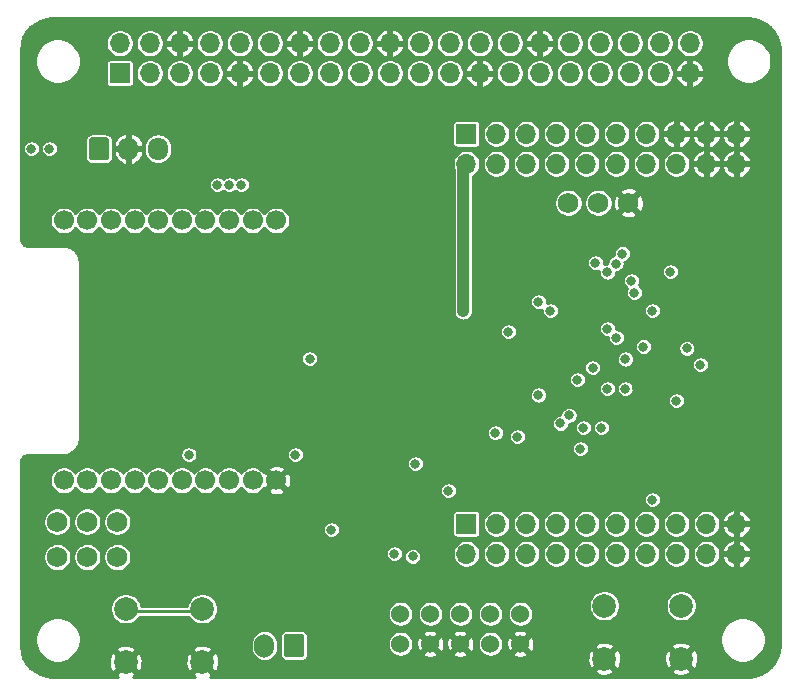
<source format=gbr>
G04 #@! TF.GenerationSoftware,KiCad,Pcbnew,(5.1.5)-3*
G04 #@! TF.CreationDate,2020-11-16T12:55:27+01:00*
G04 #@! TF.ProjectId,bus_raspi,6275735f-7261-4737-9069-2e6b69636164,rev?*
G04 #@! TF.SameCoordinates,Original*
G04 #@! TF.FileFunction,Copper,L2,Inr*
G04 #@! TF.FilePolarity,Positive*
%FSLAX46Y46*%
G04 Gerber Fmt 4.6, Leading zero omitted, Abs format (unit mm)*
G04 Created by KiCad (PCBNEW (5.1.5)-3) date 2020-11-16 12:55:27*
%MOMM*%
%LPD*%
G04 APERTURE LIST*
%ADD10C,1.700000*%
%ADD11C,1.750000*%
%ADD12C,2.000000*%
%ADD13C,1.524000*%
%ADD14O,1.700000X1.950000*%
%ADD15C,0.100000*%
%ADD16O,1.700000X1.700000*%
%ADD17R,1.700000X1.700000*%
%ADD18O,1.700000X2.000000*%
%ADD19C,0.800000*%
%ADD20C,1.000000*%
%ADD21C,0.250000*%
%ADD22C,0.254000*%
G04 APERTURE END LIST*
D10*
X4000000Y-17500000D03*
X6000000Y-17500000D03*
X8000000Y-17500000D03*
X10000000Y-17500000D03*
X12000000Y-17500000D03*
X14000000Y-17500000D03*
X16000000Y-17500000D03*
X18000000Y-17500000D03*
X20000000Y-17500000D03*
X22000000Y-17500000D03*
X22000000Y-39500000D03*
X20000000Y-39500000D03*
X18000000Y-39500000D03*
X16000000Y-39500000D03*
X14000000Y-39500000D03*
X12000000Y-39500000D03*
X10000000Y-39500000D03*
X8000000Y-39500000D03*
X6000000Y-39500000D03*
X4000000Y-39500000D03*
D11*
X51816000Y-16002000D03*
X49276000Y-16002000D03*
X46736000Y-16002000D03*
X8540000Y-46000000D03*
X6000000Y-46000000D03*
X3460000Y-46000000D03*
X8540000Y-43000000D03*
X6000000Y-43000000D03*
X3460000Y-43000000D03*
D12*
X9248000Y-54864000D03*
X9248000Y-50364000D03*
X15748000Y-54864000D03*
X15748000Y-50364000D03*
X49784000Y-54610000D03*
X49784000Y-50110000D03*
X56284000Y-54610000D03*
X56284000Y-50110000D03*
D13*
X42672000Y-50800000D03*
X42672000Y-53340000D03*
X40132000Y-50800000D03*
X40132000Y-53340000D03*
X37592000Y-50800000D03*
X37592000Y-53340000D03*
X35052000Y-50800000D03*
X35052000Y-53340000D03*
X32512000Y-50800000D03*
X32512000Y-53340000D03*
D14*
X11985000Y-11430000D03*
X9485000Y-11430000D03*
G04 #@! TA.AperFunction,ViaPad*
D15*
G36*
X7609504Y-10456204D02*
G01*
X7633773Y-10459804D01*
X7657571Y-10465765D01*
X7680671Y-10474030D01*
X7702849Y-10484520D01*
X7723893Y-10497133D01*
X7743598Y-10511747D01*
X7761777Y-10528223D01*
X7778253Y-10546402D01*
X7792867Y-10566107D01*
X7805480Y-10587151D01*
X7815970Y-10609329D01*
X7824235Y-10632429D01*
X7830196Y-10656227D01*
X7833796Y-10680496D01*
X7835000Y-10705000D01*
X7835000Y-12155000D01*
X7833796Y-12179504D01*
X7830196Y-12203773D01*
X7824235Y-12227571D01*
X7815970Y-12250671D01*
X7805480Y-12272849D01*
X7792867Y-12293893D01*
X7778253Y-12313598D01*
X7761777Y-12331777D01*
X7743598Y-12348253D01*
X7723893Y-12362867D01*
X7702849Y-12375480D01*
X7680671Y-12385970D01*
X7657571Y-12394235D01*
X7633773Y-12400196D01*
X7609504Y-12403796D01*
X7585000Y-12405000D01*
X6385000Y-12405000D01*
X6360496Y-12403796D01*
X6336227Y-12400196D01*
X6312429Y-12394235D01*
X6289329Y-12385970D01*
X6267151Y-12375480D01*
X6246107Y-12362867D01*
X6226402Y-12348253D01*
X6208223Y-12331777D01*
X6191747Y-12313598D01*
X6177133Y-12293893D01*
X6164520Y-12272849D01*
X6154030Y-12250671D01*
X6145765Y-12227571D01*
X6139804Y-12203773D01*
X6136204Y-12179504D01*
X6135000Y-12155000D01*
X6135000Y-10705000D01*
X6136204Y-10680496D01*
X6139804Y-10656227D01*
X6145765Y-10632429D01*
X6154030Y-10609329D01*
X6164520Y-10587151D01*
X6177133Y-10566107D01*
X6191747Y-10546402D01*
X6208223Y-10528223D01*
X6226402Y-10511747D01*
X6246107Y-10497133D01*
X6267151Y-10484520D01*
X6289329Y-10474030D01*
X6312429Y-10465765D01*
X6336227Y-10459804D01*
X6360496Y-10456204D01*
X6385000Y-10455000D01*
X7585000Y-10455000D01*
X7609504Y-10456204D01*
G37*
G04 #@! TD.AperFunction*
D16*
X60960000Y-12700000D03*
X60960000Y-10160000D03*
X58420000Y-12700000D03*
X58420000Y-10160000D03*
X55880000Y-12700000D03*
X55880000Y-10160000D03*
X53340000Y-12700000D03*
X53340000Y-10160000D03*
X50800000Y-12700000D03*
X50800000Y-10160000D03*
X48260000Y-12700000D03*
X48260000Y-10160000D03*
X45720000Y-12700000D03*
X45720000Y-10160000D03*
X43180000Y-12700000D03*
X43180000Y-10160000D03*
X40640000Y-12700000D03*
X40640000Y-10160000D03*
X38100000Y-12700000D03*
D17*
X38100000Y-10160000D03*
D16*
X60960000Y-45720000D03*
X60960000Y-43180000D03*
X58420000Y-45720000D03*
X58420000Y-43180000D03*
X55880000Y-45720000D03*
X55880000Y-43180000D03*
X53340000Y-45720000D03*
X53340000Y-43180000D03*
X50800000Y-45720000D03*
X50800000Y-43180000D03*
X48260000Y-45720000D03*
X48260000Y-43180000D03*
X45720000Y-45720000D03*
X45720000Y-43180000D03*
X43180000Y-45720000D03*
X43180000Y-43180000D03*
X40640000Y-45720000D03*
X40640000Y-43180000D03*
X38100000Y-45720000D03*
D17*
X38100000Y-43180000D03*
D16*
X57010000Y-2490000D03*
X57010000Y-5030000D03*
X54470000Y-2490000D03*
X54470000Y-5030000D03*
X51930000Y-2490000D03*
X51930000Y-5030000D03*
X49390000Y-2490000D03*
X49390000Y-5030000D03*
X46850000Y-2490000D03*
X46850000Y-5030000D03*
X44310000Y-2490000D03*
X44310000Y-5030000D03*
X41770000Y-2490000D03*
X41770000Y-5030000D03*
X39230000Y-2490000D03*
X39230000Y-5030000D03*
X36690000Y-2490000D03*
X36690000Y-5030000D03*
X34150000Y-2490000D03*
X34150000Y-5030000D03*
X31610000Y-2490000D03*
X31610000Y-5030000D03*
X29070000Y-2490000D03*
X29070000Y-5030000D03*
X26530000Y-2490000D03*
X26530000Y-5030000D03*
X23990000Y-2490000D03*
X23990000Y-5030000D03*
X21450000Y-2490000D03*
X21450000Y-5030000D03*
X18910000Y-2490000D03*
X18910000Y-5030000D03*
X16370000Y-2490000D03*
X16370000Y-5030000D03*
X13830000Y-2490000D03*
X13830000Y-5030000D03*
X11290000Y-2490000D03*
X11290000Y-5030000D03*
X8750000Y-2490000D03*
D17*
X8750000Y-5030000D03*
D18*
X21000000Y-53500000D03*
G04 #@! TA.AperFunction,ViaPad*
D15*
G36*
X24124504Y-52501204D02*
G01*
X24148773Y-52504804D01*
X24172571Y-52510765D01*
X24195671Y-52519030D01*
X24217849Y-52529520D01*
X24238893Y-52542133D01*
X24258598Y-52556747D01*
X24276777Y-52573223D01*
X24293253Y-52591402D01*
X24307867Y-52611107D01*
X24320480Y-52632151D01*
X24330970Y-52654329D01*
X24339235Y-52677429D01*
X24345196Y-52701227D01*
X24348796Y-52725496D01*
X24350000Y-52750000D01*
X24350000Y-54250000D01*
X24348796Y-54274504D01*
X24345196Y-54298773D01*
X24339235Y-54322571D01*
X24330970Y-54345671D01*
X24320480Y-54367849D01*
X24307867Y-54388893D01*
X24293253Y-54408598D01*
X24276777Y-54426777D01*
X24258598Y-54443253D01*
X24238893Y-54457867D01*
X24217849Y-54470480D01*
X24195671Y-54480970D01*
X24172571Y-54489235D01*
X24148773Y-54495196D01*
X24124504Y-54498796D01*
X24100000Y-54500000D01*
X22900000Y-54500000D01*
X22875496Y-54498796D01*
X22851227Y-54495196D01*
X22827429Y-54489235D01*
X22804329Y-54480970D01*
X22782151Y-54470480D01*
X22761107Y-54457867D01*
X22741402Y-54443253D01*
X22723223Y-54426777D01*
X22706747Y-54408598D01*
X22692133Y-54388893D01*
X22679520Y-54367849D01*
X22669030Y-54345671D01*
X22660765Y-54322571D01*
X22654804Y-54298773D01*
X22651204Y-54274504D01*
X22650000Y-54250000D01*
X22650000Y-52750000D01*
X22651204Y-52725496D01*
X22654804Y-52701227D01*
X22660765Y-52677429D01*
X22669030Y-52654329D01*
X22679520Y-52632151D01*
X22692133Y-52611107D01*
X22706747Y-52591402D01*
X22723223Y-52573223D01*
X22741402Y-52556747D01*
X22761107Y-52542133D01*
X22782151Y-52529520D01*
X22804329Y-52519030D01*
X22827429Y-52510765D01*
X22851227Y-52504804D01*
X22875496Y-52501204D01*
X22900000Y-52500000D01*
X24100000Y-52500000D01*
X24124504Y-52501204D01*
G37*
G04 #@! TD.AperFunction*
D19*
X14605000Y-35814000D03*
X1270000Y-15240000D03*
X22500000Y-44500000D03*
X22500000Y-46500000D03*
X25000000Y-44500000D03*
X20000000Y-44500000D03*
X20574000Y-33782000D03*
X26098500Y-29210000D03*
X25019000Y-23241000D03*
X26543000Y-23304500D03*
X29527500Y-23304500D03*
X2735601Y-15181601D03*
X35560000Y-27686000D03*
X32004000Y-42164000D03*
X41656000Y-31496000D03*
X41656000Y-29972000D03*
X41656000Y-28448000D03*
X47498000Y-29972000D03*
X52545088Y-31793931D03*
X46228000Y-22098000D03*
X48015966Y-23449989D03*
X57404000Y-25146000D03*
X55880000Y-36322000D03*
X54356000Y-36322000D03*
X53086000Y-26924000D03*
X30479986Y-27940000D03*
X27432000Y-37084000D03*
X14605000Y-37338000D03*
X23622000Y-37338000D03*
X24828500Y-29210000D03*
X32004000Y-45720000D03*
X41656000Y-26924000D03*
X55880000Y-32766000D03*
X53848000Y-25146000D03*
X45212000Y-25146000D03*
X44196000Y-32280990D03*
X1270000Y-11430000D03*
X2794000Y-11430000D03*
X37846000Y-25146000D03*
X37846000Y-24130000D03*
X37846000Y-23114000D03*
X19050000Y-14478000D03*
X18034000Y-14478000D03*
X17018000Y-14478000D03*
X48006000Y-35052000D03*
X49530000Y-35052008D03*
X42418000Y-35814000D03*
X50038000Y-31750000D03*
X46789204Y-33985467D03*
X40554908Y-35484228D03*
X51312110Y-20313745D03*
X53090653Y-28189347D03*
X55372000Y-21844000D03*
X56764347Y-28325653D03*
X33782000Y-38100000D03*
X26670000Y-43688000D03*
X52070000Y-22606000D03*
X44196000Y-24384000D03*
X50038000Y-21881000D03*
X50038000Y-26670000D03*
X46064125Y-34674136D03*
X47498000Y-30988000D03*
X48783322Y-29972000D03*
X53848000Y-41148000D03*
X57912000Y-29718000D03*
X52324000Y-23622000D03*
X33553500Y-45948500D03*
X36576000Y-40386000D03*
X47752000Y-36830000D03*
X51562000Y-29235000D03*
X51546083Y-31749289D03*
X50763000Y-21149497D03*
X50800000Y-27432000D03*
X49022000Y-21082000D03*
D20*
X37846000Y-12954000D02*
X38100000Y-12700000D01*
X37846000Y-25146000D02*
X37846000Y-24130000D01*
X37846000Y-24130000D02*
X37846000Y-23114000D01*
X37846000Y-23114000D02*
X37846000Y-12954000D01*
D21*
X10247999Y-50601999D02*
X9248000Y-49602000D01*
X14748001Y-50601999D02*
X10247999Y-50601999D01*
X15748000Y-49602000D02*
X14748001Y-50601999D01*
D22*
G36*
X61882982Y-368885D02*
G01*
X61956862Y-384588D01*
X61962235Y-385153D01*
X62507173Y-438585D01*
X62995031Y-585878D01*
X63444985Y-825122D01*
X63839902Y-1147209D01*
X64164736Y-1539865D01*
X64407116Y-1988138D01*
X64557812Y-2474955D01*
X64612997Y-3000007D01*
X64613002Y-3001349D01*
X64620634Y-3076492D01*
X64642717Y-3148720D01*
X64648001Y-3158575D01*
X64648000Y-53343588D01*
X64631115Y-53382983D01*
X64615412Y-53456862D01*
X64614847Y-53462235D01*
X64561415Y-54007173D01*
X64414122Y-54495031D01*
X64174878Y-54944985D01*
X63852792Y-55339901D01*
X63460132Y-55664738D01*
X63011862Y-55907116D01*
X62525043Y-56057812D01*
X61999993Y-56112997D01*
X61998651Y-56113002D01*
X61923508Y-56120634D01*
X61851280Y-56142717D01*
X61841427Y-56148000D01*
X16383585Y-56148000D01*
X16488213Y-56092075D01*
X16595427Y-55885375D01*
X15748000Y-55037948D01*
X14900573Y-55885375D01*
X15007787Y-56092075D01*
X15125277Y-56148000D01*
X9883585Y-56148000D01*
X9988213Y-56092075D01*
X10095427Y-55885375D01*
X9248000Y-55037948D01*
X8400573Y-55885375D01*
X8507787Y-56092075D01*
X8625277Y-56148000D01*
X3156412Y-56148000D01*
X3117017Y-56131115D01*
X3043138Y-56115412D01*
X3037765Y-56114847D01*
X2492827Y-56061415D01*
X2004969Y-55914122D01*
X1555015Y-55674878D01*
X1160099Y-55352792D01*
X835262Y-54960132D01*
X819412Y-54930817D01*
X7815653Y-54930817D01*
X7856210Y-55208970D01*
X7950253Y-55473866D01*
X8019925Y-55604213D01*
X8226625Y-55711427D01*
X9074052Y-54864000D01*
X9421948Y-54864000D01*
X10269375Y-55711427D01*
X10476075Y-55604213D01*
X10596887Y-55350405D01*
X10665861Y-55077904D01*
X10673451Y-54930817D01*
X14315653Y-54930817D01*
X14356210Y-55208970D01*
X14450253Y-55473866D01*
X14519925Y-55604213D01*
X14726625Y-55711427D01*
X15574052Y-54864000D01*
X15921948Y-54864000D01*
X16769375Y-55711427D01*
X16923708Y-55631375D01*
X48936573Y-55631375D01*
X49043787Y-55838075D01*
X49297595Y-55958887D01*
X49570096Y-56027861D01*
X49850817Y-56042347D01*
X50128970Y-56001790D01*
X50393866Y-55907747D01*
X50524213Y-55838075D01*
X50631427Y-55631375D01*
X55436573Y-55631375D01*
X55543787Y-55838075D01*
X55797595Y-55958887D01*
X56070096Y-56027861D01*
X56350817Y-56042347D01*
X56628970Y-56001790D01*
X56893866Y-55907747D01*
X57024213Y-55838075D01*
X57131427Y-55631375D01*
X56284000Y-54783948D01*
X55436573Y-55631375D01*
X50631427Y-55631375D01*
X49784000Y-54783948D01*
X48936573Y-55631375D01*
X16923708Y-55631375D01*
X16976075Y-55604213D01*
X17096887Y-55350405D01*
X17165861Y-55077904D01*
X17180347Y-54797183D01*
X17139790Y-54519030D01*
X17045747Y-54254134D01*
X16976075Y-54123787D01*
X16769375Y-54016573D01*
X15921948Y-54864000D01*
X15574052Y-54864000D01*
X14726625Y-54016573D01*
X14519925Y-54123787D01*
X14399113Y-54377595D01*
X14330139Y-54650096D01*
X14315653Y-54930817D01*
X10673451Y-54930817D01*
X10680347Y-54797183D01*
X10639790Y-54519030D01*
X10545747Y-54254134D01*
X10476075Y-54123787D01*
X10269375Y-54016573D01*
X9421948Y-54864000D01*
X9074052Y-54864000D01*
X8226625Y-54016573D01*
X8019925Y-54123787D01*
X7899113Y-54377595D01*
X7830139Y-54650096D01*
X7815653Y-54930817D01*
X819412Y-54930817D01*
X592884Y-54511862D01*
X442188Y-54025043D01*
X387003Y-53499993D01*
X386998Y-53498651D01*
X379366Y-53423508D01*
X357283Y-53351280D01*
X352000Y-53341427D01*
X352000Y-52810207D01*
X1573000Y-52810207D01*
X1573000Y-53189793D01*
X1647053Y-53562085D01*
X1792315Y-53912777D01*
X2003201Y-54228391D01*
X2271609Y-54496799D01*
X2587223Y-54707685D01*
X2937915Y-54852947D01*
X3310207Y-54927000D01*
X3689793Y-54927000D01*
X4062085Y-54852947D01*
X4412777Y-54707685D01*
X4728391Y-54496799D01*
X4996799Y-54228391D01*
X5207685Y-53912777D01*
X5236743Y-53842625D01*
X8400573Y-53842625D01*
X9248000Y-54690052D01*
X10095427Y-53842625D01*
X14900573Y-53842625D01*
X15748000Y-54690052D01*
X16595427Y-53842625D01*
X16488213Y-53635925D01*
X16234405Y-53515113D01*
X15961904Y-53446139D01*
X15681183Y-53431653D01*
X15403030Y-53472210D01*
X15138134Y-53566253D01*
X15007787Y-53635925D01*
X14900573Y-53842625D01*
X10095427Y-53842625D01*
X9988213Y-53635925D01*
X9734405Y-53515113D01*
X9461904Y-53446139D01*
X9181183Y-53431653D01*
X8903030Y-53472210D01*
X8638134Y-53566253D01*
X8507787Y-53635925D01*
X8400573Y-53842625D01*
X5236743Y-53842625D01*
X5352947Y-53562085D01*
X5406632Y-53292188D01*
X19823000Y-53292188D01*
X19823000Y-53707811D01*
X19840031Y-53880731D01*
X19907333Y-54102596D01*
X20016626Y-54307069D01*
X20163709Y-54486291D01*
X20342930Y-54633374D01*
X20547403Y-54742667D01*
X20769268Y-54809969D01*
X21000000Y-54832694D01*
X21230731Y-54809969D01*
X21452596Y-54742667D01*
X21657069Y-54633374D01*
X21836291Y-54486291D01*
X21983374Y-54307070D01*
X22092667Y-54102597D01*
X22159969Y-53880732D01*
X22177000Y-53707812D01*
X22177000Y-53292189D01*
X22159969Y-53119269D01*
X22092667Y-52897404D01*
X22013878Y-52750000D01*
X22321418Y-52750000D01*
X22321418Y-54250000D01*
X22332535Y-54362876D01*
X22365460Y-54471414D01*
X22418927Y-54571443D01*
X22490881Y-54659119D01*
X22578557Y-54731073D01*
X22678586Y-54784540D01*
X22787124Y-54817465D01*
X22900000Y-54828582D01*
X24100000Y-54828582D01*
X24212876Y-54817465D01*
X24321414Y-54784540D01*
X24421443Y-54731073D01*
X24487553Y-54676817D01*
X48351653Y-54676817D01*
X48392210Y-54954970D01*
X48486253Y-55219866D01*
X48555925Y-55350213D01*
X48762625Y-55457427D01*
X49610052Y-54610000D01*
X49957948Y-54610000D01*
X50805375Y-55457427D01*
X51012075Y-55350213D01*
X51132887Y-55096405D01*
X51201861Y-54823904D01*
X51209451Y-54676817D01*
X54851653Y-54676817D01*
X54892210Y-54954970D01*
X54986253Y-55219866D01*
X55055925Y-55350213D01*
X55262625Y-55457427D01*
X56110052Y-54610000D01*
X56457948Y-54610000D01*
X57305375Y-55457427D01*
X57512075Y-55350213D01*
X57632887Y-55096405D01*
X57701861Y-54823904D01*
X57716347Y-54543183D01*
X57675790Y-54265030D01*
X57581747Y-54000134D01*
X57512075Y-53869787D01*
X57305375Y-53762573D01*
X56457948Y-54610000D01*
X56110052Y-54610000D01*
X55262625Y-53762573D01*
X55055925Y-53869787D01*
X54935113Y-54123595D01*
X54866139Y-54396096D01*
X54851653Y-54676817D01*
X51209451Y-54676817D01*
X51216347Y-54543183D01*
X51175790Y-54265030D01*
X51081747Y-54000134D01*
X51012075Y-53869787D01*
X50805375Y-53762573D01*
X49957948Y-54610000D01*
X49610052Y-54610000D01*
X48762625Y-53762573D01*
X48555925Y-53869787D01*
X48435113Y-54123595D01*
X48366139Y-54396096D01*
X48351653Y-54676817D01*
X24487553Y-54676817D01*
X24509119Y-54659119D01*
X24581073Y-54571443D01*
X24634540Y-54471414D01*
X24667465Y-54362876D01*
X24678582Y-54250000D01*
X24678582Y-53232743D01*
X31423000Y-53232743D01*
X31423000Y-53447257D01*
X31464850Y-53657650D01*
X31546941Y-53855835D01*
X31666119Y-54034197D01*
X31817803Y-54185881D01*
X31996165Y-54305059D01*
X32194350Y-54387150D01*
X32404743Y-54429000D01*
X32619257Y-54429000D01*
X32829650Y-54387150D01*
X33027835Y-54305059D01*
X33197973Y-54191376D01*
X34374572Y-54191376D01*
X34452982Y-54373737D01*
X34666164Y-54470737D01*
X34894174Y-54524284D01*
X35128249Y-54532318D01*
X35359393Y-54494533D01*
X35578725Y-54412380D01*
X35651018Y-54373737D01*
X35729428Y-54191376D01*
X36914572Y-54191376D01*
X36992982Y-54373737D01*
X37206164Y-54470737D01*
X37434174Y-54524284D01*
X37668249Y-54532318D01*
X37899393Y-54494533D01*
X38118725Y-54412380D01*
X38191018Y-54373737D01*
X38269428Y-54191376D01*
X37592000Y-53513948D01*
X36914572Y-54191376D01*
X35729428Y-54191376D01*
X35052000Y-53513948D01*
X34374572Y-54191376D01*
X33197973Y-54191376D01*
X33206197Y-54185881D01*
X33357881Y-54034197D01*
X33477059Y-53855835D01*
X33559150Y-53657650D01*
X33601000Y-53447257D01*
X33601000Y-53416249D01*
X33859682Y-53416249D01*
X33897467Y-53647393D01*
X33979620Y-53866725D01*
X34018263Y-53939018D01*
X34200624Y-54017428D01*
X34878052Y-53340000D01*
X35225948Y-53340000D01*
X35903376Y-54017428D01*
X36085737Y-53939018D01*
X36182737Y-53725836D01*
X36236284Y-53497826D01*
X36239083Y-53416249D01*
X36399682Y-53416249D01*
X36437467Y-53647393D01*
X36519620Y-53866725D01*
X36558263Y-53939018D01*
X36740624Y-54017428D01*
X37418052Y-53340000D01*
X37765948Y-53340000D01*
X38443376Y-54017428D01*
X38625737Y-53939018D01*
X38722737Y-53725836D01*
X38776284Y-53497826D01*
X38784318Y-53263751D01*
X38779250Y-53232743D01*
X39043000Y-53232743D01*
X39043000Y-53447257D01*
X39084850Y-53657650D01*
X39166941Y-53855835D01*
X39286119Y-54034197D01*
X39437803Y-54185881D01*
X39616165Y-54305059D01*
X39814350Y-54387150D01*
X40024743Y-54429000D01*
X40239257Y-54429000D01*
X40449650Y-54387150D01*
X40647835Y-54305059D01*
X40817973Y-54191376D01*
X41994572Y-54191376D01*
X42072982Y-54373737D01*
X42286164Y-54470737D01*
X42514174Y-54524284D01*
X42748249Y-54532318D01*
X42979393Y-54494533D01*
X43198725Y-54412380D01*
X43271018Y-54373737D01*
X43349428Y-54191376D01*
X42672000Y-53513948D01*
X41994572Y-54191376D01*
X40817973Y-54191376D01*
X40826197Y-54185881D01*
X40977881Y-54034197D01*
X41097059Y-53855835D01*
X41179150Y-53657650D01*
X41221000Y-53447257D01*
X41221000Y-53416249D01*
X41479682Y-53416249D01*
X41517467Y-53647393D01*
X41599620Y-53866725D01*
X41638263Y-53939018D01*
X41820624Y-54017428D01*
X42498052Y-53340000D01*
X42845948Y-53340000D01*
X43523376Y-54017428D01*
X43705737Y-53939018D01*
X43802737Y-53725836D01*
X43834960Y-53588625D01*
X48936573Y-53588625D01*
X49784000Y-54436052D01*
X50631427Y-53588625D01*
X55436573Y-53588625D01*
X56284000Y-54436052D01*
X57131427Y-53588625D01*
X57024213Y-53381925D01*
X56770405Y-53261113D01*
X56497904Y-53192139D01*
X56217183Y-53177653D01*
X55939030Y-53218210D01*
X55674134Y-53312253D01*
X55543787Y-53381925D01*
X55436573Y-53588625D01*
X50631427Y-53588625D01*
X50524213Y-53381925D01*
X50270405Y-53261113D01*
X49997904Y-53192139D01*
X49717183Y-53177653D01*
X49439030Y-53218210D01*
X49174134Y-53312253D01*
X49043787Y-53381925D01*
X48936573Y-53588625D01*
X43834960Y-53588625D01*
X43856284Y-53497826D01*
X43864318Y-53263751D01*
X43826533Y-53032607D01*
X43744380Y-52813275D01*
X43742741Y-52810207D01*
X59573000Y-52810207D01*
X59573000Y-53189793D01*
X59647053Y-53562085D01*
X59792315Y-53912777D01*
X60003201Y-54228391D01*
X60271609Y-54496799D01*
X60587223Y-54707685D01*
X60937915Y-54852947D01*
X61310207Y-54927000D01*
X61689793Y-54927000D01*
X62062085Y-54852947D01*
X62412777Y-54707685D01*
X62728391Y-54496799D01*
X62996799Y-54228391D01*
X63207685Y-53912777D01*
X63352947Y-53562085D01*
X63427000Y-53189793D01*
X63427000Y-52810207D01*
X63352947Y-52437915D01*
X63207685Y-52087223D01*
X62996799Y-51771609D01*
X62728391Y-51503201D01*
X62412777Y-51292315D01*
X62062085Y-51147053D01*
X61689793Y-51073000D01*
X61310207Y-51073000D01*
X60937915Y-51147053D01*
X60587223Y-51292315D01*
X60271609Y-51503201D01*
X60003201Y-51771609D01*
X59792315Y-52087223D01*
X59647053Y-52437915D01*
X59573000Y-52810207D01*
X43742741Y-52810207D01*
X43705737Y-52740982D01*
X43523376Y-52662572D01*
X42845948Y-53340000D01*
X42498052Y-53340000D01*
X41820624Y-52662572D01*
X41638263Y-52740982D01*
X41541263Y-52954164D01*
X41487716Y-53182174D01*
X41479682Y-53416249D01*
X41221000Y-53416249D01*
X41221000Y-53232743D01*
X41179150Y-53022350D01*
X41097059Y-52824165D01*
X40977881Y-52645803D01*
X40826197Y-52494119D01*
X40817974Y-52488624D01*
X41994572Y-52488624D01*
X42672000Y-53166052D01*
X43349428Y-52488624D01*
X43271018Y-52306263D01*
X43057836Y-52209263D01*
X42829826Y-52155716D01*
X42595751Y-52147682D01*
X42364607Y-52185467D01*
X42145275Y-52267620D01*
X42072982Y-52306263D01*
X41994572Y-52488624D01*
X40817974Y-52488624D01*
X40647835Y-52374941D01*
X40449650Y-52292850D01*
X40239257Y-52251000D01*
X40024743Y-52251000D01*
X39814350Y-52292850D01*
X39616165Y-52374941D01*
X39437803Y-52494119D01*
X39286119Y-52645803D01*
X39166941Y-52824165D01*
X39084850Y-53022350D01*
X39043000Y-53232743D01*
X38779250Y-53232743D01*
X38746533Y-53032607D01*
X38664380Y-52813275D01*
X38625737Y-52740982D01*
X38443376Y-52662572D01*
X37765948Y-53340000D01*
X37418052Y-53340000D01*
X36740624Y-52662572D01*
X36558263Y-52740982D01*
X36461263Y-52954164D01*
X36407716Y-53182174D01*
X36399682Y-53416249D01*
X36239083Y-53416249D01*
X36244318Y-53263751D01*
X36206533Y-53032607D01*
X36124380Y-52813275D01*
X36085737Y-52740982D01*
X35903376Y-52662572D01*
X35225948Y-53340000D01*
X34878052Y-53340000D01*
X34200624Y-52662572D01*
X34018263Y-52740982D01*
X33921263Y-52954164D01*
X33867716Y-53182174D01*
X33859682Y-53416249D01*
X33601000Y-53416249D01*
X33601000Y-53232743D01*
X33559150Y-53022350D01*
X33477059Y-52824165D01*
X33357881Y-52645803D01*
X33206197Y-52494119D01*
X33197974Y-52488624D01*
X34374572Y-52488624D01*
X35052000Y-53166052D01*
X35729428Y-52488624D01*
X36914572Y-52488624D01*
X37592000Y-53166052D01*
X38269428Y-52488624D01*
X38191018Y-52306263D01*
X37977836Y-52209263D01*
X37749826Y-52155716D01*
X37515751Y-52147682D01*
X37284607Y-52185467D01*
X37065275Y-52267620D01*
X36992982Y-52306263D01*
X36914572Y-52488624D01*
X35729428Y-52488624D01*
X35651018Y-52306263D01*
X35437836Y-52209263D01*
X35209826Y-52155716D01*
X34975751Y-52147682D01*
X34744607Y-52185467D01*
X34525275Y-52267620D01*
X34452982Y-52306263D01*
X34374572Y-52488624D01*
X33197974Y-52488624D01*
X33027835Y-52374941D01*
X32829650Y-52292850D01*
X32619257Y-52251000D01*
X32404743Y-52251000D01*
X32194350Y-52292850D01*
X31996165Y-52374941D01*
X31817803Y-52494119D01*
X31666119Y-52645803D01*
X31546941Y-52824165D01*
X31464850Y-53022350D01*
X31423000Y-53232743D01*
X24678582Y-53232743D01*
X24678582Y-52750000D01*
X24667465Y-52637124D01*
X24634540Y-52528586D01*
X24581073Y-52428557D01*
X24509119Y-52340881D01*
X24421443Y-52268927D01*
X24321414Y-52215460D01*
X24212876Y-52182535D01*
X24100000Y-52171418D01*
X22900000Y-52171418D01*
X22787124Y-52182535D01*
X22678586Y-52215460D01*
X22578557Y-52268927D01*
X22490881Y-52340881D01*
X22418927Y-52428557D01*
X22365460Y-52528586D01*
X22332535Y-52637124D01*
X22321418Y-52750000D01*
X22013878Y-52750000D01*
X21983374Y-52692931D01*
X21836291Y-52513709D01*
X21657070Y-52366626D01*
X21452597Y-52257333D01*
X21230732Y-52190031D01*
X21000000Y-52167306D01*
X20769269Y-52190031D01*
X20547404Y-52257333D01*
X20342931Y-52366626D01*
X20163710Y-52513709D01*
X20016627Y-52692930D01*
X19907333Y-52897403D01*
X19840031Y-53119268D01*
X19823000Y-53292188D01*
X5406632Y-53292188D01*
X5427000Y-53189793D01*
X5427000Y-52810207D01*
X5352947Y-52437915D01*
X5207685Y-52087223D01*
X4996799Y-51771609D01*
X4728391Y-51503201D01*
X4412777Y-51292315D01*
X4062085Y-51147053D01*
X3689793Y-51073000D01*
X3310207Y-51073000D01*
X2937915Y-51147053D01*
X2587223Y-51292315D01*
X2271609Y-51503201D01*
X2003201Y-51771609D01*
X1792315Y-52087223D01*
X1647053Y-52437915D01*
X1573000Y-52810207D01*
X352000Y-52810207D01*
X352000Y-50233302D01*
X7921000Y-50233302D01*
X7921000Y-50494698D01*
X7971996Y-50751072D01*
X8072028Y-50992570D01*
X8217252Y-51209913D01*
X8402087Y-51394748D01*
X8619430Y-51539972D01*
X8860928Y-51640004D01*
X9117302Y-51691000D01*
X9378698Y-51691000D01*
X9635072Y-51640004D01*
X9876570Y-51539972D01*
X10093913Y-51394748D01*
X10278748Y-51209913D01*
X10382926Y-51053999D01*
X14613074Y-51053999D01*
X14717252Y-51209913D01*
X14902087Y-51394748D01*
X15119430Y-51539972D01*
X15360928Y-51640004D01*
X15617302Y-51691000D01*
X15878698Y-51691000D01*
X16135072Y-51640004D01*
X16376570Y-51539972D01*
X16593913Y-51394748D01*
X16778748Y-51209913D01*
X16923972Y-50992570D01*
X17024004Y-50751072D01*
X17035606Y-50692743D01*
X31423000Y-50692743D01*
X31423000Y-50907257D01*
X31464850Y-51117650D01*
X31546941Y-51315835D01*
X31666119Y-51494197D01*
X31817803Y-51645881D01*
X31996165Y-51765059D01*
X32194350Y-51847150D01*
X32404743Y-51889000D01*
X32619257Y-51889000D01*
X32829650Y-51847150D01*
X33027835Y-51765059D01*
X33206197Y-51645881D01*
X33357881Y-51494197D01*
X33477059Y-51315835D01*
X33559150Y-51117650D01*
X33601000Y-50907257D01*
X33601000Y-50692743D01*
X33963000Y-50692743D01*
X33963000Y-50907257D01*
X34004850Y-51117650D01*
X34086941Y-51315835D01*
X34206119Y-51494197D01*
X34357803Y-51645881D01*
X34536165Y-51765059D01*
X34734350Y-51847150D01*
X34944743Y-51889000D01*
X35159257Y-51889000D01*
X35369650Y-51847150D01*
X35567835Y-51765059D01*
X35746197Y-51645881D01*
X35897881Y-51494197D01*
X36017059Y-51315835D01*
X36099150Y-51117650D01*
X36141000Y-50907257D01*
X36141000Y-50692743D01*
X36503000Y-50692743D01*
X36503000Y-50907257D01*
X36544850Y-51117650D01*
X36626941Y-51315835D01*
X36746119Y-51494197D01*
X36897803Y-51645881D01*
X37076165Y-51765059D01*
X37274350Y-51847150D01*
X37484743Y-51889000D01*
X37699257Y-51889000D01*
X37909650Y-51847150D01*
X38107835Y-51765059D01*
X38286197Y-51645881D01*
X38437881Y-51494197D01*
X38557059Y-51315835D01*
X38639150Y-51117650D01*
X38681000Y-50907257D01*
X38681000Y-50692743D01*
X39043000Y-50692743D01*
X39043000Y-50907257D01*
X39084850Y-51117650D01*
X39166941Y-51315835D01*
X39286119Y-51494197D01*
X39437803Y-51645881D01*
X39616165Y-51765059D01*
X39814350Y-51847150D01*
X40024743Y-51889000D01*
X40239257Y-51889000D01*
X40449650Y-51847150D01*
X40647835Y-51765059D01*
X40826197Y-51645881D01*
X40977881Y-51494197D01*
X41097059Y-51315835D01*
X41179150Y-51117650D01*
X41221000Y-50907257D01*
X41221000Y-50692743D01*
X41583000Y-50692743D01*
X41583000Y-50907257D01*
X41624850Y-51117650D01*
X41706941Y-51315835D01*
X41826119Y-51494197D01*
X41977803Y-51645881D01*
X42156165Y-51765059D01*
X42354350Y-51847150D01*
X42564743Y-51889000D01*
X42779257Y-51889000D01*
X42989650Y-51847150D01*
X43187835Y-51765059D01*
X43366197Y-51645881D01*
X43517881Y-51494197D01*
X43637059Y-51315835D01*
X43719150Y-51117650D01*
X43761000Y-50907257D01*
X43761000Y-50692743D01*
X43719150Y-50482350D01*
X43637059Y-50284165D01*
X43517881Y-50105803D01*
X43391380Y-49979302D01*
X48457000Y-49979302D01*
X48457000Y-50240698D01*
X48507996Y-50497072D01*
X48608028Y-50738570D01*
X48753252Y-50955913D01*
X48938087Y-51140748D01*
X49155430Y-51285972D01*
X49396928Y-51386004D01*
X49653302Y-51437000D01*
X49914698Y-51437000D01*
X50171072Y-51386004D01*
X50412570Y-51285972D01*
X50629913Y-51140748D01*
X50814748Y-50955913D01*
X50959972Y-50738570D01*
X51060004Y-50497072D01*
X51111000Y-50240698D01*
X51111000Y-49979302D01*
X54957000Y-49979302D01*
X54957000Y-50240698D01*
X55007996Y-50497072D01*
X55108028Y-50738570D01*
X55253252Y-50955913D01*
X55438087Y-51140748D01*
X55655430Y-51285972D01*
X55896928Y-51386004D01*
X56153302Y-51437000D01*
X56414698Y-51437000D01*
X56671072Y-51386004D01*
X56912570Y-51285972D01*
X57129913Y-51140748D01*
X57314748Y-50955913D01*
X57459972Y-50738570D01*
X57560004Y-50497072D01*
X57611000Y-50240698D01*
X57611000Y-49979302D01*
X57560004Y-49722928D01*
X57459972Y-49481430D01*
X57314748Y-49264087D01*
X57129913Y-49079252D01*
X56912570Y-48934028D01*
X56671072Y-48833996D01*
X56414698Y-48783000D01*
X56153302Y-48783000D01*
X55896928Y-48833996D01*
X55655430Y-48934028D01*
X55438087Y-49079252D01*
X55253252Y-49264087D01*
X55108028Y-49481430D01*
X55007996Y-49722928D01*
X54957000Y-49979302D01*
X51111000Y-49979302D01*
X51060004Y-49722928D01*
X50959972Y-49481430D01*
X50814748Y-49264087D01*
X50629913Y-49079252D01*
X50412570Y-48934028D01*
X50171072Y-48833996D01*
X49914698Y-48783000D01*
X49653302Y-48783000D01*
X49396928Y-48833996D01*
X49155430Y-48934028D01*
X48938087Y-49079252D01*
X48753252Y-49264087D01*
X48608028Y-49481430D01*
X48507996Y-49722928D01*
X48457000Y-49979302D01*
X43391380Y-49979302D01*
X43366197Y-49954119D01*
X43187835Y-49834941D01*
X42989650Y-49752850D01*
X42779257Y-49711000D01*
X42564743Y-49711000D01*
X42354350Y-49752850D01*
X42156165Y-49834941D01*
X41977803Y-49954119D01*
X41826119Y-50105803D01*
X41706941Y-50284165D01*
X41624850Y-50482350D01*
X41583000Y-50692743D01*
X41221000Y-50692743D01*
X41179150Y-50482350D01*
X41097059Y-50284165D01*
X40977881Y-50105803D01*
X40826197Y-49954119D01*
X40647835Y-49834941D01*
X40449650Y-49752850D01*
X40239257Y-49711000D01*
X40024743Y-49711000D01*
X39814350Y-49752850D01*
X39616165Y-49834941D01*
X39437803Y-49954119D01*
X39286119Y-50105803D01*
X39166941Y-50284165D01*
X39084850Y-50482350D01*
X39043000Y-50692743D01*
X38681000Y-50692743D01*
X38639150Y-50482350D01*
X38557059Y-50284165D01*
X38437881Y-50105803D01*
X38286197Y-49954119D01*
X38107835Y-49834941D01*
X37909650Y-49752850D01*
X37699257Y-49711000D01*
X37484743Y-49711000D01*
X37274350Y-49752850D01*
X37076165Y-49834941D01*
X36897803Y-49954119D01*
X36746119Y-50105803D01*
X36626941Y-50284165D01*
X36544850Y-50482350D01*
X36503000Y-50692743D01*
X36141000Y-50692743D01*
X36099150Y-50482350D01*
X36017059Y-50284165D01*
X35897881Y-50105803D01*
X35746197Y-49954119D01*
X35567835Y-49834941D01*
X35369650Y-49752850D01*
X35159257Y-49711000D01*
X34944743Y-49711000D01*
X34734350Y-49752850D01*
X34536165Y-49834941D01*
X34357803Y-49954119D01*
X34206119Y-50105803D01*
X34086941Y-50284165D01*
X34004850Y-50482350D01*
X33963000Y-50692743D01*
X33601000Y-50692743D01*
X33559150Y-50482350D01*
X33477059Y-50284165D01*
X33357881Y-50105803D01*
X33206197Y-49954119D01*
X33027835Y-49834941D01*
X32829650Y-49752850D01*
X32619257Y-49711000D01*
X32404743Y-49711000D01*
X32194350Y-49752850D01*
X31996165Y-49834941D01*
X31817803Y-49954119D01*
X31666119Y-50105803D01*
X31546941Y-50284165D01*
X31464850Y-50482350D01*
X31423000Y-50692743D01*
X17035606Y-50692743D01*
X17075000Y-50494698D01*
X17075000Y-50233302D01*
X17024004Y-49976928D01*
X16923972Y-49735430D01*
X16778748Y-49518087D01*
X16593913Y-49333252D01*
X16376570Y-49188028D01*
X16135072Y-49087996D01*
X15878698Y-49037000D01*
X15617302Y-49037000D01*
X15360928Y-49087996D01*
X15119430Y-49188028D01*
X14902087Y-49333252D01*
X14717252Y-49518087D01*
X14572028Y-49735430D01*
X14471996Y-49976928D01*
X14437570Y-50149999D01*
X10558430Y-50149999D01*
X10524004Y-49976928D01*
X10423972Y-49735430D01*
X10278748Y-49518087D01*
X10093913Y-49333252D01*
X9876570Y-49188028D01*
X9635072Y-49087996D01*
X9378698Y-49037000D01*
X9117302Y-49037000D01*
X8860928Y-49087996D01*
X8619430Y-49188028D01*
X8402087Y-49333252D01*
X8217252Y-49518087D01*
X8072028Y-49735430D01*
X7971996Y-49976928D01*
X7921000Y-50233302D01*
X352000Y-50233302D01*
X352000Y-45881613D01*
X2258000Y-45881613D01*
X2258000Y-46118387D01*
X2304192Y-46350610D01*
X2394801Y-46569361D01*
X2526346Y-46766230D01*
X2693770Y-46933654D01*
X2890639Y-47065199D01*
X3109390Y-47155808D01*
X3341613Y-47202000D01*
X3578387Y-47202000D01*
X3810610Y-47155808D01*
X4029361Y-47065199D01*
X4226230Y-46933654D01*
X4393654Y-46766230D01*
X4525199Y-46569361D01*
X4615808Y-46350610D01*
X4662000Y-46118387D01*
X4662000Y-45881613D01*
X4798000Y-45881613D01*
X4798000Y-46118387D01*
X4844192Y-46350610D01*
X4934801Y-46569361D01*
X5066346Y-46766230D01*
X5233770Y-46933654D01*
X5430639Y-47065199D01*
X5649390Y-47155808D01*
X5881613Y-47202000D01*
X6118387Y-47202000D01*
X6350610Y-47155808D01*
X6569361Y-47065199D01*
X6766230Y-46933654D01*
X6933654Y-46766230D01*
X7065199Y-46569361D01*
X7155808Y-46350610D01*
X7202000Y-46118387D01*
X7202000Y-45881613D01*
X7338000Y-45881613D01*
X7338000Y-46118387D01*
X7384192Y-46350610D01*
X7474801Y-46569361D01*
X7606346Y-46766230D01*
X7773770Y-46933654D01*
X7970639Y-47065199D01*
X8189390Y-47155808D01*
X8421613Y-47202000D01*
X8658387Y-47202000D01*
X8890610Y-47155808D01*
X9109361Y-47065199D01*
X9306230Y-46933654D01*
X9473654Y-46766230D01*
X9605199Y-46569361D01*
X9695808Y-46350610D01*
X9742000Y-46118387D01*
X9742000Y-45881613D01*
X9695808Y-45649390D01*
X9695397Y-45648397D01*
X31277000Y-45648397D01*
X31277000Y-45791603D01*
X31304938Y-45932058D01*
X31359741Y-46064364D01*
X31439302Y-46183436D01*
X31540564Y-46284698D01*
X31659636Y-46364259D01*
X31791942Y-46419062D01*
X31932397Y-46447000D01*
X32075603Y-46447000D01*
X32216058Y-46419062D01*
X32348364Y-46364259D01*
X32467436Y-46284698D01*
X32568698Y-46183436D01*
X32648259Y-46064364D01*
X32703062Y-45932058D01*
X32714034Y-45876897D01*
X32826500Y-45876897D01*
X32826500Y-46020103D01*
X32854438Y-46160558D01*
X32909241Y-46292864D01*
X32988802Y-46411936D01*
X33090064Y-46513198D01*
X33209136Y-46592759D01*
X33341442Y-46647562D01*
X33481897Y-46675500D01*
X33625103Y-46675500D01*
X33765558Y-46647562D01*
X33897864Y-46592759D01*
X34016936Y-46513198D01*
X34118198Y-46411936D01*
X34197759Y-46292864D01*
X34252562Y-46160558D01*
X34280500Y-46020103D01*
X34280500Y-45876897D01*
X34252562Y-45736442D01*
X34197759Y-45604136D01*
X34197719Y-45604076D01*
X36923000Y-45604076D01*
X36923000Y-45835924D01*
X36968231Y-46063318D01*
X37056956Y-46277519D01*
X37185764Y-46470294D01*
X37349706Y-46634236D01*
X37542481Y-46763044D01*
X37756682Y-46851769D01*
X37984076Y-46897000D01*
X38215924Y-46897000D01*
X38443318Y-46851769D01*
X38657519Y-46763044D01*
X38850294Y-46634236D01*
X39014236Y-46470294D01*
X39143044Y-46277519D01*
X39231769Y-46063318D01*
X39277000Y-45835924D01*
X39277000Y-45604076D01*
X39463000Y-45604076D01*
X39463000Y-45835924D01*
X39508231Y-46063318D01*
X39596956Y-46277519D01*
X39725764Y-46470294D01*
X39889706Y-46634236D01*
X40082481Y-46763044D01*
X40296682Y-46851769D01*
X40524076Y-46897000D01*
X40755924Y-46897000D01*
X40983318Y-46851769D01*
X41197519Y-46763044D01*
X41390294Y-46634236D01*
X41554236Y-46470294D01*
X41683044Y-46277519D01*
X41771769Y-46063318D01*
X41817000Y-45835924D01*
X41817000Y-45604076D01*
X42003000Y-45604076D01*
X42003000Y-45835924D01*
X42048231Y-46063318D01*
X42136956Y-46277519D01*
X42265764Y-46470294D01*
X42429706Y-46634236D01*
X42622481Y-46763044D01*
X42836682Y-46851769D01*
X43064076Y-46897000D01*
X43295924Y-46897000D01*
X43523318Y-46851769D01*
X43737519Y-46763044D01*
X43930294Y-46634236D01*
X44094236Y-46470294D01*
X44223044Y-46277519D01*
X44311769Y-46063318D01*
X44357000Y-45835924D01*
X44357000Y-45604076D01*
X44543000Y-45604076D01*
X44543000Y-45835924D01*
X44588231Y-46063318D01*
X44676956Y-46277519D01*
X44805764Y-46470294D01*
X44969706Y-46634236D01*
X45162481Y-46763044D01*
X45376682Y-46851769D01*
X45604076Y-46897000D01*
X45835924Y-46897000D01*
X46063318Y-46851769D01*
X46277519Y-46763044D01*
X46470294Y-46634236D01*
X46634236Y-46470294D01*
X46763044Y-46277519D01*
X46851769Y-46063318D01*
X46897000Y-45835924D01*
X46897000Y-45604076D01*
X47083000Y-45604076D01*
X47083000Y-45835924D01*
X47128231Y-46063318D01*
X47216956Y-46277519D01*
X47345764Y-46470294D01*
X47509706Y-46634236D01*
X47702481Y-46763044D01*
X47916682Y-46851769D01*
X48144076Y-46897000D01*
X48375924Y-46897000D01*
X48603318Y-46851769D01*
X48817519Y-46763044D01*
X49010294Y-46634236D01*
X49174236Y-46470294D01*
X49303044Y-46277519D01*
X49391769Y-46063318D01*
X49437000Y-45835924D01*
X49437000Y-45604076D01*
X49623000Y-45604076D01*
X49623000Y-45835924D01*
X49668231Y-46063318D01*
X49756956Y-46277519D01*
X49885764Y-46470294D01*
X50049706Y-46634236D01*
X50242481Y-46763044D01*
X50456682Y-46851769D01*
X50684076Y-46897000D01*
X50915924Y-46897000D01*
X51143318Y-46851769D01*
X51357519Y-46763044D01*
X51550294Y-46634236D01*
X51714236Y-46470294D01*
X51843044Y-46277519D01*
X51931769Y-46063318D01*
X51977000Y-45835924D01*
X51977000Y-45604076D01*
X52163000Y-45604076D01*
X52163000Y-45835924D01*
X52208231Y-46063318D01*
X52296956Y-46277519D01*
X52425764Y-46470294D01*
X52589706Y-46634236D01*
X52782481Y-46763044D01*
X52996682Y-46851769D01*
X53224076Y-46897000D01*
X53455924Y-46897000D01*
X53683318Y-46851769D01*
X53897519Y-46763044D01*
X54090294Y-46634236D01*
X54254236Y-46470294D01*
X54383044Y-46277519D01*
X54471769Y-46063318D01*
X54517000Y-45835924D01*
X54517000Y-45604076D01*
X54703000Y-45604076D01*
X54703000Y-45835924D01*
X54748231Y-46063318D01*
X54836956Y-46277519D01*
X54965764Y-46470294D01*
X55129706Y-46634236D01*
X55322481Y-46763044D01*
X55536682Y-46851769D01*
X55764076Y-46897000D01*
X55995924Y-46897000D01*
X56223318Y-46851769D01*
X56437519Y-46763044D01*
X56630294Y-46634236D01*
X56794236Y-46470294D01*
X56923044Y-46277519D01*
X57011769Y-46063318D01*
X57057000Y-45835924D01*
X57057000Y-45604076D01*
X57243000Y-45604076D01*
X57243000Y-45835924D01*
X57288231Y-46063318D01*
X57376956Y-46277519D01*
X57505764Y-46470294D01*
X57669706Y-46634236D01*
X57862481Y-46763044D01*
X58076682Y-46851769D01*
X58304076Y-46897000D01*
X58535924Y-46897000D01*
X58763318Y-46851769D01*
X58977519Y-46763044D01*
X59170294Y-46634236D01*
X59334236Y-46470294D01*
X59463044Y-46277519D01*
X59551769Y-46063318D01*
X59556342Y-46040325D01*
X59723822Y-46040325D01*
X59810067Y-46275336D01*
X59940503Y-46489006D01*
X60110118Y-46673124D01*
X60312394Y-46820614D01*
X60539557Y-46925808D01*
X60639676Y-46956173D01*
X60837000Y-46883768D01*
X60837000Y-45843000D01*
X61083000Y-45843000D01*
X61083000Y-46883768D01*
X61280324Y-46956173D01*
X61380443Y-46925808D01*
X61607606Y-46820614D01*
X61809882Y-46673124D01*
X61979497Y-46489006D01*
X62109933Y-46275336D01*
X62196178Y-46040325D01*
X62124318Y-45843000D01*
X61083000Y-45843000D01*
X60837000Y-45843000D01*
X59795682Y-45843000D01*
X59723822Y-46040325D01*
X59556342Y-46040325D01*
X59597000Y-45835924D01*
X59597000Y-45604076D01*
X59556343Y-45399675D01*
X59723822Y-45399675D01*
X59795682Y-45597000D01*
X60837000Y-45597000D01*
X60837000Y-44556232D01*
X61083000Y-44556232D01*
X61083000Y-45597000D01*
X62124318Y-45597000D01*
X62196178Y-45399675D01*
X62109933Y-45164664D01*
X61979497Y-44950994D01*
X61809882Y-44766876D01*
X61607606Y-44619386D01*
X61380443Y-44514192D01*
X61280324Y-44483827D01*
X61083000Y-44556232D01*
X60837000Y-44556232D01*
X60639676Y-44483827D01*
X60539557Y-44514192D01*
X60312394Y-44619386D01*
X60110118Y-44766876D01*
X59940503Y-44950994D01*
X59810067Y-45164664D01*
X59723822Y-45399675D01*
X59556343Y-45399675D01*
X59551769Y-45376682D01*
X59463044Y-45162481D01*
X59334236Y-44969706D01*
X59170294Y-44805764D01*
X58977519Y-44676956D01*
X58763318Y-44588231D01*
X58535924Y-44543000D01*
X58304076Y-44543000D01*
X58076682Y-44588231D01*
X57862481Y-44676956D01*
X57669706Y-44805764D01*
X57505764Y-44969706D01*
X57376956Y-45162481D01*
X57288231Y-45376682D01*
X57243000Y-45604076D01*
X57057000Y-45604076D01*
X57011769Y-45376682D01*
X56923044Y-45162481D01*
X56794236Y-44969706D01*
X56630294Y-44805764D01*
X56437519Y-44676956D01*
X56223318Y-44588231D01*
X55995924Y-44543000D01*
X55764076Y-44543000D01*
X55536682Y-44588231D01*
X55322481Y-44676956D01*
X55129706Y-44805764D01*
X54965764Y-44969706D01*
X54836956Y-45162481D01*
X54748231Y-45376682D01*
X54703000Y-45604076D01*
X54517000Y-45604076D01*
X54471769Y-45376682D01*
X54383044Y-45162481D01*
X54254236Y-44969706D01*
X54090294Y-44805764D01*
X53897519Y-44676956D01*
X53683318Y-44588231D01*
X53455924Y-44543000D01*
X53224076Y-44543000D01*
X52996682Y-44588231D01*
X52782481Y-44676956D01*
X52589706Y-44805764D01*
X52425764Y-44969706D01*
X52296956Y-45162481D01*
X52208231Y-45376682D01*
X52163000Y-45604076D01*
X51977000Y-45604076D01*
X51931769Y-45376682D01*
X51843044Y-45162481D01*
X51714236Y-44969706D01*
X51550294Y-44805764D01*
X51357519Y-44676956D01*
X51143318Y-44588231D01*
X50915924Y-44543000D01*
X50684076Y-44543000D01*
X50456682Y-44588231D01*
X50242481Y-44676956D01*
X50049706Y-44805764D01*
X49885764Y-44969706D01*
X49756956Y-45162481D01*
X49668231Y-45376682D01*
X49623000Y-45604076D01*
X49437000Y-45604076D01*
X49391769Y-45376682D01*
X49303044Y-45162481D01*
X49174236Y-44969706D01*
X49010294Y-44805764D01*
X48817519Y-44676956D01*
X48603318Y-44588231D01*
X48375924Y-44543000D01*
X48144076Y-44543000D01*
X47916682Y-44588231D01*
X47702481Y-44676956D01*
X47509706Y-44805764D01*
X47345764Y-44969706D01*
X47216956Y-45162481D01*
X47128231Y-45376682D01*
X47083000Y-45604076D01*
X46897000Y-45604076D01*
X46851769Y-45376682D01*
X46763044Y-45162481D01*
X46634236Y-44969706D01*
X46470294Y-44805764D01*
X46277519Y-44676956D01*
X46063318Y-44588231D01*
X45835924Y-44543000D01*
X45604076Y-44543000D01*
X45376682Y-44588231D01*
X45162481Y-44676956D01*
X44969706Y-44805764D01*
X44805764Y-44969706D01*
X44676956Y-45162481D01*
X44588231Y-45376682D01*
X44543000Y-45604076D01*
X44357000Y-45604076D01*
X44311769Y-45376682D01*
X44223044Y-45162481D01*
X44094236Y-44969706D01*
X43930294Y-44805764D01*
X43737519Y-44676956D01*
X43523318Y-44588231D01*
X43295924Y-44543000D01*
X43064076Y-44543000D01*
X42836682Y-44588231D01*
X42622481Y-44676956D01*
X42429706Y-44805764D01*
X42265764Y-44969706D01*
X42136956Y-45162481D01*
X42048231Y-45376682D01*
X42003000Y-45604076D01*
X41817000Y-45604076D01*
X41771769Y-45376682D01*
X41683044Y-45162481D01*
X41554236Y-44969706D01*
X41390294Y-44805764D01*
X41197519Y-44676956D01*
X40983318Y-44588231D01*
X40755924Y-44543000D01*
X40524076Y-44543000D01*
X40296682Y-44588231D01*
X40082481Y-44676956D01*
X39889706Y-44805764D01*
X39725764Y-44969706D01*
X39596956Y-45162481D01*
X39508231Y-45376682D01*
X39463000Y-45604076D01*
X39277000Y-45604076D01*
X39231769Y-45376682D01*
X39143044Y-45162481D01*
X39014236Y-44969706D01*
X38850294Y-44805764D01*
X38657519Y-44676956D01*
X38443318Y-44588231D01*
X38215924Y-44543000D01*
X37984076Y-44543000D01*
X37756682Y-44588231D01*
X37542481Y-44676956D01*
X37349706Y-44805764D01*
X37185764Y-44969706D01*
X37056956Y-45162481D01*
X36968231Y-45376682D01*
X36923000Y-45604076D01*
X34197719Y-45604076D01*
X34118198Y-45485064D01*
X34016936Y-45383802D01*
X33897864Y-45304241D01*
X33765558Y-45249438D01*
X33625103Y-45221500D01*
X33481897Y-45221500D01*
X33341442Y-45249438D01*
X33209136Y-45304241D01*
X33090064Y-45383802D01*
X32988802Y-45485064D01*
X32909241Y-45604136D01*
X32854438Y-45736442D01*
X32826500Y-45876897D01*
X32714034Y-45876897D01*
X32731000Y-45791603D01*
X32731000Y-45648397D01*
X32703062Y-45507942D01*
X32648259Y-45375636D01*
X32568698Y-45256564D01*
X32467436Y-45155302D01*
X32348364Y-45075741D01*
X32216058Y-45020938D01*
X32075603Y-44993000D01*
X31932397Y-44993000D01*
X31791942Y-45020938D01*
X31659636Y-45075741D01*
X31540564Y-45155302D01*
X31439302Y-45256564D01*
X31359741Y-45375636D01*
X31304938Y-45507942D01*
X31277000Y-45648397D01*
X9695397Y-45648397D01*
X9605199Y-45430639D01*
X9473654Y-45233770D01*
X9306230Y-45066346D01*
X9109361Y-44934801D01*
X8890610Y-44844192D01*
X8658387Y-44798000D01*
X8421613Y-44798000D01*
X8189390Y-44844192D01*
X7970639Y-44934801D01*
X7773770Y-45066346D01*
X7606346Y-45233770D01*
X7474801Y-45430639D01*
X7384192Y-45649390D01*
X7338000Y-45881613D01*
X7202000Y-45881613D01*
X7155808Y-45649390D01*
X7065199Y-45430639D01*
X6933654Y-45233770D01*
X6766230Y-45066346D01*
X6569361Y-44934801D01*
X6350610Y-44844192D01*
X6118387Y-44798000D01*
X5881613Y-44798000D01*
X5649390Y-44844192D01*
X5430639Y-44934801D01*
X5233770Y-45066346D01*
X5066346Y-45233770D01*
X4934801Y-45430639D01*
X4844192Y-45649390D01*
X4798000Y-45881613D01*
X4662000Y-45881613D01*
X4615808Y-45649390D01*
X4525199Y-45430639D01*
X4393654Y-45233770D01*
X4226230Y-45066346D01*
X4029361Y-44934801D01*
X3810610Y-44844192D01*
X3578387Y-44798000D01*
X3341613Y-44798000D01*
X3109390Y-44844192D01*
X2890639Y-44934801D01*
X2693770Y-45066346D01*
X2526346Y-45233770D01*
X2394801Y-45430639D01*
X2304192Y-45649390D01*
X2258000Y-45881613D01*
X352000Y-45881613D01*
X352000Y-42881613D01*
X2258000Y-42881613D01*
X2258000Y-43118387D01*
X2304192Y-43350610D01*
X2394801Y-43569361D01*
X2526346Y-43766230D01*
X2693770Y-43933654D01*
X2890639Y-44065199D01*
X3109390Y-44155808D01*
X3341613Y-44202000D01*
X3578387Y-44202000D01*
X3810610Y-44155808D01*
X4029361Y-44065199D01*
X4226230Y-43933654D01*
X4393654Y-43766230D01*
X4525199Y-43569361D01*
X4615808Y-43350610D01*
X4662000Y-43118387D01*
X4662000Y-42881613D01*
X4798000Y-42881613D01*
X4798000Y-43118387D01*
X4844192Y-43350610D01*
X4934801Y-43569361D01*
X5066346Y-43766230D01*
X5233770Y-43933654D01*
X5430639Y-44065199D01*
X5649390Y-44155808D01*
X5881613Y-44202000D01*
X6118387Y-44202000D01*
X6350610Y-44155808D01*
X6569361Y-44065199D01*
X6766230Y-43933654D01*
X6933654Y-43766230D01*
X7065199Y-43569361D01*
X7155808Y-43350610D01*
X7202000Y-43118387D01*
X7202000Y-42881613D01*
X7338000Y-42881613D01*
X7338000Y-43118387D01*
X7384192Y-43350610D01*
X7474801Y-43569361D01*
X7606346Y-43766230D01*
X7773770Y-43933654D01*
X7970639Y-44065199D01*
X8189390Y-44155808D01*
X8421613Y-44202000D01*
X8658387Y-44202000D01*
X8890610Y-44155808D01*
X9109361Y-44065199D01*
X9306230Y-43933654D01*
X9473654Y-43766230D01*
X9573770Y-43616397D01*
X25943000Y-43616397D01*
X25943000Y-43759603D01*
X25970938Y-43900058D01*
X26025741Y-44032364D01*
X26105302Y-44151436D01*
X26206564Y-44252698D01*
X26325636Y-44332259D01*
X26457942Y-44387062D01*
X26598397Y-44415000D01*
X26741603Y-44415000D01*
X26882058Y-44387062D01*
X27014364Y-44332259D01*
X27133436Y-44252698D01*
X27234698Y-44151436D01*
X27314259Y-44032364D01*
X27369062Y-43900058D01*
X27397000Y-43759603D01*
X27397000Y-43616397D01*
X27369062Y-43475942D01*
X27314259Y-43343636D01*
X27234698Y-43224564D01*
X27133436Y-43123302D01*
X27014364Y-43043741D01*
X26882058Y-42988938D01*
X26741603Y-42961000D01*
X26598397Y-42961000D01*
X26457942Y-42988938D01*
X26325636Y-43043741D01*
X26206564Y-43123302D01*
X26105302Y-43224564D01*
X26025741Y-43343636D01*
X25970938Y-43475942D01*
X25943000Y-43616397D01*
X9573770Y-43616397D01*
X9605199Y-43569361D01*
X9695808Y-43350610D01*
X9742000Y-43118387D01*
X9742000Y-42881613D01*
X9695808Y-42649390D01*
X9605199Y-42430639D01*
X9537954Y-42330000D01*
X36921418Y-42330000D01*
X36921418Y-44030000D01*
X36927732Y-44094103D01*
X36946430Y-44155743D01*
X36976794Y-44212550D01*
X37017657Y-44262343D01*
X37067450Y-44303206D01*
X37124257Y-44333570D01*
X37185897Y-44352268D01*
X37250000Y-44358582D01*
X38950000Y-44358582D01*
X39014103Y-44352268D01*
X39075743Y-44333570D01*
X39132550Y-44303206D01*
X39182343Y-44262343D01*
X39223206Y-44212550D01*
X39253570Y-44155743D01*
X39272268Y-44094103D01*
X39278582Y-44030000D01*
X39278582Y-43064076D01*
X39463000Y-43064076D01*
X39463000Y-43295924D01*
X39508231Y-43523318D01*
X39596956Y-43737519D01*
X39725764Y-43930294D01*
X39889706Y-44094236D01*
X40082481Y-44223044D01*
X40296682Y-44311769D01*
X40524076Y-44357000D01*
X40755924Y-44357000D01*
X40983318Y-44311769D01*
X41197519Y-44223044D01*
X41390294Y-44094236D01*
X41554236Y-43930294D01*
X41683044Y-43737519D01*
X41771769Y-43523318D01*
X41817000Y-43295924D01*
X41817000Y-43064076D01*
X42003000Y-43064076D01*
X42003000Y-43295924D01*
X42048231Y-43523318D01*
X42136956Y-43737519D01*
X42265764Y-43930294D01*
X42429706Y-44094236D01*
X42622481Y-44223044D01*
X42836682Y-44311769D01*
X43064076Y-44357000D01*
X43295924Y-44357000D01*
X43523318Y-44311769D01*
X43737519Y-44223044D01*
X43930294Y-44094236D01*
X44094236Y-43930294D01*
X44223044Y-43737519D01*
X44311769Y-43523318D01*
X44357000Y-43295924D01*
X44357000Y-43064076D01*
X44543000Y-43064076D01*
X44543000Y-43295924D01*
X44588231Y-43523318D01*
X44676956Y-43737519D01*
X44805764Y-43930294D01*
X44969706Y-44094236D01*
X45162481Y-44223044D01*
X45376682Y-44311769D01*
X45604076Y-44357000D01*
X45835924Y-44357000D01*
X46063318Y-44311769D01*
X46277519Y-44223044D01*
X46470294Y-44094236D01*
X46634236Y-43930294D01*
X46763044Y-43737519D01*
X46851769Y-43523318D01*
X46897000Y-43295924D01*
X46897000Y-43064076D01*
X47083000Y-43064076D01*
X47083000Y-43295924D01*
X47128231Y-43523318D01*
X47216956Y-43737519D01*
X47345764Y-43930294D01*
X47509706Y-44094236D01*
X47702481Y-44223044D01*
X47916682Y-44311769D01*
X48144076Y-44357000D01*
X48375924Y-44357000D01*
X48603318Y-44311769D01*
X48817519Y-44223044D01*
X49010294Y-44094236D01*
X49174236Y-43930294D01*
X49303044Y-43737519D01*
X49391769Y-43523318D01*
X49437000Y-43295924D01*
X49437000Y-43064076D01*
X49623000Y-43064076D01*
X49623000Y-43295924D01*
X49668231Y-43523318D01*
X49756956Y-43737519D01*
X49885764Y-43930294D01*
X50049706Y-44094236D01*
X50242481Y-44223044D01*
X50456682Y-44311769D01*
X50684076Y-44357000D01*
X50915924Y-44357000D01*
X51143318Y-44311769D01*
X51357519Y-44223044D01*
X51550294Y-44094236D01*
X51714236Y-43930294D01*
X51843044Y-43737519D01*
X51931769Y-43523318D01*
X51977000Y-43295924D01*
X51977000Y-43064076D01*
X52163000Y-43064076D01*
X52163000Y-43295924D01*
X52208231Y-43523318D01*
X52296956Y-43737519D01*
X52425764Y-43930294D01*
X52589706Y-44094236D01*
X52782481Y-44223044D01*
X52996682Y-44311769D01*
X53224076Y-44357000D01*
X53455924Y-44357000D01*
X53683318Y-44311769D01*
X53897519Y-44223044D01*
X54090294Y-44094236D01*
X54254236Y-43930294D01*
X54383044Y-43737519D01*
X54471769Y-43523318D01*
X54517000Y-43295924D01*
X54517000Y-43064076D01*
X54703000Y-43064076D01*
X54703000Y-43295924D01*
X54748231Y-43523318D01*
X54836956Y-43737519D01*
X54965764Y-43930294D01*
X55129706Y-44094236D01*
X55322481Y-44223044D01*
X55536682Y-44311769D01*
X55764076Y-44357000D01*
X55995924Y-44357000D01*
X56223318Y-44311769D01*
X56437519Y-44223044D01*
X56630294Y-44094236D01*
X56794236Y-43930294D01*
X56923044Y-43737519D01*
X57011769Y-43523318D01*
X57057000Y-43295924D01*
X57057000Y-43064076D01*
X57243000Y-43064076D01*
X57243000Y-43295924D01*
X57288231Y-43523318D01*
X57376956Y-43737519D01*
X57505764Y-43930294D01*
X57669706Y-44094236D01*
X57862481Y-44223044D01*
X58076682Y-44311769D01*
X58304076Y-44357000D01*
X58535924Y-44357000D01*
X58763318Y-44311769D01*
X58977519Y-44223044D01*
X59170294Y-44094236D01*
X59334236Y-43930294D01*
X59463044Y-43737519D01*
X59551769Y-43523318D01*
X59556342Y-43500325D01*
X59723822Y-43500325D01*
X59810067Y-43735336D01*
X59940503Y-43949006D01*
X60110118Y-44133124D01*
X60312394Y-44280614D01*
X60539557Y-44385808D01*
X60639676Y-44416173D01*
X60837000Y-44343768D01*
X60837000Y-43303000D01*
X61083000Y-43303000D01*
X61083000Y-44343768D01*
X61280324Y-44416173D01*
X61380443Y-44385808D01*
X61607606Y-44280614D01*
X61809882Y-44133124D01*
X61979497Y-43949006D01*
X62109933Y-43735336D01*
X62196178Y-43500325D01*
X62124318Y-43303000D01*
X61083000Y-43303000D01*
X60837000Y-43303000D01*
X59795682Y-43303000D01*
X59723822Y-43500325D01*
X59556342Y-43500325D01*
X59597000Y-43295924D01*
X59597000Y-43064076D01*
X59556343Y-42859675D01*
X59723822Y-42859675D01*
X59795682Y-43057000D01*
X60837000Y-43057000D01*
X60837000Y-42016232D01*
X61083000Y-42016232D01*
X61083000Y-43057000D01*
X62124318Y-43057000D01*
X62196178Y-42859675D01*
X62109933Y-42624664D01*
X61979497Y-42410994D01*
X61809882Y-42226876D01*
X61607606Y-42079386D01*
X61380443Y-41974192D01*
X61280324Y-41943827D01*
X61083000Y-42016232D01*
X60837000Y-42016232D01*
X60639676Y-41943827D01*
X60539557Y-41974192D01*
X60312394Y-42079386D01*
X60110118Y-42226876D01*
X59940503Y-42410994D01*
X59810067Y-42624664D01*
X59723822Y-42859675D01*
X59556343Y-42859675D01*
X59551769Y-42836682D01*
X59463044Y-42622481D01*
X59334236Y-42429706D01*
X59170294Y-42265764D01*
X58977519Y-42136956D01*
X58763318Y-42048231D01*
X58535924Y-42003000D01*
X58304076Y-42003000D01*
X58076682Y-42048231D01*
X57862481Y-42136956D01*
X57669706Y-42265764D01*
X57505764Y-42429706D01*
X57376956Y-42622481D01*
X57288231Y-42836682D01*
X57243000Y-43064076D01*
X57057000Y-43064076D01*
X57011769Y-42836682D01*
X56923044Y-42622481D01*
X56794236Y-42429706D01*
X56630294Y-42265764D01*
X56437519Y-42136956D01*
X56223318Y-42048231D01*
X55995924Y-42003000D01*
X55764076Y-42003000D01*
X55536682Y-42048231D01*
X55322481Y-42136956D01*
X55129706Y-42265764D01*
X54965764Y-42429706D01*
X54836956Y-42622481D01*
X54748231Y-42836682D01*
X54703000Y-43064076D01*
X54517000Y-43064076D01*
X54471769Y-42836682D01*
X54383044Y-42622481D01*
X54254236Y-42429706D01*
X54090294Y-42265764D01*
X53897519Y-42136956D01*
X53683318Y-42048231D01*
X53455924Y-42003000D01*
X53224076Y-42003000D01*
X52996682Y-42048231D01*
X52782481Y-42136956D01*
X52589706Y-42265764D01*
X52425764Y-42429706D01*
X52296956Y-42622481D01*
X52208231Y-42836682D01*
X52163000Y-43064076D01*
X51977000Y-43064076D01*
X51931769Y-42836682D01*
X51843044Y-42622481D01*
X51714236Y-42429706D01*
X51550294Y-42265764D01*
X51357519Y-42136956D01*
X51143318Y-42048231D01*
X50915924Y-42003000D01*
X50684076Y-42003000D01*
X50456682Y-42048231D01*
X50242481Y-42136956D01*
X50049706Y-42265764D01*
X49885764Y-42429706D01*
X49756956Y-42622481D01*
X49668231Y-42836682D01*
X49623000Y-43064076D01*
X49437000Y-43064076D01*
X49391769Y-42836682D01*
X49303044Y-42622481D01*
X49174236Y-42429706D01*
X49010294Y-42265764D01*
X48817519Y-42136956D01*
X48603318Y-42048231D01*
X48375924Y-42003000D01*
X48144076Y-42003000D01*
X47916682Y-42048231D01*
X47702481Y-42136956D01*
X47509706Y-42265764D01*
X47345764Y-42429706D01*
X47216956Y-42622481D01*
X47128231Y-42836682D01*
X47083000Y-43064076D01*
X46897000Y-43064076D01*
X46851769Y-42836682D01*
X46763044Y-42622481D01*
X46634236Y-42429706D01*
X46470294Y-42265764D01*
X46277519Y-42136956D01*
X46063318Y-42048231D01*
X45835924Y-42003000D01*
X45604076Y-42003000D01*
X45376682Y-42048231D01*
X45162481Y-42136956D01*
X44969706Y-42265764D01*
X44805764Y-42429706D01*
X44676956Y-42622481D01*
X44588231Y-42836682D01*
X44543000Y-43064076D01*
X44357000Y-43064076D01*
X44311769Y-42836682D01*
X44223044Y-42622481D01*
X44094236Y-42429706D01*
X43930294Y-42265764D01*
X43737519Y-42136956D01*
X43523318Y-42048231D01*
X43295924Y-42003000D01*
X43064076Y-42003000D01*
X42836682Y-42048231D01*
X42622481Y-42136956D01*
X42429706Y-42265764D01*
X42265764Y-42429706D01*
X42136956Y-42622481D01*
X42048231Y-42836682D01*
X42003000Y-43064076D01*
X41817000Y-43064076D01*
X41771769Y-42836682D01*
X41683044Y-42622481D01*
X41554236Y-42429706D01*
X41390294Y-42265764D01*
X41197519Y-42136956D01*
X40983318Y-42048231D01*
X40755924Y-42003000D01*
X40524076Y-42003000D01*
X40296682Y-42048231D01*
X40082481Y-42136956D01*
X39889706Y-42265764D01*
X39725764Y-42429706D01*
X39596956Y-42622481D01*
X39508231Y-42836682D01*
X39463000Y-43064076D01*
X39278582Y-43064076D01*
X39278582Y-42330000D01*
X39272268Y-42265897D01*
X39253570Y-42204257D01*
X39223206Y-42147450D01*
X39182343Y-42097657D01*
X39132550Y-42056794D01*
X39075743Y-42026430D01*
X39014103Y-42007732D01*
X38950000Y-42001418D01*
X37250000Y-42001418D01*
X37185897Y-42007732D01*
X37124257Y-42026430D01*
X37067450Y-42056794D01*
X37017657Y-42097657D01*
X36976794Y-42147450D01*
X36946430Y-42204257D01*
X36927732Y-42265897D01*
X36921418Y-42330000D01*
X9537954Y-42330000D01*
X9473654Y-42233770D01*
X9306230Y-42066346D01*
X9109361Y-41934801D01*
X8890610Y-41844192D01*
X8658387Y-41798000D01*
X8421613Y-41798000D01*
X8189390Y-41844192D01*
X7970639Y-41934801D01*
X7773770Y-42066346D01*
X7606346Y-42233770D01*
X7474801Y-42430639D01*
X7384192Y-42649390D01*
X7338000Y-42881613D01*
X7202000Y-42881613D01*
X7155808Y-42649390D01*
X7065199Y-42430639D01*
X6933654Y-42233770D01*
X6766230Y-42066346D01*
X6569361Y-41934801D01*
X6350610Y-41844192D01*
X6118387Y-41798000D01*
X5881613Y-41798000D01*
X5649390Y-41844192D01*
X5430639Y-41934801D01*
X5233770Y-42066346D01*
X5066346Y-42233770D01*
X4934801Y-42430639D01*
X4844192Y-42649390D01*
X4798000Y-42881613D01*
X4662000Y-42881613D01*
X4615808Y-42649390D01*
X4525199Y-42430639D01*
X4393654Y-42233770D01*
X4226230Y-42066346D01*
X4029361Y-41934801D01*
X3810610Y-41844192D01*
X3578387Y-41798000D01*
X3341613Y-41798000D01*
X3109390Y-41844192D01*
X2890639Y-41934801D01*
X2693770Y-42066346D01*
X2526346Y-42233770D01*
X2394801Y-42430639D01*
X2304192Y-42649390D01*
X2258000Y-42881613D01*
X352000Y-42881613D01*
X352000Y-39384076D01*
X2823000Y-39384076D01*
X2823000Y-39615924D01*
X2868231Y-39843318D01*
X2956956Y-40057519D01*
X3085764Y-40250294D01*
X3249706Y-40414236D01*
X3442481Y-40543044D01*
X3656682Y-40631769D01*
X3884076Y-40677000D01*
X4115924Y-40677000D01*
X4343318Y-40631769D01*
X4557519Y-40543044D01*
X4750294Y-40414236D01*
X4914236Y-40250294D01*
X5000000Y-40121939D01*
X5085764Y-40250294D01*
X5249706Y-40414236D01*
X5442481Y-40543044D01*
X5656682Y-40631769D01*
X5884076Y-40677000D01*
X6115924Y-40677000D01*
X6343318Y-40631769D01*
X6557519Y-40543044D01*
X6750294Y-40414236D01*
X6914236Y-40250294D01*
X7000000Y-40121939D01*
X7085764Y-40250294D01*
X7249706Y-40414236D01*
X7442481Y-40543044D01*
X7656682Y-40631769D01*
X7884076Y-40677000D01*
X8115924Y-40677000D01*
X8343318Y-40631769D01*
X8557519Y-40543044D01*
X8750294Y-40414236D01*
X8914236Y-40250294D01*
X9000000Y-40121939D01*
X9085764Y-40250294D01*
X9249706Y-40414236D01*
X9442481Y-40543044D01*
X9656682Y-40631769D01*
X9884076Y-40677000D01*
X10115924Y-40677000D01*
X10343318Y-40631769D01*
X10557519Y-40543044D01*
X10750294Y-40414236D01*
X10914236Y-40250294D01*
X11000000Y-40121939D01*
X11085764Y-40250294D01*
X11249706Y-40414236D01*
X11442481Y-40543044D01*
X11656682Y-40631769D01*
X11884076Y-40677000D01*
X12115924Y-40677000D01*
X12343318Y-40631769D01*
X12557519Y-40543044D01*
X12750294Y-40414236D01*
X12914236Y-40250294D01*
X13000000Y-40121939D01*
X13085764Y-40250294D01*
X13249706Y-40414236D01*
X13442481Y-40543044D01*
X13656682Y-40631769D01*
X13884076Y-40677000D01*
X14115924Y-40677000D01*
X14343318Y-40631769D01*
X14557519Y-40543044D01*
X14750294Y-40414236D01*
X14914236Y-40250294D01*
X15000000Y-40121939D01*
X15085764Y-40250294D01*
X15249706Y-40414236D01*
X15442481Y-40543044D01*
X15656682Y-40631769D01*
X15884076Y-40677000D01*
X16115924Y-40677000D01*
X16343318Y-40631769D01*
X16557519Y-40543044D01*
X16750294Y-40414236D01*
X16914236Y-40250294D01*
X17000000Y-40121939D01*
X17085764Y-40250294D01*
X17249706Y-40414236D01*
X17442481Y-40543044D01*
X17656682Y-40631769D01*
X17884076Y-40677000D01*
X18115924Y-40677000D01*
X18343318Y-40631769D01*
X18557519Y-40543044D01*
X18750294Y-40414236D01*
X18914236Y-40250294D01*
X19000000Y-40121939D01*
X19085764Y-40250294D01*
X19249706Y-40414236D01*
X19442481Y-40543044D01*
X19656682Y-40631769D01*
X19884076Y-40677000D01*
X20115924Y-40677000D01*
X20343318Y-40631769D01*
X20557519Y-40543044D01*
X20750234Y-40414276D01*
X21259673Y-40414276D01*
X21348749Y-40605631D01*
X21576961Y-40711439D01*
X21821429Y-40770693D01*
X22072761Y-40781114D01*
X22321295Y-40742303D01*
X22557483Y-40655750D01*
X22651251Y-40605631D01*
X22740327Y-40414276D01*
X22640449Y-40314397D01*
X35849000Y-40314397D01*
X35849000Y-40457603D01*
X35876938Y-40598058D01*
X35931741Y-40730364D01*
X36011302Y-40849436D01*
X36112564Y-40950698D01*
X36231636Y-41030259D01*
X36363942Y-41085062D01*
X36504397Y-41113000D01*
X36647603Y-41113000D01*
X36788058Y-41085062D01*
X36808977Y-41076397D01*
X53121000Y-41076397D01*
X53121000Y-41219603D01*
X53148938Y-41360058D01*
X53203741Y-41492364D01*
X53283302Y-41611436D01*
X53384564Y-41712698D01*
X53503636Y-41792259D01*
X53635942Y-41847062D01*
X53776397Y-41875000D01*
X53919603Y-41875000D01*
X54060058Y-41847062D01*
X54192364Y-41792259D01*
X54311436Y-41712698D01*
X54412698Y-41611436D01*
X54492259Y-41492364D01*
X54547062Y-41360058D01*
X54575000Y-41219603D01*
X54575000Y-41076397D01*
X54547062Y-40935942D01*
X54492259Y-40803636D01*
X54412698Y-40684564D01*
X54311436Y-40583302D01*
X54192364Y-40503741D01*
X54060058Y-40448938D01*
X53919603Y-40421000D01*
X53776397Y-40421000D01*
X53635942Y-40448938D01*
X53503636Y-40503741D01*
X53384564Y-40583302D01*
X53283302Y-40684564D01*
X53203741Y-40803636D01*
X53148938Y-40935942D01*
X53121000Y-41076397D01*
X36808977Y-41076397D01*
X36920364Y-41030259D01*
X37039436Y-40950698D01*
X37140698Y-40849436D01*
X37220259Y-40730364D01*
X37275062Y-40598058D01*
X37303000Y-40457603D01*
X37303000Y-40314397D01*
X37275062Y-40173942D01*
X37220259Y-40041636D01*
X37140698Y-39922564D01*
X37039436Y-39821302D01*
X36920364Y-39741741D01*
X36788058Y-39686938D01*
X36647603Y-39659000D01*
X36504397Y-39659000D01*
X36363942Y-39686938D01*
X36231636Y-39741741D01*
X36112564Y-39821302D01*
X36011302Y-39922564D01*
X35931741Y-40041636D01*
X35876938Y-40173942D01*
X35849000Y-40314397D01*
X22640449Y-40314397D01*
X22000000Y-39673948D01*
X21259673Y-40414276D01*
X20750234Y-40414276D01*
X20750294Y-40414236D01*
X20914236Y-40250294D01*
X20960000Y-40181803D01*
X21085724Y-40240327D01*
X21826052Y-39500000D01*
X22173948Y-39500000D01*
X22914276Y-40240327D01*
X23105631Y-40151251D01*
X23211439Y-39923039D01*
X23270693Y-39678571D01*
X23281114Y-39427239D01*
X23242303Y-39178705D01*
X23155750Y-38942517D01*
X23105631Y-38848749D01*
X22914276Y-38759673D01*
X22173948Y-39500000D01*
X21826052Y-39500000D01*
X21085724Y-38759673D01*
X20960000Y-38818197D01*
X20914236Y-38749706D01*
X20750294Y-38585764D01*
X20750235Y-38585724D01*
X21259673Y-38585724D01*
X22000000Y-39326052D01*
X22740327Y-38585724D01*
X22651251Y-38394369D01*
X22423039Y-38288561D01*
X22178571Y-38229307D01*
X21927239Y-38218886D01*
X21678705Y-38257697D01*
X21442517Y-38344250D01*
X21348749Y-38394369D01*
X21259673Y-38585724D01*
X20750235Y-38585724D01*
X20557519Y-38456956D01*
X20343318Y-38368231D01*
X20115924Y-38323000D01*
X19884076Y-38323000D01*
X19656682Y-38368231D01*
X19442481Y-38456956D01*
X19249706Y-38585764D01*
X19085764Y-38749706D01*
X19000000Y-38878061D01*
X18914236Y-38749706D01*
X18750294Y-38585764D01*
X18557519Y-38456956D01*
X18343318Y-38368231D01*
X18115924Y-38323000D01*
X17884076Y-38323000D01*
X17656682Y-38368231D01*
X17442481Y-38456956D01*
X17249706Y-38585764D01*
X17085764Y-38749706D01*
X17000000Y-38878061D01*
X16914236Y-38749706D01*
X16750294Y-38585764D01*
X16557519Y-38456956D01*
X16343318Y-38368231D01*
X16115924Y-38323000D01*
X15884076Y-38323000D01*
X15656682Y-38368231D01*
X15442481Y-38456956D01*
X15249706Y-38585764D01*
X15085764Y-38749706D01*
X15000000Y-38878061D01*
X14914236Y-38749706D01*
X14750294Y-38585764D01*
X14557519Y-38456956D01*
X14343318Y-38368231D01*
X14115924Y-38323000D01*
X13884076Y-38323000D01*
X13656682Y-38368231D01*
X13442481Y-38456956D01*
X13249706Y-38585764D01*
X13085764Y-38749706D01*
X13000000Y-38878061D01*
X12914236Y-38749706D01*
X12750294Y-38585764D01*
X12557519Y-38456956D01*
X12343318Y-38368231D01*
X12115924Y-38323000D01*
X11884076Y-38323000D01*
X11656682Y-38368231D01*
X11442481Y-38456956D01*
X11249706Y-38585764D01*
X11085764Y-38749706D01*
X11000000Y-38878061D01*
X10914236Y-38749706D01*
X10750294Y-38585764D01*
X10557519Y-38456956D01*
X10343318Y-38368231D01*
X10115924Y-38323000D01*
X9884076Y-38323000D01*
X9656682Y-38368231D01*
X9442481Y-38456956D01*
X9249706Y-38585764D01*
X9085764Y-38749706D01*
X9000000Y-38878061D01*
X8914236Y-38749706D01*
X8750294Y-38585764D01*
X8557519Y-38456956D01*
X8343318Y-38368231D01*
X8115924Y-38323000D01*
X7884076Y-38323000D01*
X7656682Y-38368231D01*
X7442481Y-38456956D01*
X7249706Y-38585764D01*
X7085764Y-38749706D01*
X7000000Y-38878061D01*
X6914236Y-38749706D01*
X6750294Y-38585764D01*
X6557519Y-38456956D01*
X6343318Y-38368231D01*
X6115924Y-38323000D01*
X5884076Y-38323000D01*
X5656682Y-38368231D01*
X5442481Y-38456956D01*
X5249706Y-38585764D01*
X5085764Y-38749706D01*
X5000000Y-38878061D01*
X4914236Y-38749706D01*
X4750294Y-38585764D01*
X4557519Y-38456956D01*
X4343318Y-38368231D01*
X4115924Y-38323000D01*
X3884076Y-38323000D01*
X3656682Y-38368231D01*
X3442481Y-38456956D01*
X3249706Y-38585764D01*
X3085764Y-38749706D01*
X2956956Y-38942481D01*
X2868231Y-39156682D01*
X2823000Y-39384076D01*
X352000Y-39384076D01*
X352000Y-38017216D01*
X365997Y-37874467D01*
X402456Y-37753709D01*
X461675Y-37642333D01*
X541394Y-37544588D01*
X638586Y-37464184D01*
X749545Y-37404189D01*
X870039Y-37366890D01*
X1011699Y-37352000D01*
X4017292Y-37352000D01*
X4032678Y-37350485D01*
X4038884Y-37350528D01*
X4043776Y-37350048D01*
X4237873Y-37329647D01*
X4269145Y-37323228D01*
X4300462Y-37317254D01*
X4305165Y-37315834D01*
X4305171Y-37315832D01*
X4464869Y-37266397D01*
X13878000Y-37266397D01*
X13878000Y-37409603D01*
X13905938Y-37550058D01*
X13960741Y-37682364D01*
X14040302Y-37801436D01*
X14141564Y-37902698D01*
X14260636Y-37982259D01*
X14392942Y-38037062D01*
X14533397Y-38065000D01*
X14676603Y-38065000D01*
X14817058Y-38037062D01*
X14949364Y-37982259D01*
X15068436Y-37902698D01*
X15169698Y-37801436D01*
X15249259Y-37682364D01*
X15304062Y-37550058D01*
X15332000Y-37409603D01*
X15332000Y-37266397D01*
X22895000Y-37266397D01*
X22895000Y-37409603D01*
X22922938Y-37550058D01*
X22977741Y-37682364D01*
X23057302Y-37801436D01*
X23158564Y-37902698D01*
X23277636Y-37982259D01*
X23409942Y-38037062D01*
X23550397Y-38065000D01*
X23693603Y-38065000D01*
X23834058Y-38037062D01*
X23854977Y-38028397D01*
X33055000Y-38028397D01*
X33055000Y-38171603D01*
X33082938Y-38312058D01*
X33137741Y-38444364D01*
X33217302Y-38563436D01*
X33318564Y-38664698D01*
X33437636Y-38744259D01*
X33569942Y-38799062D01*
X33710397Y-38827000D01*
X33853603Y-38827000D01*
X33994058Y-38799062D01*
X34126364Y-38744259D01*
X34245436Y-38664698D01*
X34346698Y-38563436D01*
X34426259Y-38444364D01*
X34481062Y-38312058D01*
X34509000Y-38171603D01*
X34509000Y-38028397D01*
X34481062Y-37887942D01*
X34426259Y-37755636D01*
X34346698Y-37636564D01*
X34245436Y-37535302D01*
X34126364Y-37455741D01*
X33994058Y-37400938D01*
X33853603Y-37373000D01*
X33710397Y-37373000D01*
X33569942Y-37400938D01*
X33437636Y-37455741D01*
X33318564Y-37535302D01*
X33217302Y-37636564D01*
X33137741Y-37755636D01*
X33082938Y-37887942D01*
X33055000Y-38028397D01*
X23854977Y-38028397D01*
X23966364Y-37982259D01*
X24085436Y-37902698D01*
X24186698Y-37801436D01*
X24266259Y-37682364D01*
X24321062Y-37550058D01*
X24349000Y-37409603D01*
X24349000Y-37266397D01*
X24321062Y-37125942D01*
X24266259Y-36993636D01*
X24186698Y-36874564D01*
X24085436Y-36773302D01*
X24063129Y-36758397D01*
X47025000Y-36758397D01*
X47025000Y-36901603D01*
X47052938Y-37042058D01*
X47107741Y-37174364D01*
X47187302Y-37293436D01*
X47288564Y-37394698D01*
X47407636Y-37474259D01*
X47539942Y-37529062D01*
X47680397Y-37557000D01*
X47823603Y-37557000D01*
X47964058Y-37529062D01*
X48096364Y-37474259D01*
X48215436Y-37394698D01*
X48316698Y-37293436D01*
X48396259Y-37174364D01*
X48451062Y-37042058D01*
X48479000Y-36901603D01*
X48479000Y-36758397D01*
X48451062Y-36617942D01*
X48396259Y-36485636D01*
X48316698Y-36366564D01*
X48215436Y-36265302D01*
X48096364Y-36185741D01*
X47964058Y-36130938D01*
X47823603Y-36103000D01*
X47680397Y-36103000D01*
X47539942Y-36130938D01*
X47407636Y-36185741D01*
X47288564Y-36265302D01*
X47187302Y-36366564D01*
X47107741Y-36485636D01*
X47052938Y-36617942D01*
X47025000Y-36758397D01*
X24063129Y-36758397D01*
X23966364Y-36693741D01*
X23834058Y-36638938D01*
X23693603Y-36611000D01*
X23550397Y-36611000D01*
X23409942Y-36638938D01*
X23277636Y-36693741D01*
X23158564Y-36773302D01*
X23057302Y-36874564D01*
X22977741Y-36993636D01*
X22922938Y-37125942D01*
X22895000Y-37266397D01*
X15332000Y-37266397D01*
X15304062Y-37125942D01*
X15249259Y-36993636D01*
X15169698Y-36874564D01*
X15068436Y-36773302D01*
X14949364Y-36693741D01*
X14817058Y-36638938D01*
X14676603Y-36611000D01*
X14533397Y-36611000D01*
X14392942Y-36638938D01*
X14260636Y-36693741D01*
X14141564Y-36773302D01*
X14040302Y-36874564D01*
X13960741Y-36993636D01*
X13905938Y-37125942D01*
X13878000Y-37266397D01*
X4464869Y-37266397D01*
X4491605Y-37258121D01*
X4520976Y-37245774D01*
X4550596Y-37233807D01*
X4554935Y-37231500D01*
X4726612Y-37138675D01*
X4753050Y-37120842D01*
X4779758Y-37103365D01*
X4783567Y-37100258D01*
X4933945Y-36975854D01*
X4956400Y-36953241D01*
X4979219Y-36930896D01*
X4982351Y-36927108D01*
X5105701Y-36775866D01*
X5123336Y-36749324D01*
X5141381Y-36722969D01*
X5143719Y-36718646D01*
X5235344Y-36546323D01*
X5247499Y-36516833D01*
X5260069Y-36487504D01*
X5261523Y-36482809D01*
X5317932Y-36295973D01*
X5324125Y-36264696D01*
X5330762Y-36233472D01*
X5331275Y-36228584D01*
X5350320Y-36034350D01*
X5352000Y-36017292D01*
X5352000Y-35412625D01*
X39827908Y-35412625D01*
X39827908Y-35555831D01*
X39855846Y-35696286D01*
X39910649Y-35828592D01*
X39990210Y-35947664D01*
X40091472Y-36048926D01*
X40210544Y-36128487D01*
X40342850Y-36183290D01*
X40483305Y-36211228D01*
X40626511Y-36211228D01*
X40766966Y-36183290D01*
X40899272Y-36128487D01*
X41018344Y-36048926D01*
X41119606Y-35947664D01*
X41199167Y-35828592D01*
X41234870Y-35742397D01*
X41691000Y-35742397D01*
X41691000Y-35885603D01*
X41718938Y-36026058D01*
X41773741Y-36158364D01*
X41853302Y-36277436D01*
X41954564Y-36378698D01*
X42073636Y-36458259D01*
X42205942Y-36513062D01*
X42346397Y-36541000D01*
X42489603Y-36541000D01*
X42630058Y-36513062D01*
X42762364Y-36458259D01*
X42881436Y-36378698D01*
X42982698Y-36277436D01*
X43062259Y-36158364D01*
X43117062Y-36026058D01*
X43145000Y-35885603D01*
X43145000Y-35742397D01*
X43117062Y-35601942D01*
X43062259Y-35469636D01*
X42982698Y-35350564D01*
X42881436Y-35249302D01*
X42762364Y-35169741D01*
X42630058Y-35114938D01*
X42489603Y-35087000D01*
X42346397Y-35087000D01*
X42205942Y-35114938D01*
X42073636Y-35169741D01*
X41954564Y-35249302D01*
X41853302Y-35350564D01*
X41773741Y-35469636D01*
X41718938Y-35601942D01*
X41691000Y-35742397D01*
X41234870Y-35742397D01*
X41253970Y-35696286D01*
X41281908Y-35555831D01*
X41281908Y-35412625D01*
X41253970Y-35272170D01*
X41199167Y-35139864D01*
X41119606Y-35020792D01*
X41018344Y-34919530D01*
X40899272Y-34839969D01*
X40766966Y-34785166D01*
X40626511Y-34757228D01*
X40483305Y-34757228D01*
X40342850Y-34785166D01*
X40210544Y-34839969D01*
X40091472Y-34919530D01*
X39990210Y-35020792D01*
X39910649Y-35139864D01*
X39855846Y-35272170D01*
X39827908Y-35412625D01*
X5352000Y-35412625D01*
X5352000Y-34602533D01*
X45337125Y-34602533D01*
X45337125Y-34745739D01*
X45365063Y-34886194D01*
X45419866Y-35018500D01*
X45499427Y-35137572D01*
X45600689Y-35238834D01*
X45719761Y-35318395D01*
X45852067Y-35373198D01*
X45992522Y-35401136D01*
X46135728Y-35401136D01*
X46276183Y-35373198D01*
X46408489Y-35318395D01*
X46527561Y-35238834D01*
X46628823Y-35137572D01*
X46708384Y-35018500D01*
X46724166Y-34980397D01*
X47279000Y-34980397D01*
X47279000Y-35123603D01*
X47306938Y-35264058D01*
X47361741Y-35396364D01*
X47441302Y-35515436D01*
X47542564Y-35616698D01*
X47661636Y-35696259D01*
X47793942Y-35751062D01*
X47934397Y-35779000D01*
X48077603Y-35779000D01*
X48218058Y-35751062D01*
X48350364Y-35696259D01*
X48469436Y-35616698D01*
X48570698Y-35515436D01*
X48650259Y-35396364D01*
X48705062Y-35264058D01*
X48733000Y-35123603D01*
X48733000Y-34980405D01*
X48803000Y-34980405D01*
X48803000Y-35123611D01*
X48830938Y-35264066D01*
X48885741Y-35396372D01*
X48965302Y-35515444D01*
X49066564Y-35616706D01*
X49185636Y-35696267D01*
X49317942Y-35751070D01*
X49458397Y-35779008D01*
X49601603Y-35779008D01*
X49742058Y-35751070D01*
X49874364Y-35696267D01*
X49993436Y-35616706D01*
X50094698Y-35515444D01*
X50174259Y-35396372D01*
X50229062Y-35264066D01*
X50257000Y-35123611D01*
X50257000Y-34980405D01*
X50229062Y-34839950D01*
X50174259Y-34707644D01*
X50094698Y-34588572D01*
X49993436Y-34487310D01*
X49874364Y-34407749D01*
X49742058Y-34352946D01*
X49601603Y-34325008D01*
X49458397Y-34325008D01*
X49317942Y-34352946D01*
X49185636Y-34407749D01*
X49066564Y-34487310D01*
X48965302Y-34588572D01*
X48885741Y-34707644D01*
X48830938Y-34839950D01*
X48803000Y-34980405D01*
X48733000Y-34980405D01*
X48733000Y-34980397D01*
X48705062Y-34839942D01*
X48650259Y-34707636D01*
X48570698Y-34588564D01*
X48469436Y-34487302D01*
X48350364Y-34407741D01*
X48218058Y-34352938D01*
X48077603Y-34325000D01*
X47934397Y-34325000D01*
X47793942Y-34352938D01*
X47661636Y-34407741D01*
X47542564Y-34487302D01*
X47441302Y-34588564D01*
X47361741Y-34707636D01*
X47306938Y-34839942D01*
X47279000Y-34980397D01*
X46724166Y-34980397D01*
X46763187Y-34886194D01*
X46791125Y-34745739D01*
X46791125Y-34712467D01*
X46860807Y-34712467D01*
X47001262Y-34684529D01*
X47133568Y-34629726D01*
X47252640Y-34550165D01*
X47353902Y-34448903D01*
X47433463Y-34329831D01*
X47488266Y-34197525D01*
X47516204Y-34057070D01*
X47516204Y-33913864D01*
X47488266Y-33773409D01*
X47433463Y-33641103D01*
X47353902Y-33522031D01*
X47252640Y-33420769D01*
X47133568Y-33341208D01*
X47001262Y-33286405D01*
X46860807Y-33258467D01*
X46717601Y-33258467D01*
X46577146Y-33286405D01*
X46444840Y-33341208D01*
X46325768Y-33420769D01*
X46224506Y-33522031D01*
X46144945Y-33641103D01*
X46090142Y-33773409D01*
X46062204Y-33913864D01*
X46062204Y-33947136D01*
X45992522Y-33947136D01*
X45852067Y-33975074D01*
X45719761Y-34029877D01*
X45600689Y-34109438D01*
X45499427Y-34210700D01*
X45419866Y-34329772D01*
X45365063Y-34462078D01*
X45337125Y-34602533D01*
X5352000Y-34602533D01*
X5352000Y-32209387D01*
X43469000Y-32209387D01*
X43469000Y-32352593D01*
X43496938Y-32493048D01*
X43551741Y-32625354D01*
X43631302Y-32744426D01*
X43732564Y-32845688D01*
X43851636Y-32925249D01*
X43983942Y-32980052D01*
X44124397Y-33007990D01*
X44267603Y-33007990D01*
X44408058Y-32980052D01*
X44540364Y-32925249D01*
X44659436Y-32845688D01*
X44760698Y-32744426D01*
X44794126Y-32694397D01*
X55153000Y-32694397D01*
X55153000Y-32837603D01*
X55180938Y-32978058D01*
X55235741Y-33110364D01*
X55315302Y-33229436D01*
X55416564Y-33330698D01*
X55535636Y-33410259D01*
X55667942Y-33465062D01*
X55808397Y-33493000D01*
X55951603Y-33493000D01*
X56092058Y-33465062D01*
X56224364Y-33410259D01*
X56343436Y-33330698D01*
X56444698Y-33229436D01*
X56524259Y-33110364D01*
X56579062Y-32978058D01*
X56607000Y-32837603D01*
X56607000Y-32694397D01*
X56579062Y-32553942D01*
X56524259Y-32421636D01*
X56444698Y-32302564D01*
X56343436Y-32201302D01*
X56224364Y-32121741D01*
X56092058Y-32066938D01*
X55951603Y-32039000D01*
X55808397Y-32039000D01*
X55667942Y-32066938D01*
X55535636Y-32121741D01*
X55416564Y-32201302D01*
X55315302Y-32302564D01*
X55235741Y-32421636D01*
X55180938Y-32553942D01*
X55153000Y-32694397D01*
X44794126Y-32694397D01*
X44840259Y-32625354D01*
X44895062Y-32493048D01*
X44923000Y-32352593D01*
X44923000Y-32209387D01*
X44895062Y-32068932D01*
X44840259Y-31936626D01*
X44760698Y-31817554D01*
X44659436Y-31716292D01*
X44540364Y-31636731D01*
X44408058Y-31581928D01*
X44267603Y-31553990D01*
X44124397Y-31553990D01*
X43983942Y-31581928D01*
X43851636Y-31636731D01*
X43732564Y-31716292D01*
X43631302Y-31817554D01*
X43551741Y-31936626D01*
X43496938Y-32068932D01*
X43469000Y-32209387D01*
X5352000Y-32209387D01*
X5352000Y-30916397D01*
X46771000Y-30916397D01*
X46771000Y-31059603D01*
X46798938Y-31200058D01*
X46853741Y-31332364D01*
X46933302Y-31451436D01*
X47034564Y-31552698D01*
X47153636Y-31632259D01*
X47285942Y-31687062D01*
X47426397Y-31715000D01*
X47569603Y-31715000D01*
X47710058Y-31687062D01*
X47730977Y-31678397D01*
X49311000Y-31678397D01*
X49311000Y-31821603D01*
X49338938Y-31962058D01*
X49393741Y-32094364D01*
X49473302Y-32213436D01*
X49574564Y-32314698D01*
X49693636Y-32394259D01*
X49825942Y-32449062D01*
X49966397Y-32477000D01*
X50109603Y-32477000D01*
X50250058Y-32449062D01*
X50382364Y-32394259D01*
X50501436Y-32314698D01*
X50602698Y-32213436D01*
X50682259Y-32094364D01*
X50737062Y-31962058D01*
X50765000Y-31821603D01*
X50765000Y-31678397D01*
X50764859Y-31677686D01*
X50819083Y-31677686D01*
X50819083Y-31820892D01*
X50847021Y-31961347D01*
X50901824Y-32093653D01*
X50981385Y-32212725D01*
X51082647Y-32313987D01*
X51201719Y-32393548D01*
X51334025Y-32448351D01*
X51474480Y-32476289D01*
X51617686Y-32476289D01*
X51758141Y-32448351D01*
X51890447Y-32393548D01*
X52009519Y-32313987D01*
X52110781Y-32212725D01*
X52190342Y-32093653D01*
X52245145Y-31961347D01*
X52273083Y-31820892D01*
X52273083Y-31677686D01*
X52245145Y-31537231D01*
X52190342Y-31404925D01*
X52110781Y-31285853D01*
X52009519Y-31184591D01*
X51890447Y-31105030D01*
X51758141Y-31050227D01*
X51617686Y-31022289D01*
X51474480Y-31022289D01*
X51334025Y-31050227D01*
X51201719Y-31105030D01*
X51082647Y-31184591D01*
X50981385Y-31285853D01*
X50901824Y-31404925D01*
X50847021Y-31537231D01*
X50819083Y-31677686D01*
X50764859Y-31677686D01*
X50737062Y-31537942D01*
X50682259Y-31405636D01*
X50602698Y-31286564D01*
X50501436Y-31185302D01*
X50382364Y-31105741D01*
X50250058Y-31050938D01*
X50109603Y-31023000D01*
X49966397Y-31023000D01*
X49825942Y-31050938D01*
X49693636Y-31105741D01*
X49574564Y-31185302D01*
X49473302Y-31286564D01*
X49393741Y-31405636D01*
X49338938Y-31537942D01*
X49311000Y-31678397D01*
X47730977Y-31678397D01*
X47842364Y-31632259D01*
X47961436Y-31552698D01*
X48062698Y-31451436D01*
X48142259Y-31332364D01*
X48197062Y-31200058D01*
X48225000Y-31059603D01*
X48225000Y-30916397D01*
X48197062Y-30775942D01*
X48142259Y-30643636D01*
X48062698Y-30524564D01*
X47961436Y-30423302D01*
X47842364Y-30343741D01*
X47710058Y-30288938D01*
X47569603Y-30261000D01*
X47426397Y-30261000D01*
X47285942Y-30288938D01*
X47153636Y-30343741D01*
X47034564Y-30423302D01*
X46933302Y-30524564D01*
X46853741Y-30643636D01*
X46798938Y-30775942D01*
X46771000Y-30916397D01*
X5352000Y-30916397D01*
X5352000Y-29138397D01*
X24101500Y-29138397D01*
X24101500Y-29281603D01*
X24129438Y-29422058D01*
X24184241Y-29554364D01*
X24263802Y-29673436D01*
X24365064Y-29774698D01*
X24484136Y-29854259D01*
X24616442Y-29909062D01*
X24756897Y-29937000D01*
X24900103Y-29937000D01*
X25040558Y-29909062D01*
X25061477Y-29900397D01*
X48056322Y-29900397D01*
X48056322Y-30043603D01*
X48084260Y-30184058D01*
X48139063Y-30316364D01*
X48218624Y-30435436D01*
X48319886Y-30536698D01*
X48438958Y-30616259D01*
X48571264Y-30671062D01*
X48711719Y-30699000D01*
X48854925Y-30699000D01*
X48995380Y-30671062D01*
X49127686Y-30616259D01*
X49246758Y-30536698D01*
X49348020Y-30435436D01*
X49427581Y-30316364D01*
X49482384Y-30184058D01*
X49510322Y-30043603D01*
X49510322Y-29900397D01*
X49482384Y-29759942D01*
X49427581Y-29627636D01*
X49348020Y-29508564D01*
X49246758Y-29407302D01*
X49127686Y-29327741D01*
X48995380Y-29272938D01*
X48854925Y-29245000D01*
X48711719Y-29245000D01*
X48571264Y-29272938D01*
X48438958Y-29327741D01*
X48319886Y-29407302D01*
X48218624Y-29508564D01*
X48139063Y-29627636D01*
X48084260Y-29759942D01*
X48056322Y-29900397D01*
X25061477Y-29900397D01*
X25172864Y-29854259D01*
X25291936Y-29774698D01*
X25393198Y-29673436D01*
X25472759Y-29554364D01*
X25527562Y-29422058D01*
X25555500Y-29281603D01*
X25555500Y-29163397D01*
X50835000Y-29163397D01*
X50835000Y-29306603D01*
X50862938Y-29447058D01*
X50917741Y-29579364D01*
X50997302Y-29698436D01*
X51098564Y-29799698D01*
X51217636Y-29879259D01*
X51349942Y-29934062D01*
X51490397Y-29962000D01*
X51633603Y-29962000D01*
X51774058Y-29934062D01*
X51906364Y-29879259D01*
X52025436Y-29799698D01*
X52126698Y-29698436D01*
X52161469Y-29646397D01*
X57185000Y-29646397D01*
X57185000Y-29789603D01*
X57212938Y-29930058D01*
X57267741Y-30062364D01*
X57347302Y-30181436D01*
X57448564Y-30282698D01*
X57567636Y-30362259D01*
X57699942Y-30417062D01*
X57840397Y-30445000D01*
X57983603Y-30445000D01*
X58124058Y-30417062D01*
X58256364Y-30362259D01*
X58375436Y-30282698D01*
X58476698Y-30181436D01*
X58556259Y-30062364D01*
X58611062Y-29930058D01*
X58639000Y-29789603D01*
X58639000Y-29646397D01*
X58611062Y-29505942D01*
X58556259Y-29373636D01*
X58476698Y-29254564D01*
X58375436Y-29153302D01*
X58256364Y-29073741D01*
X58124058Y-29018938D01*
X57983603Y-28991000D01*
X57840397Y-28991000D01*
X57699942Y-29018938D01*
X57567636Y-29073741D01*
X57448564Y-29153302D01*
X57347302Y-29254564D01*
X57267741Y-29373636D01*
X57212938Y-29505942D01*
X57185000Y-29646397D01*
X52161469Y-29646397D01*
X52206259Y-29579364D01*
X52261062Y-29447058D01*
X52289000Y-29306603D01*
X52289000Y-29163397D01*
X52261062Y-29022942D01*
X52206259Y-28890636D01*
X52126698Y-28771564D01*
X52025436Y-28670302D01*
X51906364Y-28590741D01*
X51774058Y-28535938D01*
X51633603Y-28508000D01*
X51490397Y-28508000D01*
X51349942Y-28535938D01*
X51217636Y-28590741D01*
X51098564Y-28670302D01*
X50997302Y-28771564D01*
X50917741Y-28890636D01*
X50862938Y-29022942D01*
X50835000Y-29163397D01*
X25555500Y-29163397D01*
X25555500Y-29138397D01*
X25527562Y-28997942D01*
X25472759Y-28865636D01*
X25393198Y-28746564D01*
X25291936Y-28645302D01*
X25172864Y-28565741D01*
X25040558Y-28510938D01*
X24900103Y-28483000D01*
X24756897Y-28483000D01*
X24616442Y-28510938D01*
X24484136Y-28565741D01*
X24365064Y-28645302D01*
X24263802Y-28746564D01*
X24184241Y-28865636D01*
X24129438Y-28997942D01*
X24101500Y-29138397D01*
X5352000Y-29138397D01*
X5352000Y-26852397D01*
X40929000Y-26852397D01*
X40929000Y-26995603D01*
X40956938Y-27136058D01*
X41011741Y-27268364D01*
X41091302Y-27387436D01*
X41192564Y-27488698D01*
X41311636Y-27568259D01*
X41443942Y-27623062D01*
X41584397Y-27651000D01*
X41727603Y-27651000D01*
X41868058Y-27623062D01*
X42000364Y-27568259D01*
X42119436Y-27488698D01*
X42220698Y-27387436D01*
X42300259Y-27268364D01*
X42355062Y-27136058D01*
X42383000Y-26995603D01*
X42383000Y-26852397D01*
X42355062Y-26711942D01*
X42308031Y-26598397D01*
X49311000Y-26598397D01*
X49311000Y-26741603D01*
X49338938Y-26882058D01*
X49393741Y-27014364D01*
X49473302Y-27133436D01*
X49574564Y-27234698D01*
X49693636Y-27314259D01*
X49825942Y-27369062D01*
X49966397Y-27397000D01*
X50073000Y-27397000D01*
X50073000Y-27503603D01*
X50100938Y-27644058D01*
X50155741Y-27776364D01*
X50235302Y-27895436D01*
X50336564Y-27996698D01*
X50455636Y-28076259D01*
X50587942Y-28131062D01*
X50728397Y-28159000D01*
X50871603Y-28159000D01*
X51012058Y-28131062D01*
X51044210Y-28117744D01*
X52363653Y-28117744D01*
X52363653Y-28260950D01*
X52391591Y-28401405D01*
X52446394Y-28533711D01*
X52525955Y-28652783D01*
X52627217Y-28754045D01*
X52746289Y-28833606D01*
X52878595Y-28888409D01*
X53019050Y-28916347D01*
X53162256Y-28916347D01*
X53302711Y-28888409D01*
X53435017Y-28833606D01*
X53554089Y-28754045D01*
X53655351Y-28652783D01*
X53734912Y-28533711D01*
X53789715Y-28401405D01*
X53817653Y-28260950D01*
X53817653Y-28254050D01*
X56037347Y-28254050D01*
X56037347Y-28397256D01*
X56065285Y-28537711D01*
X56120088Y-28670017D01*
X56199649Y-28789089D01*
X56300911Y-28890351D01*
X56419983Y-28969912D01*
X56552289Y-29024715D01*
X56692744Y-29052653D01*
X56835950Y-29052653D01*
X56976405Y-29024715D01*
X57108711Y-28969912D01*
X57227783Y-28890351D01*
X57329045Y-28789089D01*
X57408606Y-28670017D01*
X57463409Y-28537711D01*
X57491347Y-28397256D01*
X57491347Y-28254050D01*
X57463409Y-28113595D01*
X57408606Y-27981289D01*
X57329045Y-27862217D01*
X57227783Y-27760955D01*
X57108711Y-27681394D01*
X56976405Y-27626591D01*
X56835950Y-27598653D01*
X56692744Y-27598653D01*
X56552289Y-27626591D01*
X56419983Y-27681394D01*
X56300911Y-27760955D01*
X56199649Y-27862217D01*
X56120088Y-27981289D01*
X56065285Y-28113595D01*
X56037347Y-28254050D01*
X53817653Y-28254050D01*
X53817653Y-28117744D01*
X53789715Y-27977289D01*
X53734912Y-27844983D01*
X53655351Y-27725911D01*
X53554089Y-27624649D01*
X53435017Y-27545088D01*
X53302711Y-27490285D01*
X53162256Y-27462347D01*
X53019050Y-27462347D01*
X52878595Y-27490285D01*
X52746289Y-27545088D01*
X52627217Y-27624649D01*
X52525955Y-27725911D01*
X52446394Y-27844983D01*
X52391591Y-27977289D01*
X52363653Y-28117744D01*
X51044210Y-28117744D01*
X51144364Y-28076259D01*
X51263436Y-27996698D01*
X51364698Y-27895436D01*
X51444259Y-27776364D01*
X51499062Y-27644058D01*
X51527000Y-27503603D01*
X51527000Y-27360397D01*
X51499062Y-27219942D01*
X51444259Y-27087636D01*
X51364698Y-26968564D01*
X51263436Y-26867302D01*
X51144364Y-26787741D01*
X51012058Y-26732938D01*
X50871603Y-26705000D01*
X50765000Y-26705000D01*
X50765000Y-26598397D01*
X50737062Y-26457942D01*
X50682259Y-26325636D01*
X50602698Y-26206564D01*
X50501436Y-26105302D01*
X50382364Y-26025741D01*
X50250058Y-25970938D01*
X50109603Y-25943000D01*
X49966397Y-25943000D01*
X49825942Y-25970938D01*
X49693636Y-26025741D01*
X49574564Y-26105302D01*
X49473302Y-26206564D01*
X49393741Y-26325636D01*
X49338938Y-26457942D01*
X49311000Y-26598397D01*
X42308031Y-26598397D01*
X42300259Y-26579636D01*
X42220698Y-26460564D01*
X42119436Y-26359302D01*
X42000364Y-26279741D01*
X41868058Y-26224938D01*
X41727603Y-26197000D01*
X41584397Y-26197000D01*
X41443942Y-26224938D01*
X41311636Y-26279741D01*
X41192564Y-26359302D01*
X41091302Y-26460564D01*
X41011741Y-26579636D01*
X40956938Y-26711942D01*
X40929000Y-26852397D01*
X5352000Y-26852397D01*
X5352000Y-20982708D01*
X5350485Y-20967322D01*
X5350528Y-20961115D01*
X5350048Y-20956224D01*
X5329647Y-20762127D01*
X5323228Y-20730855D01*
X5317254Y-20699538D01*
X5315833Y-20694833D01*
X5258121Y-20508395D01*
X5245774Y-20479024D01*
X5233807Y-20449404D01*
X5231499Y-20445065D01*
X5138675Y-20273388D01*
X5120842Y-20246950D01*
X5103365Y-20220242D01*
X5100258Y-20216433D01*
X4975854Y-20066055D01*
X4953241Y-20043600D01*
X4930896Y-20020781D01*
X4927108Y-20017649D01*
X4775866Y-19894299D01*
X4749342Y-19876676D01*
X4722970Y-19858619D01*
X4718646Y-19856281D01*
X4546324Y-19764656D01*
X4516834Y-19752501D01*
X4487505Y-19739931D01*
X4482809Y-19738478D01*
X4295973Y-19682068D01*
X4264681Y-19675872D01*
X4233471Y-19669238D01*
X4228583Y-19668725D01*
X4034350Y-19649680D01*
X4017292Y-19648000D01*
X1017215Y-19648000D01*
X874463Y-19634003D01*
X753710Y-19597545D01*
X642332Y-19538324D01*
X544588Y-19458606D01*
X464181Y-19361411D01*
X404189Y-19250456D01*
X366890Y-19129961D01*
X352000Y-18988301D01*
X352000Y-17384076D01*
X2823000Y-17384076D01*
X2823000Y-17615924D01*
X2868231Y-17843318D01*
X2956956Y-18057519D01*
X3085764Y-18250294D01*
X3249706Y-18414236D01*
X3442481Y-18543044D01*
X3656682Y-18631769D01*
X3884076Y-18677000D01*
X4115924Y-18677000D01*
X4343318Y-18631769D01*
X4557519Y-18543044D01*
X4750294Y-18414236D01*
X4914236Y-18250294D01*
X5000000Y-18121939D01*
X5085764Y-18250294D01*
X5249706Y-18414236D01*
X5442481Y-18543044D01*
X5656682Y-18631769D01*
X5884076Y-18677000D01*
X6115924Y-18677000D01*
X6343318Y-18631769D01*
X6557519Y-18543044D01*
X6750294Y-18414236D01*
X6914236Y-18250294D01*
X7000000Y-18121939D01*
X7085764Y-18250294D01*
X7249706Y-18414236D01*
X7442481Y-18543044D01*
X7656682Y-18631769D01*
X7884076Y-18677000D01*
X8115924Y-18677000D01*
X8343318Y-18631769D01*
X8557519Y-18543044D01*
X8750294Y-18414236D01*
X8914236Y-18250294D01*
X9000000Y-18121939D01*
X9085764Y-18250294D01*
X9249706Y-18414236D01*
X9442481Y-18543044D01*
X9656682Y-18631769D01*
X9884076Y-18677000D01*
X10115924Y-18677000D01*
X10343318Y-18631769D01*
X10557519Y-18543044D01*
X10750294Y-18414236D01*
X10914236Y-18250294D01*
X11000000Y-18121939D01*
X11085764Y-18250294D01*
X11249706Y-18414236D01*
X11442481Y-18543044D01*
X11656682Y-18631769D01*
X11884076Y-18677000D01*
X12115924Y-18677000D01*
X12343318Y-18631769D01*
X12557519Y-18543044D01*
X12750294Y-18414236D01*
X12914236Y-18250294D01*
X13000000Y-18121939D01*
X13085764Y-18250294D01*
X13249706Y-18414236D01*
X13442481Y-18543044D01*
X13656682Y-18631769D01*
X13884076Y-18677000D01*
X14115924Y-18677000D01*
X14343318Y-18631769D01*
X14557519Y-18543044D01*
X14750294Y-18414236D01*
X14914236Y-18250294D01*
X15000000Y-18121939D01*
X15085764Y-18250294D01*
X15249706Y-18414236D01*
X15442481Y-18543044D01*
X15656682Y-18631769D01*
X15884076Y-18677000D01*
X16115924Y-18677000D01*
X16343318Y-18631769D01*
X16557519Y-18543044D01*
X16750294Y-18414236D01*
X16914236Y-18250294D01*
X17000000Y-18121939D01*
X17085764Y-18250294D01*
X17249706Y-18414236D01*
X17442481Y-18543044D01*
X17656682Y-18631769D01*
X17884076Y-18677000D01*
X18115924Y-18677000D01*
X18343318Y-18631769D01*
X18557519Y-18543044D01*
X18750294Y-18414236D01*
X18914236Y-18250294D01*
X19000000Y-18121939D01*
X19085764Y-18250294D01*
X19249706Y-18414236D01*
X19442481Y-18543044D01*
X19656682Y-18631769D01*
X19884076Y-18677000D01*
X20115924Y-18677000D01*
X20343318Y-18631769D01*
X20557519Y-18543044D01*
X20750294Y-18414236D01*
X20914236Y-18250294D01*
X21000000Y-18121939D01*
X21085764Y-18250294D01*
X21249706Y-18414236D01*
X21442481Y-18543044D01*
X21656682Y-18631769D01*
X21884076Y-18677000D01*
X22115924Y-18677000D01*
X22343318Y-18631769D01*
X22557519Y-18543044D01*
X22750294Y-18414236D01*
X22914236Y-18250294D01*
X23043044Y-18057519D01*
X23131769Y-17843318D01*
X23177000Y-17615924D01*
X23177000Y-17384076D01*
X23131769Y-17156682D01*
X23043044Y-16942481D01*
X22914236Y-16749706D01*
X22750294Y-16585764D01*
X22557519Y-16456956D01*
X22343318Y-16368231D01*
X22115924Y-16323000D01*
X21884076Y-16323000D01*
X21656682Y-16368231D01*
X21442481Y-16456956D01*
X21249706Y-16585764D01*
X21085764Y-16749706D01*
X21000000Y-16878061D01*
X20914236Y-16749706D01*
X20750294Y-16585764D01*
X20557519Y-16456956D01*
X20343318Y-16368231D01*
X20115924Y-16323000D01*
X19884076Y-16323000D01*
X19656682Y-16368231D01*
X19442481Y-16456956D01*
X19249706Y-16585764D01*
X19085764Y-16749706D01*
X19000000Y-16878061D01*
X18914236Y-16749706D01*
X18750294Y-16585764D01*
X18557519Y-16456956D01*
X18343318Y-16368231D01*
X18115924Y-16323000D01*
X17884076Y-16323000D01*
X17656682Y-16368231D01*
X17442481Y-16456956D01*
X17249706Y-16585764D01*
X17085764Y-16749706D01*
X17000000Y-16878061D01*
X16914236Y-16749706D01*
X16750294Y-16585764D01*
X16557519Y-16456956D01*
X16343318Y-16368231D01*
X16115924Y-16323000D01*
X15884076Y-16323000D01*
X15656682Y-16368231D01*
X15442481Y-16456956D01*
X15249706Y-16585764D01*
X15085764Y-16749706D01*
X15000000Y-16878061D01*
X14914236Y-16749706D01*
X14750294Y-16585764D01*
X14557519Y-16456956D01*
X14343318Y-16368231D01*
X14115924Y-16323000D01*
X13884076Y-16323000D01*
X13656682Y-16368231D01*
X13442481Y-16456956D01*
X13249706Y-16585764D01*
X13085764Y-16749706D01*
X13000000Y-16878061D01*
X12914236Y-16749706D01*
X12750294Y-16585764D01*
X12557519Y-16456956D01*
X12343318Y-16368231D01*
X12115924Y-16323000D01*
X11884076Y-16323000D01*
X11656682Y-16368231D01*
X11442481Y-16456956D01*
X11249706Y-16585764D01*
X11085764Y-16749706D01*
X11000000Y-16878061D01*
X10914236Y-16749706D01*
X10750294Y-16585764D01*
X10557519Y-16456956D01*
X10343318Y-16368231D01*
X10115924Y-16323000D01*
X9884076Y-16323000D01*
X9656682Y-16368231D01*
X9442481Y-16456956D01*
X9249706Y-16585764D01*
X9085764Y-16749706D01*
X9000000Y-16878061D01*
X8914236Y-16749706D01*
X8750294Y-16585764D01*
X8557519Y-16456956D01*
X8343318Y-16368231D01*
X8115924Y-16323000D01*
X7884076Y-16323000D01*
X7656682Y-16368231D01*
X7442481Y-16456956D01*
X7249706Y-16585764D01*
X7085764Y-16749706D01*
X7000000Y-16878061D01*
X6914236Y-16749706D01*
X6750294Y-16585764D01*
X6557519Y-16456956D01*
X6343318Y-16368231D01*
X6115924Y-16323000D01*
X5884076Y-16323000D01*
X5656682Y-16368231D01*
X5442481Y-16456956D01*
X5249706Y-16585764D01*
X5085764Y-16749706D01*
X5000000Y-16878061D01*
X4914236Y-16749706D01*
X4750294Y-16585764D01*
X4557519Y-16456956D01*
X4343318Y-16368231D01*
X4115924Y-16323000D01*
X3884076Y-16323000D01*
X3656682Y-16368231D01*
X3442481Y-16456956D01*
X3249706Y-16585764D01*
X3085764Y-16749706D01*
X2956956Y-16942481D01*
X2868231Y-17156682D01*
X2823000Y-17384076D01*
X352000Y-17384076D01*
X352000Y-14406397D01*
X16291000Y-14406397D01*
X16291000Y-14549603D01*
X16318938Y-14690058D01*
X16373741Y-14822364D01*
X16453302Y-14941436D01*
X16554564Y-15042698D01*
X16673636Y-15122259D01*
X16805942Y-15177062D01*
X16946397Y-15205000D01*
X17089603Y-15205000D01*
X17230058Y-15177062D01*
X17362364Y-15122259D01*
X17481436Y-15042698D01*
X17526000Y-14998134D01*
X17570564Y-15042698D01*
X17689636Y-15122259D01*
X17821942Y-15177062D01*
X17962397Y-15205000D01*
X18105603Y-15205000D01*
X18246058Y-15177062D01*
X18378364Y-15122259D01*
X18497436Y-15042698D01*
X18542000Y-14998134D01*
X18586564Y-15042698D01*
X18705636Y-15122259D01*
X18837942Y-15177062D01*
X18978397Y-15205000D01*
X19121603Y-15205000D01*
X19262058Y-15177062D01*
X19394364Y-15122259D01*
X19513436Y-15042698D01*
X19614698Y-14941436D01*
X19694259Y-14822364D01*
X19749062Y-14690058D01*
X19777000Y-14549603D01*
X19777000Y-14406397D01*
X19749062Y-14265942D01*
X19694259Y-14133636D01*
X19614698Y-14014564D01*
X19513436Y-13913302D01*
X19394364Y-13833741D01*
X19262058Y-13778938D01*
X19121603Y-13751000D01*
X18978397Y-13751000D01*
X18837942Y-13778938D01*
X18705636Y-13833741D01*
X18586564Y-13913302D01*
X18542000Y-13957866D01*
X18497436Y-13913302D01*
X18378364Y-13833741D01*
X18246058Y-13778938D01*
X18105603Y-13751000D01*
X17962397Y-13751000D01*
X17821942Y-13778938D01*
X17689636Y-13833741D01*
X17570564Y-13913302D01*
X17526000Y-13957866D01*
X17481436Y-13913302D01*
X17362364Y-13833741D01*
X17230058Y-13778938D01*
X17089603Y-13751000D01*
X16946397Y-13751000D01*
X16805942Y-13778938D01*
X16673636Y-13833741D01*
X16554564Y-13913302D01*
X16453302Y-14014564D01*
X16373741Y-14133636D01*
X16318938Y-14265942D01*
X16291000Y-14406397D01*
X352000Y-14406397D01*
X352000Y-11358397D01*
X543000Y-11358397D01*
X543000Y-11501603D01*
X570938Y-11642058D01*
X625741Y-11774364D01*
X705302Y-11893436D01*
X806564Y-11994698D01*
X925636Y-12074259D01*
X1057942Y-12129062D01*
X1198397Y-12157000D01*
X1341603Y-12157000D01*
X1482058Y-12129062D01*
X1614364Y-12074259D01*
X1733436Y-11994698D01*
X1834698Y-11893436D01*
X1914259Y-11774364D01*
X1969062Y-11642058D01*
X1997000Y-11501603D01*
X1997000Y-11358397D01*
X2067000Y-11358397D01*
X2067000Y-11501603D01*
X2094938Y-11642058D01*
X2149741Y-11774364D01*
X2229302Y-11893436D01*
X2330564Y-11994698D01*
X2449636Y-12074259D01*
X2581942Y-12129062D01*
X2722397Y-12157000D01*
X2865603Y-12157000D01*
X3006058Y-12129062D01*
X3138364Y-12074259D01*
X3257436Y-11994698D01*
X3358698Y-11893436D01*
X3438259Y-11774364D01*
X3493062Y-11642058D01*
X3521000Y-11501603D01*
X3521000Y-11358397D01*
X3493062Y-11217942D01*
X3438259Y-11085636D01*
X3358698Y-10966564D01*
X3257436Y-10865302D01*
X3138364Y-10785741D01*
X3006058Y-10730938D01*
X2875658Y-10705000D01*
X5806418Y-10705000D01*
X5806418Y-12155000D01*
X5817535Y-12267876D01*
X5850460Y-12376414D01*
X5903927Y-12476443D01*
X5975881Y-12564119D01*
X6063557Y-12636073D01*
X6163586Y-12689540D01*
X6272124Y-12722465D01*
X6385000Y-12733582D01*
X7585000Y-12733582D01*
X7697876Y-12722465D01*
X7806414Y-12689540D01*
X7906443Y-12636073D01*
X7994119Y-12564119D01*
X8066073Y-12476443D01*
X8119540Y-12376414D01*
X8152465Y-12267876D01*
X8163582Y-12155000D01*
X8163582Y-11752806D01*
X8223314Y-11752806D01*
X8286147Y-11995148D01*
X8395051Y-12220575D01*
X8545841Y-12420425D01*
X8732723Y-12587017D01*
X8948514Y-12713949D01*
X9164676Y-12791173D01*
X9362000Y-12718768D01*
X9362000Y-11553000D01*
X9608000Y-11553000D01*
X9608000Y-12718768D01*
X9805324Y-12791173D01*
X10021486Y-12713949D01*
X10237277Y-12587017D01*
X10424159Y-12420425D01*
X10574949Y-12220575D01*
X10683853Y-11995148D01*
X10746686Y-11752806D01*
X10655346Y-11553000D01*
X9608000Y-11553000D01*
X9362000Y-11553000D01*
X8314654Y-11553000D01*
X8223314Y-11752806D01*
X8163582Y-11752806D01*
X8163582Y-11107194D01*
X8223314Y-11107194D01*
X8314654Y-11307000D01*
X9362000Y-11307000D01*
X9362000Y-10141232D01*
X9608000Y-10141232D01*
X9608000Y-11307000D01*
X10655346Y-11307000D01*
X10682688Y-11247189D01*
X10808000Y-11247189D01*
X10808000Y-11612812D01*
X10825031Y-11785732D01*
X10892333Y-12007597D01*
X11001626Y-12212070D01*
X11148710Y-12391291D01*
X11327931Y-12538374D01*
X11532404Y-12647667D01*
X11754269Y-12714969D01*
X11985000Y-12737694D01*
X12215732Y-12714969D01*
X12437597Y-12647667D01*
X12556567Y-12584076D01*
X36923000Y-12584076D01*
X36923000Y-12815924D01*
X36968231Y-13043318D01*
X37019001Y-13165888D01*
X37019000Y-23154623D01*
X37019001Y-23154632D01*
X37019000Y-24170623D01*
X37019001Y-24170632D01*
X37019000Y-25186623D01*
X37030966Y-25308119D01*
X37078255Y-25464009D01*
X37155048Y-25607678D01*
X37258394Y-25733606D01*
X37384321Y-25836952D01*
X37527990Y-25913745D01*
X37683880Y-25961034D01*
X37846000Y-25977001D01*
X38008119Y-25961034D01*
X38164009Y-25913745D01*
X38307678Y-25836952D01*
X38433606Y-25733606D01*
X38536952Y-25607679D01*
X38613745Y-25464010D01*
X38661034Y-25308120D01*
X38673000Y-25186624D01*
X38673000Y-24312397D01*
X43469000Y-24312397D01*
X43469000Y-24455603D01*
X43496938Y-24596058D01*
X43551741Y-24728364D01*
X43631302Y-24847436D01*
X43732564Y-24948698D01*
X43851636Y-25028259D01*
X43983942Y-25083062D01*
X44124397Y-25111000D01*
X44267603Y-25111000D01*
X44408058Y-25083062D01*
X44490030Y-25049108D01*
X44485000Y-25074397D01*
X44485000Y-25217603D01*
X44512938Y-25358058D01*
X44567741Y-25490364D01*
X44647302Y-25609436D01*
X44748564Y-25710698D01*
X44867636Y-25790259D01*
X44999942Y-25845062D01*
X45140397Y-25873000D01*
X45283603Y-25873000D01*
X45424058Y-25845062D01*
X45556364Y-25790259D01*
X45675436Y-25710698D01*
X45776698Y-25609436D01*
X45856259Y-25490364D01*
X45911062Y-25358058D01*
X45939000Y-25217603D01*
X45939000Y-25074397D01*
X53121000Y-25074397D01*
X53121000Y-25217603D01*
X53148938Y-25358058D01*
X53203741Y-25490364D01*
X53283302Y-25609436D01*
X53384564Y-25710698D01*
X53503636Y-25790259D01*
X53635942Y-25845062D01*
X53776397Y-25873000D01*
X53919603Y-25873000D01*
X54060058Y-25845062D01*
X54192364Y-25790259D01*
X54311436Y-25710698D01*
X54412698Y-25609436D01*
X54492259Y-25490364D01*
X54547062Y-25358058D01*
X54575000Y-25217603D01*
X54575000Y-25074397D01*
X54547062Y-24933942D01*
X54492259Y-24801636D01*
X54412698Y-24682564D01*
X54311436Y-24581302D01*
X54192364Y-24501741D01*
X54060058Y-24446938D01*
X53919603Y-24419000D01*
X53776397Y-24419000D01*
X53635942Y-24446938D01*
X53503636Y-24501741D01*
X53384564Y-24581302D01*
X53283302Y-24682564D01*
X53203741Y-24801636D01*
X53148938Y-24933942D01*
X53121000Y-25074397D01*
X45939000Y-25074397D01*
X45911062Y-24933942D01*
X45856259Y-24801636D01*
X45776698Y-24682564D01*
X45675436Y-24581302D01*
X45556364Y-24501741D01*
X45424058Y-24446938D01*
X45283603Y-24419000D01*
X45140397Y-24419000D01*
X44999942Y-24446938D01*
X44917970Y-24480892D01*
X44923000Y-24455603D01*
X44923000Y-24312397D01*
X44895062Y-24171942D01*
X44840259Y-24039636D01*
X44760698Y-23920564D01*
X44659436Y-23819302D01*
X44540364Y-23739741D01*
X44408058Y-23684938D01*
X44267603Y-23657000D01*
X44124397Y-23657000D01*
X43983942Y-23684938D01*
X43851636Y-23739741D01*
X43732564Y-23819302D01*
X43631302Y-23920564D01*
X43551741Y-24039636D01*
X43496938Y-24171942D01*
X43469000Y-24312397D01*
X38673000Y-24312397D01*
X38673000Y-21010397D01*
X48295000Y-21010397D01*
X48295000Y-21153603D01*
X48322938Y-21294058D01*
X48377741Y-21426364D01*
X48457302Y-21545436D01*
X48558564Y-21646698D01*
X48677636Y-21726259D01*
X48809942Y-21781062D01*
X48950397Y-21809000D01*
X49093603Y-21809000D01*
X49234058Y-21781062D01*
X49324051Y-21743786D01*
X49311000Y-21809397D01*
X49311000Y-21952603D01*
X49338938Y-22093058D01*
X49393741Y-22225364D01*
X49473302Y-22344436D01*
X49574564Y-22445698D01*
X49693636Y-22525259D01*
X49825942Y-22580062D01*
X49966397Y-22608000D01*
X50109603Y-22608000D01*
X50250058Y-22580062D01*
X50360302Y-22534397D01*
X51343000Y-22534397D01*
X51343000Y-22677603D01*
X51370938Y-22818058D01*
X51425741Y-22950364D01*
X51505302Y-23069436D01*
X51606564Y-23170698D01*
X51706553Y-23237508D01*
X51679741Y-23277636D01*
X51624938Y-23409942D01*
X51597000Y-23550397D01*
X51597000Y-23693603D01*
X51624938Y-23834058D01*
X51679741Y-23966364D01*
X51759302Y-24085436D01*
X51860564Y-24186698D01*
X51979636Y-24266259D01*
X52111942Y-24321062D01*
X52252397Y-24349000D01*
X52395603Y-24349000D01*
X52536058Y-24321062D01*
X52668364Y-24266259D01*
X52787436Y-24186698D01*
X52888698Y-24085436D01*
X52968259Y-23966364D01*
X53023062Y-23834058D01*
X53051000Y-23693603D01*
X53051000Y-23550397D01*
X53023062Y-23409942D01*
X52968259Y-23277636D01*
X52888698Y-23158564D01*
X52787436Y-23057302D01*
X52687447Y-22990492D01*
X52714259Y-22950364D01*
X52769062Y-22818058D01*
X52797000Y-22677603D01*
X52797000Y-22534397D01*
X52769062Y-22393942D01*
X52714259Y-22261636D01*
X52634698Y-22142564D01*
X52533436Y-22041302D01*
X52414364Y-21961741D01*
X52282058Y-21906938D01*
X52141603Y-21879000D01*
X51998397Y-21879000D01*
X51857942Y-21906938D01*
X51725636Y-21961741D01*
X51606564Y-22041302D01*
X51505302Y-22142564D01*
X51425741Y-22261636D01*
X51370938Y-22393942D01*
X51343000Y-22534397D01*
X50360302Y-22534397D01*
X50382364Y-22525259D01*
X50501436Y-22445698D01*
X50602698Y-22344436D01*
X50682259Y-22225364D01*
X50737062Y-22093058D01*
X50765000Y-21952603D01*
X50765000Y-21876497D01*
X50834603Y-21876497D01*
X50975058Y-21848559D01*
X51107364Y-21793756D01*
X51139330Y-21772397D01*
X54645000Y-21772397D01*
X54645000Y-21915603D01*
X54672938Y-22056058D01*
X54727741Y-22188364D01*
X54807302Y-22307436D01*
X54908564Y-22408698D01*
X55027636Y-22488259D01*
X55159942Y-22543062D01*
X55300397Y-22571000D01*
X55443603Y-22571000D01*
X55584058Y-22543062D01*
X55716364Y-22488259D01*
X55835436Y-22408698D01*
X55936698Y-22307436D01*
X56016259Y-22188364D01*
X56071062Y-22056058D01*
X56099000Y-21915603D01*
X56099000Y-21772397D01*
X56071062Y-21631942D01*
X56016259Y-21499636D01*
X55936698Y-21380564D01*
X55835436Y-21279302D01*
X55716364Y-21199741D01*
X55584058Y-21144938D01*
X55443603Y-21117000D01*
X55300397Y-21117000D01*
X55159942Y-21144938D01*
X55027636Y-21199741D01*
X54908564Y-21279302D01*
X54807302Y-21380564D01*
X54727741Y-21499636D01*
X54672938Y-21631942D01*
X54645000Y-21772397D01*
X51139330Y-21772397D01*
X51226436Y-21714195D01*
X51327698Y-21612933D01*
X51407259Y-21493861D01*
X51462062Y-21361555D01*
X51490000Y-21221100D01*
X51490000Y-21077894D01*
X51478847Y-21021822D01*
X51524168Y-21012807D01*
X51656474Y-20958004D01*
X51775546Y-20878443D01*
X51876808Y-20777181D01*
X51956369Y-20658109D01*
X52011172Y-20525803D01*
X52039110Y-20385348D01*
X52039110Y-20242142D01*
X52011172Y-20101687D01*
X51956369Y-19969381D01*
X51876808Y-19850309D01*
X51775546Y-19749047D01*
X51656474Y-19669486D01*
X51524168Y-19614683D01*
X51383713Y-19586745D01*
X51240507Y-19586745D01*
X51100052Y-19614683D01*
X50967746Y-19669486D01*
X50848674Y-19749047D01*
X50747412Y-19850309D01*
X50667851Y-19969381D01*
X50613048Y-20101687D01*
X50585110Y-20242142D01*
X50585110Y-20385348D01*
X50596263Y-20441420D01*
X50550942Y-20450435D01*
X50418636Y-20505238D01*
X50299564Y-20584799D01*
X50198302Y-20686061D01*
X50118741Y-20805133D01*
X50063938Y-20937439D01*
X50036000Y-21077894D01*
X50036000Y-21154000D01*
X49966397Y-21154000D01*
X49825942Y-21181938D01*
X49735949Y-21219214D01*
X49749000Y-21153603D01*
X49749000Y-21010397D01*
X49721062Y-20869942D01*
X49666259Y-20737636D01*
X49586698Y-20618564D01*
X49485436Y-20517302D01*
X49366364Y-20437741D01*
X49234058Y-20382938D01*
X49093603Y-20355000D01*
X48950397Y-20355000D01*
X48809942Y-20382938D01*
X48677636Y-20437741D01*
X48558564Y-20517302D01*
X48457302Y-20618564D01*
X48377741Y-20737636D01*
X48322938Y-20869942D01*
X48295000Y-21010397D01*
X38673000Y-21010397D01*
X38673000Y-15883613D01*
X45534000Y-15883613D01*
X45534000Y-16120387D01*
X45580192Y-16352610D01*
X45670801Y-16571361D01*
X45802346Y-16768230D01*
X45969770Y-16935654D01*
X46166639Y-17067199D01*
X46385390Y-17157808D01*
X46617613Y-17204000D01*
X46854387Y-17204000D01*
X47086610Y-17157808D01*
X47305361Y-17067199D01*
X47502230Y-16935654D01*
X47669654Y-16768230D01*
X47801199Y-16571361D01*
X47891808Y-16352610D01*
X47938000Y-16120387D01*
X47938000Y-15883613D01*
X48074000Y-15883613D01*
X48074000Y-16120387D01*
X48120192Y-16352610D01*
X48210801Y-16571361D01*
X48342346Y-16768230D01*
X48509770Y-16935654D01*
X48706639Y-17067199D01*
X48925390Y-17157808D01*
X49157613Y-17204000D01*
X49394387Y-17204000D01*
X49626610Y-17157808D01*
X49845361Y-17067199D01*
X50042230Y-16935654D01*
X50043749Y-16934135D01*
X51057813Y-16934135D01*
X51149915Y-17128046D01*
X51382394Y-17236356D01*
X51631537Y-17297230D01*
X51887768Y-17308330D01*
X52141241Y-17269227D01*
X52382215Y-17181427D01*
X52482085Y-17128046D01*
X52574187Y-16934135D01*
X51816000Y-16175948D01*
X51057813Y-16934135D01*
X50043749Y-16934135D01*
X50209654Y-16768230D01*
X50341199Y-16571361D01*
X50431808Y-16352610D01*
X50478000Y-16120387D01*
X50478000Y-16073768D01*
X50509670Y-16073768D01*
X50548773Y-16327241D01*
X50636573Y-16568215D01*
X50689954Y-16668085D01*
X50883865Y-16760187D01*
X51642052Y-16002000D01*
X51989948Y-16002000D01*
X52748135Y-16760187D01*
X52942046Y-16668085D01*
X53050356Y-16435606D01*
X53111230Y-16186463D01*
X53122330Y-15930232D01*
X53083227Y-15676759D01*
X52995427Y-15435785D01*
X52942046Y-15335915D01*
X52748135Y-15243813D01*
X51989948Y-16002000D01*
X51642052Y-16002000D01*
X50883865Y-15243813D01*
X50689954Y-15335915D01*
X50581644Y-15568394D01*
X50520770Y-15817537D01*
X50509670Y-16073768D01*
X50478000Y-16073768D01*
X50478000Y-15883613D01*
X50431808Y-15651390D01*
X50341199Y-15432639D01*
X50209654Y-15235770D01*
X50043749Y-15069865D01*
X51057813Y-15069865D01*
X51816000Y-15828052D01*
X52574187Y-15069865D01*
X52482085Y-14875954D01*
X52249606Y-14767644D01*
X52000463Y-14706770D01*
X51744232Y-14695670D01*
X51490759Y-14734773D01*
X51249785Y-14822573D01*
X51149915Y-14875954D01*
X51057813Y-15069865D01*
X50043749Y-15069865D01*
X50042230Y-15068346D01*
X49845361Y-14936801D01*
X49626610Y-14846192D01*
X49394387Y-14800000D01*
X49157613Y-14800000D01*
X48925390Y-14846192D01*
X48706639Y-14936801D01*
X48509770Y-15068346D01*
X48342346Y-15235770D01*
X48210801Y-15432639D01*
X48120192Y-15651390D01*
X48074000Y-15883613D01*
X47938000Y-15883613D01*
X47891808Y-15651390D01*
X47801199Y-15432639D01*
X47669654Y-15235770D01*
X47502230Y-15068346D01*
X47305361Y-14936801D01*
X47086610Y-14846192D01*
X46854387Y-14800000D01*
X46617613Y-14800000D01*
X46385390Y-14846192D01*
X46166639Y-14936801D01*
X45969770Y-15068346D01*
X45802346Y-15235770D01*
X45670801Y-15432639D01*
X45580192Y-15651390D01*
X45534000Y-15883613D01*
X38673000Y-15883613D01*
X38673000Y-13732700D01*
X38850294Y-13614236D01*
X39014236Y-13450294D01*
X39143044Y-13257519D01*
X39231769Y-13043318D01*
X39277000Y-12815924D01*
X39277000Y-12584076D01*
X39463000Y-12584076D01*
X39463000Y-12815924D01*
X39508231Y-13043318D01*
X39596956Y-13257519D01*
X39725764Y-13450294D01*
X39889706Y-13614236D01*
X40082481Y-13743044D01*
X40296682Y-13831769D01*
X40524076Y-13877000D01*
X40755924Y-13877000D01*
X40983318Y-13831769D01*
X41197519Y-13743044D01*
X41390294Y-13614236D01*
X41554236Y-13450294D01*
X41683044Y-13257519D01*
X41771769Y-13043318D01*
X41817000Y-12815924D01*
X41817000Y-12584076D01*
X42003000Y-12584076D01*
X42003000Y-12815924D01*
X42048231Y-13043318D01*
X42136956Y-13257519D01*
X42265764Y-13450294D01*
X42429706Y-13614236D01*
X42622481Y-13743044D01*
X42836682Y-13831769D01*
X43064076Y-13877000D01*
X43295924Y-13877000D01*
X43523318Y-13831769D01*
X43737519Y-13743044D01*
X43930294Y-13614236D01*
X44094236Y-13450294D01*
X44223044Y-13257519D01*
X44311769Y-13043318D01*
X44357000Y-12815924D01*
X44357000Y-12584076D01*
X44543000Y-12584076D01*
X44543000Y-12815924D01*
X44588231Y-13043318D01*
X44676956Y-13257519D01*
X44805764Y-13450294D01*
X44969706Y-13614236D01*
X45162481Y-13743044D01*
X45376682Y-13831769D01*
X45604076Y-13877000D01*
X45835924Y-13877000D01*
X46063318Y-13831769D01*
X46277519Y-13743044D01*
X46470294Y-13614236D01*
X46634236Y-13450294D01*
X46763044Y-13257519D01*
X46851769Y-13043318D01*
X46897000Y-12815924D01*
X46897000Y-12584076D01*
X47083000Y-12584076D01*
X47083000Y-12815924D01*
X47128231Y-13043318D01*
X47216956Y-13257519D01*
X47345764Y-13450294D01*
X47509706Y-13614236D01*
X47702481Y-13743044D01*
X47916682Y-13831769D01*
X48144076Y-13877000D01*
X48375924Y-13877000D01*
X48603318Y-13831769D01*
X48817519Y-13743044D01*
X49010294Y-13614236D01*
X49174236Y-13450294D01*
X49303044Y-13257519D01*
X49391769Y-13043318D01*
X49437000Y-12815924D01*
X49437000Y-12584076D01*
X49623000Y-12584076D01*
X49623000Y-12815924D01*
X49668231Y-13043318D01*
X49756956Y-13257519D01*
X49885764Y-13450294D01*
X50049706Y-13614236D01*
X50242481Y-13743044D01*
X50456682Y-13831769D01*
X50684076Y-13877000D01*
X50915924Y-13877000D01*
X51143318Y-13831769D01*
X51357519Y-13743044D01*
X51550294Y-13614236D01*
X51714236Y-13450294D01*
X51843044Y-13257519D01*
X51931769Y-13043318D01*
X51977000Y-12815924D01*
X51977000Y-12584076D01*
X52163000Y-12584076D01*
X52163000Y-12815924D01*
X52208231Y-13043318D01*
X52296956Y-13257519D01*
X52425764Y-13450294D01*
X52589706Y-13614236D01*
X52782481Y-13743044D01*
X52996682Y-13831769D01*
X53224076Y-13877000D01*
X53455924Y-13877000D01*
X53683318Y-13831769D01*
X53897519Y-13743044D01*
X54090294Y-13614236D01*
X54254236Y-13450294D01*
X54383044Y-13257519D01*
X54471769Y-13043318D01*
X54517000Y-12815924D01*
X54517000Y-12584076D01*
X54703000Y-12584076D01*
X54703000Y-12815924D01*
X54748231Y-13043318D01*
X54836956Y-13257519D01*
X54965764Y-13450294D01*
X55129706Y-13614236D01*
X55322481Y-13743044D01*
X55536682Y-13831769D01*
X55764076Y-13877000D01*
X55995924Y-13877000D01*
X56223318Y-13831769D01*
X56437519Y-13743044D01*
X56630294Y-13614236D01*
X56794236Y-13450294D01*
X56923044Y-13257519D01*
X57011769Y-13043318D01*
X57016342Y-13020325D01*
X57183822Y-13020325D01*
X57270067Y-13255336D01*
X57400503Y-13469006D01*
X57570118Y-13653124D01*
X57772394Y-13800614D01*
X57999557Y-13905808D01*
X58099676Y-13936173D01*
X58297000Y-13863768D01*
X58297000Y-12823000D01*
X58543000Y-12823000D01*
X58543000Y-13863768D01*
X58740324Y-13936173D01*
X58840443Y-13905808D01*
X59067606Y-13800614D01*
X59269882Y-13653124D01*
X59439497Y-13469006D01*
X59569933Y-13255336D01*
X59656178Y-13020325D01*
X59723822Y-13020325D01*
X59810067Y-13255336D01*
X59940503Y-13469006D01*
X60110118Y-13653124D01*
X60312394Y-13800614D01*
X60539557Y-13905808D01*
X60639676Y-13936173D01*
X60837000Y-13863768D01*
X60837000Y-12823000D01*
X61083000Y-12823000D01*
X61083000Y-13863768D01*
X61280324Y-13936173D01*
X61380443Y-13905808D01*
X61607606Y-13800614D01*
X61809882Y-13653124D01*
X61979497Y-13469006D01*
X62109933Y-13255336D01*
X62196178Y-13020325D01*
X62124318Y-12823000D01*
X61083000Y-12823000D01*
X60837000Y-12823000D01*
X59795682Y-12823000D01*
X59723822Y-13020325D01*
X59656178Y-13020325D01*
X59584318Y-12823000D01*
X58543000Y-12823000D01*
X58297000Y-12823000D01*
X57255682Y-12823000D01*
X57183822Y-13020325D01*
X57016342Y-13020325D01*
X57057000Y-12815924D01*
X57057000Y-12584076D01*
X57016343Y-12379675D01*
X57183822Y-12379675D01*
X57255682Y-12577000D01*
X58297000Y-12577000D01*
X58297000Y-11536232D01*
X58543000Y-11536232D01*
X58543000Y-12577000D01*
X59584318Y-12577000D01*
X59656178Y-12379675D01*
X59723822Y-12379675D01*
X59795682Y-12577000D01*
X60837000Y-12577000D01*
X60837000Y-11536232D01*
X61083000Y-11536232D01*
X61083000Y-12577000D01*
X62124318Y-12577000D01*
X62196178Y-12379675D01*
X62109933Y-12144664D01*
X61979497Y-11930994D01*
X61809882Y-11746876D01*
X61607606Y-11599386D01*
X61380443Y-11494192D01*
X61280324Y-11463827D01*
X61083000Y-11536232D01*
X60837000Y-11536232D01*
X60639676Y-11463827D01*
X60539557Y-11494192D01*
X60312394Y-11599386D01*
X60110118Y-11746876D01*
X59940503Y-11930994D01*
X59810067Y-12144664D01*
X59723822Y-12379675D01*
X59656178Y-12379675D01*
X59569933Y-12144664D01*
X59439497Y-11930994D01*
X59269882Y-11746876D01*
X59067606Y-11599386D01*
X58840443Y-11494192D01*
X58740324Y-11463827D01*
X58543000Y-11536232D01*
X58297000Y-11536232D01*
X58099676Y-11463827D01*
X57999557Y-11494192D01*
X57772394Y-11599386D01*
X57570118Y-11746876D01*
X57400503Y-11930994D01*
X57270067Y-12144664D01*
X57183822Y-12379675D01*
X57016343Y-12379675D01*
X57011769Y-12356682D01*
X56923044Y-12142481D01*
X56794236Y-11949706D01*
X56630294Y-11785764D01*
X56437519Y-11656956D01*
X56223318Y-11568231D01*
X55995924Y-11523000D01*
X55764076Y-11523000D01*
X55536682Y-11568231D01*
X55322481Y-11656956D01*
X55129706Y-11785764D01*
X54965764Y-11949706D01*
X54836956Y-12142481D01*
X54748231Y-12356682D01*
X54703000Y-12584076D01*
X54517000Y-12584076D01*
X54471769Y-12356682D01*
X54383044Y-12142481D01*
X54254236Y-11949706D01*
X54090294Y-11785764D01*
X53897519Y-11656956D01*
X53683318Y-11568231D01*
X53455924Y-11523000D01*
X53224076Y-11523000D01*
X52996682Y-11568231D01*
X52782481Y-11656956D01*
X52589706Y-11785764D01*
X52425764Y-11949706D01*
X52296956Y-12142481D01*
X52208231Y-12356682D01*
X52163000Y-12584076D01*
X51977000Y-12584076D01*
X51931769Y-12356682D01*
X51843044Y-12142481D01*
X51714236Y-11949706D01*
X51550294Y-11785764D01*
X51357519Y-11656956D01*
X51143318Y-11568231D01*
X50915924Y-11523000D01*
X50684076Y-11523000D01*
X50456682Y-11568231D01*
X50242481Y-11656956D01*
X50049706Y-11785764D01*
X49885764Y-11949706D01*
X49756956Y-12142481D01*
X49668231Y-12356682D01*
X49623000Y-12584076D01*
X49437000Y-12584076D01*
X49391769Y-12356682D01*
X49303044Y-12142481D01*
X49174236Y-11949706D01*
X49010294Y-11785764D01*
X48817519Y-11656956D01*
X48603318Y-11568231D01*
X48375924Y-11523000D01*
X48144076Y-11523000D01*
X47916682Y-11568231D01*
X47702481Y-11656956D01*
X47509706Y-11785764D01*
X47345764Y-11949706D01*
X47216956Y-12142481D01*
X47128231Y-12356682D01*
X47083000Y-12584076D01*
X46897000Y-12584076D01*
X46851769Y-12356682D01*
X46763044Y-12142481D01*
X46634236Y-11949706D01*
X46470294Y-11785764D01*
X46277519Y-11656956D01*
X46063318Y-11568231D01*
X45835924Y-11523000D01*
X45604076Y-11523000D01*
X45376682Y-11568231D01*
X45162481Y-11656956D01*
X44969706Y-11785764D01*
X44805764Y-11949706D01*
X44676956Y-12142481D01*
X44588231Y-12356682D01*
X44543000Y-12584076D01*
X44357000Y-12584076D01*
X44311769Y-12356682D01*
X44223044Y-12142481D01*
X44094236Y-11949706D01*
X43930294Y-11785764D01*
X43737519Y-11656956D01*
X43523318Y-11568231D01*
X43295924Y-11523000D01*
X43064076Y-11523000D01*
X42836682Y-11568231D01*
X42622481Y-11656956D01*
X42429706Y-11785764D01*
X42265764Y-11949706D01*
X42136956Y-12142481D01*
X42048231Y-12356682D01*
X42003000Y-12584076D01*
X41817000Y-12584076D01*
X41771769Y-12356682D01*
X41683044Y-12142481D01*
X41554236Y-11949706D01*
X41390294Y-11785764D01*
X41197519Y-11656956D01*
X40983318Y-11568231D01*
X40755924Y-11523000D01*
X40524076Y-11523000D01*
X40296682Y-11568231D01*
X40082481Y-11656956D01*
X39889706Y-11785764D01*
X39725764Y-11949706D01*
X39596956Y-12142481D01*
X39508231Y-12356682D01*
X39463000Y-12584076D01*
X39277000Y-12584076D01*
X39231769Y-12356682D01*
X39143044Y-12142481D01*
X39014236Y-11949706D01*
X38850294Y-11785764D01*
X38657519Y-11656956D01*
X38443318Y-11568231D01*
X38215924Y-11523000D01*
X37984076Y-11523000D01*
X37756682Y-11568231D01*
X37542481Y-11656956D01*
X37349706Y-11785764D01*
X37185764Y-11949706D01*
X37056956Y-12142481D01*
X36968231Y-12356682D01*
X36923000Y-12584076D01*
X12556567Y-12584076D01*
X12642070Y-12538374D01*
X12821291Y-12391291D01*
X12968374Y-12212069D01*
X13077667Y-12007596D01*
X13144969Y-11785731D01*
X13162000Y-11612811D01*
X13162000Y-11247188D01*
X13144969Y-11074268D01*
X13077667Y-10852403D01*
X12968374Y-10647930D01*
X12821291Y-10468709D01*
X12642069Y-10321626D01*
X12437596Y-10212333D01*
X12215731Y-10145031D01*
X11985000Y-10122306D01*
X11754268Y-10145031D01*
X11532403Y-10212333D01*
X11327930Y-10321626D01*
X11148709Y-10468709D01*
X11001626Y-10647931D01*
X10892333Y-10852404D01*
X10825031Y-11074269D01*
X10808000Y-11247189D01*
X10682688Y-11247189D01*
X10746686Y-11107194D01*
X10683853Y-10864852D01*
X10574949Y-10639425D01*
X10424159Y-10439575D01*
X10237277Y-10272983D01*
X10021486Y-10146051D01*
X9805324Y-10068827D01*
X9608000Y-10141232D01*
X9362000Y-10141232D01*
X9164676Y-10068827D01*
X8948514Y-10146051D01*
X8732723Y-10272983D01*
X8545841Y-10439575D01*
X8395051Y-10639425D01*
X8286147Y-10864852D01*
X8223314Y-11107194D01*
X8163582Y-11107194D01*
X8163582Y-10705000D01*
X8152465Y-10592124D01*
X8119540Y-10483586D01*
X8066073Y-10383557D01*
X7994119Y-10295881D01*
X7906443Y-10223927D01*
X7806414Y-10170460D01*
X7697876Y-10137535D01*
X7585000Y-10126418D01*
X6385000Y-10126418D01*
X6272124Y-10137535D01*
X6163586Y-10170460D01*
X6063557Y-10223927D01*
X5975881Y-10295881D01*
X5903927Y-10383557D01*
X5850460Y-10483586D01*
X5817535Y-10592124D01*
X5806418Y-10705000D01*
X2875658Y-10705000D01*
X2865603Y-10703000D01*
X2722397Y-10703000D01*
X2581942Y-10730938D01*
X2449636Y-10785741D01*
X2330564Y-10865302D01*
X2229302Y-10966564D01*
X2149741Y-11085636D01*
X2094938Y-11217942D01*
X2067000Y-11358397D01*
X1997000Y-11358397D01*
X1969062Y-11217942D01*
X1914259Y-11085636D01*
X1834698Y-10966564D01*
X1733436Y-10865302D01*
X1614364Y-10785741D01*
X1482058Y-10730938D01*
X1341603Y-10703000D01*
X1198397Y-10703000D01*
X1057942Y-10730938D01*
X925636Y-10785741D01*
X806564Y-10865302D01*
X705302Y-10966564D01*
X625741Y-11085636D01*
X570938Y-11217942D01*
X543000Y-11358397D01*
X352000Y-11358397D01*
X352000Y-9310000D01*
X36921418Y-9310000D01*
X36921418Y-11010000D01*
X36927732Y-11074103D01*
X36946430Y-11135743D01*
X36976794Y-11192550D01*
X37017657Y-11242343D01*
X37067450Y-11283206D01*
X37124257Y-11313570D01*
X37185897Y-11332268D01*
X37250000Y-11338582D01*
X38950000Y-11338582D01*
X39014103Y-11332268D01*
X39075743Y-11313570D01*
X39132550Y-11283206D01*
X39182343Y-11242343D01*
X39223206Y-11192550D01*
X39253570Y-11135743D01*
X39272268Y-11074103D01*
X39278582Y-11010000D01*
X39278582Y-10044076D01*
X39463000Y-10044076D01*
X39463000Y-10275924D01*
X39508231Y-10503318D01*
X39596956Y-10717519D01*
X39725764Y-10910294D01*
X39889706Y-11074236D01*
X40082481Y-11203044D01*
X40296682Y-11291769D01*
X40524076Y-11337000D01*
X40755924Y-11337000D01*
X40983318Y-11291769D01*
X41197519Y-11203044D01*
X41390294Y-11074236D01*
X41554236Y-10910294D01*
X41683044Y-10717519D01*
X41771769Y-10503318D01*
X41817000Y-10275924D01*
X41817000Y-10044076D01*
X42003000Y-10044076D01*
X42003000Y-10275924D01*
X42048231Y-10503318D01*
X42136956Y-10717519D01*
X42265764Y-10910294D01*
X42429706Y-11074236D01*
X42622481Y-11203044D01*
X42836682Y-11291769D01*
X43064076Y-11337000D01*
X43295924Y-11337000D01*
X43523318Y-11291769D01*
X43737519Y-11203044D01*
X43930294Y-11074236D01*
X44094236Y-10910294D01*
X44223044Y-10717519D01*
X44311769Y-10503318D01*
X44357000Y-10275924D01*
X44357000Y-10044076D01*
X44543000Y-10044076D01*
X44543000Y-10275924D01*
X44588231Y-10503318D01*
X44676956Y-10717519D01*
X44805764Y-10910294D01*
X44969706Y-11074236D01*
X45162481Y-11203044D01*
X45376682Y-11291769D01*
X45604076Y-11337000D01*
X45835924Y-11337000D01*
X46063318Y-11291769D01*
X46277519Y-11203044D01*
X46470294Y-11074236D01*
X46634236Y-10910294D01*
X46763044Y-10717519D01*
X46851769Y-10503318D01*
X46897000Y-10275924D01*
X46897000Y-10044076D01*
X47083000Y-10044076D01*
X47083000Y-10275924D01*
X47128231Y-10503318D01*
X47216956Y-10717519D01*
X47345764Y-10910294D01*
X47509706Y-11074236D01*
X47702481Y-11203044D01*
X47916682Y-11291769D01*
X48144076Y-11337000D01*
X48375924Y-11337000D01*
X48603318Y-11291769D01*
X48817519Y-11203044D01*
X49010294Y-11074236D01*
X49174236Y-10910294D01*
X49303044Y-10717519D01*
X49391769Y-10503318D01*
X49437000Y-10275924D01*
X49437000Y-10044076D01*
X49623000Y-10044076D01*
X49623000Y-10275924D01*
X49668231Y-10503318D01*
X49756956Y-10717519D01*
X49885764Y-10910294D01*
X50049706Y-11074236D01*
X50242481Y-11203044D01*
X50456682Y-11291769D01*
X50684076Y-11337000D01*
X50915924Y-11337000D01*
X51143318Y-11291769D01*
X51357519Y-11203044D01*
X51550294Y-11074236D01*
X51714236Y-10910294D01*
X51843044Y-10717519D01*
X51931769Y-10503318D01*
X51977000Y-10275924D01*
X51977000Y-10044076D01*
X52163000Y-10044076D01*
X52163000Y-10275924D01*
X52208231Y-10503318D01*
X52296956Y-10717519D01*
X52425764Y-10910294D01*
X52589706Y-11074236D01*
X52782481Y-11203044D01*
X52996682Y-11291769D01*
X53224076Y-11337000D01*
X53455924Y-11337000D01*
X53683318Y-11291769D01*
X53897519Y-11203044D01*
X54090294Y-11074236D01*
X54254236Y-10910294D01*
X54383044Y-10717519D01*
X54471769Y-10503318D01*
X54476342Y-10480325D01*
X54643822Y-10480325D01*
X54730067Y-10715336D01*
X54860503Y-10929006D01*
X55030118Y-11113124D01*
X55232394Y-11260614D01*
X55459557Y-11365808D01*
X55559676Y-11396173D01*
X55757000Y-11323768D01*
X55757000Y-10283000D01*
X56003000Y-10283000D01*
X56003000Y-11323768D01*
X56200324Y-11396173D01*
X56300443Y-11365808D01*
X56527606Y-11260614D01*
X56729882Y-11113124D01*
X56899497Y-10929006D01*
X57029933Y-10715336D01*
X57116178Y-10480325D01*
X57183822Y-10480325D01*
X57270067Y-10715336D01*
X57400503Y-10929006D01*
X57570118Y-11113124D01*
X57772394Y-11260614D01*
X57999557Y-11365808D01*
X58099676Y-11396173D01*
X58297000Y-11323768D01*
X58297000Y-10283000D01*
X58543000Y-10283000D01*
X58543000Y-11323768D01*
X58740324Y-11396173D01*
X58840443Y-11365808D01*
X59067606Y-11260614D01*
X59269882Y-11113124D01*
X59439497Y-10929006D01*
X59569933Y-10715336D01*
X59656178Y-10480325D01*
X59723822Y-10480325D01*
X59810067Y-10715336D01*
X59940503Y-10929006D01*
X60110118Y-11113124D01*
X60312394Y-11260614D01*
X60539557Y-11365808D01*
X60639676Y-11396173D01*
X60837000Y-11323768D01*
X60837000Y-10283000D01*
X61083000Y-10283000D01*
X61083000Y-11323768D01*
X61280324Y-11396173D01*
X61380443Y-11365808D01*
X61607606Y-11260614D01*
X61809882Y-11113124D01*
X61979497Y-10929006D01*
X62109933Y-10715336D01*
X62196178Y-10480325D01*
X62124318Y-10283000D01*
X61083000Y-10283000D01*
X60837000Y-10283000D01*
X59795682Y-10283000D01*
X59723822Y-10480325D01*
X59656178Y-10480325D01*
X59584318Y-10283000D01*
X58543000Y-10283000D01*
X58297000Y-10283000D01*
X57255682Y-10283000D01*
X57183822Y-10480325D01*
X57116178Y-10480325D01*
X57044318Y-10283000D01*
X56003000Y-10283000D01*
X55757000Y-10283000D01*
X54715682Y-10283000D01*
X54643822Y-10480325D01*
X54476342Y-10480325D01*
X54517000Y-10275924D01*
X54517000Y-10044076D01*
X54476343Y-9839675D01*
X54643822Y-9839675D01*
X54715682Y-10037000D01*
X55757000Y-10037000D01*
X55757000Y-8996232D01*
X56003000Y-8996232D01*
X56003000Y-10037000D01*
X57044318Y-10037000D01*
X57116178Y-9839675D01*
X57183822Y-9839675D01*
X57255682Y-10037000D01*
X58297000Y-10037000D01*
X58297000Y-8996232D01*
X58543000Y-8996232D01*
X58543000Y-10037000D01*
X59584318Y-10037000D01*
X59656178Y-9839675D01*
X59723822Y-9839675D01*
X59795682Y-10037000D01*
X60837000Y-10037000D01*
X60837000Y-8996232D01*
X61083000Y-8996232D01*
X61083000Y-10037000D01*
X62124318Y-10037000D01*
X62196178Y-9839675D01*
X62109933Y-9604664D01*
X61979497Y-9390994D01*
X61809882Y-9206876D01*
X61607606Y-9059386D01*
X61380443Y-8954192D01*
X61280324Y-8923827D01*
X61083000Y-8996232D01*
X60837000Y-8996232D01*
X60639676Y-8923827D01*
X60539557Y-8954192D01*
X60312394Y-9059386D01*
X60110118Y-9206876D01*
X59940503Y-9390994D01*
X59810067Y-9604664D01*
X59723822Y-9839675D01*
X59656178Y-9839675D01*
X59569933Y-9604664D01*
X59439497Y-9390994D01*
X59269882Y-9206876D01*
X59067606Y-9059386D01*
X58840443Y-8954192D01*
X58740324Y-8923827D01*
X58543000Y-8996232D01*
X58297000Y-8996232D01*
X58099676Y-8923827D01*
X57999557Y-8954192D01*
X57772394Y-9059386D01*
X57570118Y-9206876D01*
X57400503Y-9390994D01*
X57270067Y-9604664D01*
X57183822Y-9839675D01*
X57116178Y-9839675D01*
X57029933Y-9604664D01*
X56899497Y-9390994D01*
X56729882Y-9206876D01*
X56527606Y-9059386D01*
X56300443Y-8954192D01*
X56200324Y-8923827D01*
X56003000Y-8996232D01*
X55757000Y-8996232D01*
X55559676Y-8923827D01*
X55459557Y-8954192D01*
X55232394Y-9059386D01*
X55030118Y-9206876D01*
X54860503Y-9390994D01*
X54730067Y-9604664D01*
X54643822Y-9839675D01*
X54476343Y-9839675D01*
X54471769Y-9816682D01*
X54383044Y-9602481D01*
X54254236Y-9409706D01*
X54090294Y-9245764D01*
X53897519Y-9116956D01*
X53683318Y-9028231D01*
X53455924Y-8983000D01*
X53224076Y-8983000D01*
X52996682Y-9028231D01*
X52782481Y-9116956D01*
X52589706Y-9245764D01*
X52425764Y-9409706D01*
X52296956Y-9602481D01*
X52208231Y-9816682D01*
X52163000Y-10044076D01*
X51977000Y-10044076D01*
X51931769Y-9816682D01*
X51843044Y-9602481D01*
X51714236Y-9409706D01*
X51550294Y-9245764D01*
X51357519Y-9116956D01*
X51143318Y-9028231D01*
X50915924Y-8983000D01*
X50684076Y-8983000D01*
X50456682Y-9028231D01*
X50242481Y-9116956D01*
X50049706Y-9245764D01*
X49885764Y-9409706D01*
X49756956Y-9602481D01*
X49668231Y-9816682D01*
X49623000Y-10044076D01*
X49437000Y-10044076D01*
X49391769Y-9816682D01*
X49303044Y-9602481D01*
X49174236Y-9409706D01*
X49010294Y-9245764D01*
X48817519Y-9116956D01*
X48603318Y-9028231D01*
X48375924Y-8983000D01*
X48144076Y-8983000D01*
X47916682Y-9028231D01*
X47702481Y-9116956D01*
X47509706Y-9245764D01*
X47345764Y-9409706D01*
X47216956Y-9602481D01*
X47128231Y-9816682D01*
X47083000Y-10044076D01*
X46897000Y-10044076D01*
X46851769Y-9816682D01*
X46763044Y-9602481D01*
X46634236Y-9409706D01*
X46470294Y-9245764D01*
X46277519Y-9116956D01*
X46063318Y-9028231D01*
X45835924Y-8983000D01*
X45604076Y-8983000D01*
X45376682Y-9028231D01*
X45162481Y-9116956D01*
X44969706Y-9245764D01*
X44805764Y-9409706D01*
X44676956Y-9602481D01*
X44588231Y-9816682D01*
X44543000Y-10044076D01*
X44357000Y-10044076D01*
X44311769Y-9816682D01*
X44223044Y-9602481D01*
X44094236Y-9409706D01*
X43930294Y-9245764D01*
X43737519Y-9116956D01*
X43523318Y-9028231D01*
X43295924Y-8983000D01*
X43064076Y-8983000D01*
X42836682Y-9028231D01*
X42622481Y-9116956D01*
X42429706Y-9245764D01*
X42265764Y-9409706D01*
X42136956Y-9602481D01*
X42048231Y-9816682D01*
X42003000Y-10044076D01*
X41817000Y-10044076D01*
X41771769Y-9816682D01*
X41683044Y-9602481D01*
X41554236Y-9409706D01*
X41390294Y-9245764D01*
X41197519Y-9116956D01*
X40983318Y-9028231D01*
X40755924Y-8983000D01*
X40524076Y-8983000D01*
X40296682Y-9028231D01*
X40082481Y-9116956D01*
X39889706Y-9245764D01*
X39725764Y-9409706D01*
X39596956Y-9602481D01*
X39508231Y-9816682D01*
X39463000Y-10044076D01*
X39278582Y-10044076D01*
X39278582Y-9310000D01*
X39272268Y-9245897D01*
X39253570Y-9184257D01*
X39223206Y-9127450D01*
X39182343Y-9077657D01*
X39132550Y-9036794D01*
X39075743Y-9006430D01*
X39014103Y-8987732D01*
X38950000Y-8981418D01*
X37250000Y-8981418D01*
X37185897Y-8987732D01*
X37124257Y-9006430D01*
X37067450Y-9036794D01*
X37017657Y-9077657D01*
X36976794Y-9127450D01*
X36946430Y-9184257D01*
X36927732Y-9245897D01*
X36921418Y-9310000D01*
X352000Y-9310000D01*
X352000Y-3810207D01*
X1573000Y-3810207D01*
X1573000Y-4189793D01*
X1647053Y-4562085D01*
X1792315Y-4912777D01*
X2003201Y-5228391D01*
X2271609Y-5496799D01*
X2587223Y-5707685D01*
X2937915Y-5852947D01*
X3310207Y-5927000D01*
X3689793Y-5927000D01*
X4062085Y-5852947D01*
X4412777Y-5707685D01*
X4728391Y-5496799D01*
X4996799Y-5228391D01*
X5207685Y-4912777D01*
X5352947Y-4562085D01*
X5427000Y-4189793D01*
X5427000Y-4180000D01*
X7571418Y-4180000D01*
X7571418Y-5880000D01*
X7577732Y-5944103D01*
X7596430Y-6005743D01*
X7626794Y-6062550D01*
X7667657Y-6112343D01*
X7717450Y-6153206D01*
X7774257Y-6183570D01*
X7835897Y-6202268D01*
X7900000Y-6208582D01*
X9600000Y-6208582D01*
X9664103Y-6202268D01*
X9725743Y-6183570D01*
X9782550Y-6153206D01*
X9832343Y-6112343D01*
X9873206Y-6062550D01*
X9903570Y-6005743D01*
X9922268Y-5944103D01*
X9928582Y-5880000D01*
X9928582Y-4914076D01*
X10113000Y-4914076D01*
X10113000Y-5145924D01*
X10158231Y-5373318D01*
X10246956Y-5587519D01*
X10375764Y-5780294D01*
X10539706Y-5944236D01*
X10732481Y-6073044D01*
X10946682Y-6161769D01*
X11174076Y-6207000D01*
X11405924Y-6207000D01*
X11633318Y-6161769D01*
X11847519Y-6073044D01*
X12040294Y-5944236D01*
X12204236Y-5780294D01*
X12333044Y-5587519D01*
X12421769Y-5373318D01*
X12467000Y-5145924D01*
X12467000Y-4914076D01*
X12653000Y-4914076D01*
X12653000Y-5145924D01*
X12698231Y-5373318D01*
X12786956Y-5587519D01*
X12915764Y-5780294D01*
X13079706Y-5944236D01*
X13272481Y-6073044D01*
X13486682Y-6161769D01*
X13714076Y-6207000D01*
X13945924Y-6207000D01*
X14173318Y-6161769D01*
X14387519Y-6073044D01*
X14580294Y-5944236D01*
X14744236Y-5780294D01*
X14873044Y-5587519D01*
X14961769Y-5373318D01*
X15007000Y-5145924D01*
X15007000Y-4914076D01*
X15193000Y-4914076D01*
X15193000Y-5145924D01*
X15238231Y-5373318D01*
X15326956Y-5587519D01*
X15455764Y-5780294D01*
X15619706Y-5944236D01*
X15812481Y-6073044D01*
X16026682Y-6161769D01*
X16254076Y-6207000D01*
X16485924Y-6207000D01*
X16713318Y-6161769D01*
X16927519Y-6073044D01*
X17120294Y-5944236D01*
X17284236Y-5780294D01*
X17413044Y-5587519D01*
X17501769Y-5373318D01*
X17506342Y-5350325D01*
X17673822Y-5350325D01*
X17760067Y-5585336D01*
X17890503Y-5799006D01*
X18060118Y-5983124D01*
X18262394Y-6130614D01*
X18489557Y-6235808D01*
X18589676Y-6266173D01*
X18787000Y-6193768D01*
X18787000Y-5153000D01*
X19033000Y-5153000D01*
X19033000Y-6193768D01*
X19230324Y-6266173D01*
X19330443Y-6235808D01*
X19557606Y-6130614D01*
X19759882Y-5983124D01*
X19929497Y-5799006D01*
X20059933Y-5585336D01*
X20146178Y-5350325D01*
X20074318Y-5153000D01*
X19033000Y-5153000D01*
X18787000Y-5153000D01*
X17745682Y-5153000D01*
X17673822Y-5350325D01*
X17506342Y-5350325D01*
X17547000Y-5145924D01*
X17547000Y-4914076D01*
X20273000Y-4914076D01*
X20273000Y-5145924D01*
X20318231Y-5373318D01*
X20406956Y-5587519D01*
X20535764Y-5780294D01*
X20699706Y-5944236D01*
X20892481Y-6073044D01*
X21106682Y-6161769D01*
X21334076Y-6207000D01*
X21565924Y-6207000D01*
X21793318Y-6161769D01*
X22007519Y-6073044D01*
X22200294Y-5944236D01*
X22364236Y-5780294D01*
X22493044Y-5587519D01*
X22581769Y-5373318D01*
X22627000Y-5145924D01*
X22627000Y-4914076D01*
X22813000Y-4914076D01*
X22813000Y-5145924D01*
X22858231Y-5373318D01*
X22946956Y-5587519D01*
X23075764Y-5780294D01*
X23239706Y-5944236D01*
X23432481Y-6073044D01*
X23646682Y-6161769D01*
X23874076Y-6207000D01*
X24105924Y-6207000D01*
X24333318Y-6161769D01*
X24547519Y-6073044D01*
X24740294Y-5944236D01*
X24904236Y-5780294D01*
X25033044Y-5587519D01*
X25121769Y-5373318D01*
X25167000Y-5145924D01*
X25167000Y-4914076D01*
X25353000Y-4914076D01*
X25353000Y-5145924D01*
X25398231Y-5373318D01*
X25486956Y-5587519D01*
X25615764Y-5780294D01*
X25779706Y-5944236D01*
X25972481Y-6073044D01*
X26186682Y-6161769D01*
X26414076Y-6207000D01*
X26645924Y-6207000D01*
X26873318Y-6161769D01*
X27087519Y-6073044D01*
X27280294Y-5944236D01*
X27444236Y-5780294D01*
X27573044Y-5587519D01*
X27661769Y-5373318D01*
X27707000Y-5145924D01*
X27707000Y-4914076D01*
X27893000Y-4914076D01*
X27893000Y-5145924D01*
X27938231Y-5373318D01*
X28026956Y-5587519D01*
X28155764Y-5780294D01*
X28319706Y-5944236D01*
X28512481Y-6073044D01*
X28726682Y-6161769D01*
X28954076Y-6207000D01*
X29185924Y-6207000D01*
X29413318Y-6161769D01*
X29627519Y-6073044D01*
X29820294Y-5944236D01*
X29984236Y-5780294D01*
X30113044Y-5587519D01*
X30201769Y-5373318D01*
X30247000Y-5145924D01*
X30247000Y-4914076D01*
X30433000Y-4914076D01*
X30433000Y-5145924D01*
X30478231Y-5373318D01*
X30566956Y-5587519D01*
X30695764Y-5780294D01*
X30859706Y-5944236D01*
X31052481Y-6073044D01*
X31266682Y-6161769D01*
X31494076Y-6207000D01*
X31725924Y-6207000D01*
X31953318Y-6161769D01*
X32167519Y-6073044D01*
X32360294Y-5944236D01*
X32524236Y-5780294D01*
X32653044Y-5587519D01*
X32741769Y-5373318D01*
X32787000Y-5145924D01*
X32787000Y-4914076D01*
X32973000Y-4914076D01*
X32973000Y-5145924D01*
X33018231Y-5373318D01*
X33106956Y-5587519D01*
X33235764Y-5780294D01*
X33399706Y-5944236D01*
X33592481Y-6073044D01*
X33806682Y-6161769D01*
X34034076Y-6207000D01*
X34265924Y-6207000D01*
X34493318Y-6161769D01*
X34707519Y-6073044D01*
X34900294Y-5944236D01*
X35064236Y-5780294D01*
X35193044Y-5587519D01*
X35281769Y-5373318D01*
X35327000Y-5145924D01*
X35327000Y-4914076D01*
X35513000Y-4914076D01*
X35513000Y-5145924D01*
X35558231Y-5373318D01*
X35646956Y-5587519D01*
X35775764Y-5780294D01*
X35939706Y-5944236D01*
X36132481Y-6073044D01*
X36346682Y-6161769D01*
X36574076Y-6207000D01*
X36805924Y-6207000D01*
X37033318Y-6161769D01*
X37247519Y-6073044D01*
X37440294Y-5944236D01*
X37604236Y-5780294D01*
X37733044Y-5587519D01*
X37821769Y-5373318D01*
X37826342Y-5350325D01*
X37993822Y-5350325D01*
X38080067Y-5585336D01*
X38210503Y-5799006D01*
X38380118Y-5983124D01*
X38582394Y-6130614D01*
X38809557Y-6235808D01*
X38909676Y-6266173D01*
X39107000Y-6193768D01*
X39107000Y-5153000D01*
X39353000Y-5153000D01*
X39353000Y-6193768D01*
X39550324Y-6266173D01*
X39650443Y-6235808D01*
X39877606Y-6130614D01*
X40079882Y-5983124D01*
X40249497Y-5799006D01*
X40379933Y-5585336D01*
X40466178Y-5350325D01*
X40394318Y-5153000D01*
X39353000Y-5153000D01*
X39107000Y-5153000D01*
X38065682Y-5153000D01*
X37993822Y-5350325D01*
X37826342Y-5350325D01*
X37867000Y-5145924D01*
X37867000Y-4914076D01*
X40593000Y-4914076D01*
X40593000Y-5145924D01*
X40638231Y-5373318D01*
X40726956Y-5587519D01*
X40855764Y-5780294D01*
X41019706Y-5944236D01*
X41212481Y-6073044D01*
X41426682Y-6161769D01*
X41654076Y-6207000D01*
X41885924Y-6207000D01*
X42113318Y-6161769D01*
X42327519Y-6073044D01*
X42520294Y-5944236D01*
X42684236Y-5780294D01*
X42813044Y-5587519D01*
X42901769Y-5373318D01*
X42947000Y-5145924D01*
X42947000Y-4914076D01*
X43133000Y-4914076D01*
X43133000Y-5145924D01*
X43178231Y-5373318D01*
X43266956Y-5587519D01*
X43395764Y-5780294D01*
X43559706Y-5944236D01*
X43752481Y-6073044D01*
X43966682Y-6161769D01*
X44194076Y-6207000D01*
X44425924Y-6207000D01*
X44653318Y-6161769D01*
X44867519Y-6073044D01*
X45060294Y-5944236D01*
X45224236Y-5780294D01*
X45353044Y-5587519D01*
X45441769Y-5373318D01*
X45487000Y-5145924D01*
X45487000Y-4914076D01*
X45673000Y-4914076D01*
X45673000Y-5145924D01*
X45718231Y-5373318D01*
X45806956Y-5587519D01*
X45935764Y-5780294D01*
X46099706Y-5944236D01*
X46292481Y-6073044D01*
X46506682Y-6161769D01*
X46734076Y-6207000D01*
X46965924Y-6207000D01*
X47193318Y-6161769D01*
X47407519Y-6073044D01*
X47600294Y-5944236D01*
X47764236Y-5780294D01*
X47893044Y-5587519D01*
X47981769Y-5373318D01*
X48027000Y-5145924D01*
X48027000Y-4914076D01*
X48213000Y-4914076D01*
X48213000Y-5145924D01*
X48258231Y-5373318D01*
X48346956Y-5587519D01*
X48475764Y-5780294D01*
X48639706Y-5944236D01*
X48832481Y-6073044D01*
X49046682Y-6161769D01*
X49274076Y-6207000D01*
X49505924Y-6207000D01*
X49733318Y-6161769D01*
X49947519Y-6073044D01*
X50140294Y-5944236D01*
X50304236Y-5780294D01*
X50433044Y-5587519D01*
X50521769Y-5373318D01*
X50567000Y-5145924D01*
X50567000Y-4914076D01*
X50753000Y-4914076D01*
X50753000Y-5145924D01*
X50798231Y-5373318D01*
X50886956Y-5587519D01*
X51015764Y-5780294D01*
X51179706Y-5944236D01*
X51372481Y-6073044D01*
X51586682Y-6161769D01*
X51814076Y-6207000D01*
X52045924Y-6207000D01*
X52273318Y-6161769D01*
X52487519Y-6073044D01*
X52680294Y-5944236D01*
X52844236Y-5780294D01*
X52973044Y-5587519D01*
X53061769Y-5373318D01*
X53107000Y-5145924D01*
X53107000Y-4914076D01*
X53293000Y-4914076D01*
X53293000Y-5145924D01*
X53338231Y-5373318D01*
X53426956Y-5587519D01*
X53555764Y-5780294D01*
X53719706Y-5944236D01*
X53912481Y-6073044D01*
X54126682Y-6161769D01*
X54354076Y-6207000D01*
X54585924Y-6207000D01*
X54813318Y-6161769D01*
X55027519Y-6073044D01*
X55220294Y-5944236D01*
X55384236Y-5780294D01*
X55513044Y-5587519D01*
X55601769Y-5373318D01*
X55606342Y-5350325D01*
X55773822Y-5350325D01*
X55860067Y-5585336D01*
X55990503Y-5799006D01*
X56160118Y-5983124D01*
X56362394Y-6130614D01*
X56589557Y-6235808D01*
X56689676Y-6266173D01*
X56887000Y-6193768D01*
X56887000Y-5153000D01*
X57133000Y-5153000D01*
X57133000Y-6193768D01*
X57330324Y-6266173D01*
X57430443Y-6235808D01*
X57657606Y-6130614D01*
X57859882Y-5983124D01*
X58029497Y-5799006D01*
X58159933Y-5585336D01*
X58246178Y-5350325D01*
X58174318Y-5153000D01*
X57133000Y-5153000D01*
X56887000Y-5153000D01*
X55845682Y-5153000D01*
X55773822Y-5350325D01*
X55606342Y-5350325D01*
X55647000Y-5145924D01*
X55647000Y-4914076D01*
X55606343Y-4709675D01*
X55773822Y-4709675D01*
X55845682Y-4907000D01*
X56887000Y-4907000D01*
X56887000Y-3866232D01*
X57133000Y-3866232D01*
X57133000Y-4907000D01*
X58174318Y-4907000D01*
X58246178Y-4709675D01*
X58159933Y-4474664D01*
X58029497Y-4260994D01*
X57859882Y-4076876D01*
X57657606Y-3929386D01*
X57430443Y-3824192D01*
X57384332Y-3810207D01*
X60073000Y-3810207D01*
X60073000Y-4189793D01*
X60147053Y-4562085D01*
X60292315Y-4912777D01*
X60503201Y-5228391D01*
X60771609Y-5496799D01*
X61087223Y-5707685D01*
X61437915Y-5852947D01*
X61810207Y-5927000D01*
X62189793Y-5927000D01*
X62562085Y-5852947D01*
X62912777Y-5707685D01*
X63228391Y-5496799D01*
X63496799Y-5228391D01*
X63707685Y-4912777D01*
X63852947Y-4562085D01*
X63927000Y-4189793D01*
X63927000Y-3810207D01*
X63852947Y-3437915D01*
X63707685Y-3087223D01*
X63496799Y-2771609D01*
X63228391Y-2503201D01*
X62912777Y-2292315D01*
X62562085Y-2147053D01*
X62189793Y-2073000D01*
X61810207Y-2073000D01*
X61437915Y-2147053D01*
X61087223Y-2292315D01*
X60771609Y-2503201D01*
X60503201Y-2771609D01*
X60292315Y-3087223D01*
X60147053Y-3437915D01*
X60073000Y-3810207D01*
X57384332Y-3810207D01*
X57330324Y-3793827D01*
X57133000Y-3866232D01*
X56887000Y-3866232D01*
X56689676Y-3793827D01*
X56589557Y-3824192D01*
X56362394Y-3929386D01*
X56160118Y-4076876D01*
X55990503Y-4260994D01*
X55860067Y-4474664D01*
X55773822Y-4709675D01*
X55606343Y-4709675D01*
X55601769Y-4686682D01*
X55513044Y-4472481D01*
X55384236Y-4279706D01*
X55220294Y-4115764D01*
X55027519Y-3986956D01*
X54813318Y-3898231D01*
X54585924Y-3853000D01*
X54354076Y-3853000D01*
X54126682Y-3898231D01*
X53912481Y-3986956D01*
X53719706Y-4115764D01*
X53555764Y-4279706D01*
X53426956Y-4472481D01*
X53338231Y-4686682D01*
X53293000Y-4914076D01*
X53107000Y-4914076D01*
X53061769Y-4686682D01*
X52973044Y-4472481D01*
X52844236Y-4279706D01*
X52680294Y-4115764D01*
X52487519Y-3986956D01*
X52273318Y-3898231D01*
X52045924Y-3853000D01*
X51814076Y-3853000D01*
X51586682Y-3898231D01*
X51372481Y-3986956D01*
X51179706Y-4115764D01*
X51015764Y-4279706D01*
X50886956Y-4472481D01*
X50798231Y-4686682D01*
X50753000Y-4914076D01*
X50567000Y-4914076D01*
X50521769Y-4686682D01*
X50433044Y-4472481D01*
X50304236Y-4279706D01*
X50140294Y-4115764D01*
X49947519Y-3986956D01*
X49733318Y-3898231D01*
X49505924Y-3853000D01*
X49274076Y-3853000D01*
X49046682Y-3898231D01*
X48832481Y-3986956D01*
X48639706Y-4115764D01*
X48475764Y-4279706D01*
X48346956Y-4472481D01*
X48258231Y-4686682D01*
X48213000Y-4914076D01*
X48027000Y-4914076D01*
X47981769Y-4686682D01*
X47893044Y-4472481D01*
X47764236Y-4279706D01*
X47600294Y-4115764D01*
X47407519Y-3986956D01*
X47193318Y-3898231D01*
X46965924Y-3853000D01*
X46734076Y-3853000D01*
X46506682Y-3898231D01*
X46292481Y-3986956D01*
X46099706Y-4115764D01*
X45935764Y-4279706D01*
X45806956Y-4472481D01*
X45718231Y-4686682D01*
X45673000Y-4914076D01*
X45487000Y-4914076D01*
X45441769Y-4686682D01*
X45353044Y-4472481D01*
X45224236Y-4279706D01*
X45060294Y-4115764D01*
X44867519Y-3986956D01*
X44653318Y-3898231D01*
X44425924Y-3853000D01*
X44194076Y-3853000D01*
X43966682Y-3898231D01*
X43752481Y-3986956D01*
X43559706Y-4115764D01*
X43395764Y-4279706D01*
X43266956Y-4472481D01*
X43178231Y-4686682D01*
X43133000Y-4914076D01*
X42947000Y-4914076D01*
X42901769Y-4686682D01*
X42813044Y-4472481D01*
X42684236Y-4279706D01*
X42520294Y-4115764D01*
X42327519Y-3986956D01*
X42113318Y-3898231D01*
X41885924Y-3853000D01*
X41654076Y-3853000D01*
X41426682Y-3898231D01*
X41212481Y-3986956D01*
X41019706Y-4115764D01*
X40855764Y-4279706D01*
X40726956Y-4472481D01*
X40638231Y-4686682D01*
X40593000Y-4914076D01*
X37867000Y-4914076D01*
X37826343Y-4709675D01*
X37993822Y-4709675D01*
X38065682Y-4907000D01*
X39107000Y-4907000D01*
X39107000Y-3866232D01*
X39353000Y-3866232D01*
X39353000Y-4907000D01*
X40394318Y-4907000D01*
X40466178Y-4709675D01*
X40379933Y-4474664D01*
X40249497Y-4260994D01*
X40079882Y-4076876D01*
X39877606Y-3929386D01*
X39650443Y-3824192D01*
X39550324Y-3793827D01*
X39353000Y-3866232D01*
X39107000Y-3866232D01*
X38909676Y-3793827D01*
X38809557Y-3824192D01*
X38582394Y-3929386D01*
X38380118Y-4076876D01*
X38210503Y-4260994D01*
X38080067Y-4474664D01*
X37993822Y-4709675D01*
X37826343Y-4709675D01*
X37821769Y-4686682D01*
X37733044Y-4472481D01*
X37604236Y-4279706D01*
X37440294Y-4115764D01*
X37247519Y-3986956D01*
X37033318Y-3898231D01*
X36805924Y-3853000D01*
X36574076Y-3853000D01*
X36346682Y-3898231D01*
X36132481Y-3986956D01*
X35939706Y-4115764D01*
X35775764Y-4279706D01*
X35646956Y-4472481D01*
X35558231Y-4686682D01*
X35513000Y-4914076D01*
X35327000Y-4914076D01*
X35281769Y-4686682D01*
X35193044Y-4472481D01*
X35064236Y-4279706D01*
X34900294Y-4115764D01*
X34707519Y-3986956D01*
X34493318Y-3898231D01*
X34265924Y-3853000D01*
X34034076Y-3853000D01*
X33806682Y-3898231D01*
X33592481Y-3986956D01*
X33399706Y-4115764D01*
X33235764Y-4279706D01*
X33106956Y-4472481D01*
X33018231Y-4686682D01*
X32973000Y-4914076D01*
X32787000Y-4914076D01*
X32741769Y-4686682D01*
X32653044Y-4472481D01*
X32524236Y-4279706D01*
X32360294Y-4115764D01*
X32167519Y-3986956D01*
X31953318Y-3898231D01*
X31725924Y-3853000D01*
X31494076Y-3853000D01*
X31266682Y-3898231D01*
X31052481Y-3986956D01*
X30859706Y-4115764D01*
X30695764Y-4279706D01*
X30566956Y-4472481D01*
X30478231Y-4686682D01*
X30433000Y-4914076D01*
X30247000Y-4914076D01*
X30201769Y-4686682D01*
X30113044Y-4472481D01*
X29984236Y-4279706D01*
X29820294Y-4115764D01*
X29627519Y-3986956D01*
X29413318Y-3898231D01*
X29185924Y-3853000D01*
X28954076Y-3853000D01*
X28726682Y-3898231D01*
X28512481Y-3986956D01*
X28319706Y-4115764D01*
X28155764Y-4279706D01*
X28026956Y-4472481D01*
X27938231Y-4686682D01*
X27893000Y-4914076D01*
X27707000Y-4914076D01*
X27661769Y-4686682D01*
X27573044Y-4472481D01*
X27444236Y-4279706D01*
X27280294Y-4115764D01*
X27087519Y-3986956D01*
X26873318Y-3898231D01*
X26645924Y-3853000D01*
X26414076Y-3853000D01*
X26186682Y-3898231D01*
X25972481Y-3986956D01*
X25779706Y-4115764D01*
X25615764Y-4279706D01*
X25486956Y-4472481D01*
X25398231Y-4686682D01*
X25353000Y-4914076D01*
X25167000Y-4914076D01*
X25121769Y-4686682D01*
X25033044Y-4472481D01*
X24904236Y-4279706D01*
X24740294Y-4115764D01*
X24547519Y-3986956D01*
X24333318Y-3898231D01*
X24105924Y-3853000D01*
X23874076Y-3853000D01*
X23646682Y-3898231D01*
X23432481Y-3986956D01*
X23239706Y-4115764D01*
X23075764Y-4279706D01*
X22946956Y-4472481D01*
X22858231Y-4686682D01*
X22813000Y-4914076D01*
X22627000Y-4914076D01*
X22581769Y-4686682D01*
X22493044Y-4472481D01*
X22364236Y-4279706D01*
X22200294Y-4115764D01*
X22007519Y-3986956D01*
X21793318Y-3898231D01*
X21565924Y-3853000D01*
X21334076Y-3853000D01*
X21106682Y-3898231D01*
X20892481Y-3986956D01*
X20699706Y-4115764D01*
X20535764Y-4279706D01*
X20406956Y-4472481D01*
X20318231Y-4686682D01*
X20273000Y-4914076D01*
X17547000Y-4914076D01*
X17506343Y-4709675D01*
X17673822Y-4709675D01*
X17745682Y-4907000D01*
X18787000Y-4907000D01*
X18787000Y-3866232D01*
X19033000Y-3866232D01*
X19033000Y-4907000D01*
X20074318Y-4907000D01*
X20146178Y-4709675D01*
X20059933Y-4474664D01*
X19929497Y-4260994D01*
X19759882Y-4076876D01*
X19557606Y-3929386D01*
X19330443Y-3824192D01*
X19230324Y-3793827D01*
X19033000Y-3866232D01*
X18787000Y-3866232D01*
X18589676Y-3793827D01*
X18489557Y-3824192D01*
X18262394Y-3929386D01*
X18060118Y-4076876D01*
X17890503Y-4260994D01*
X17760067Y-4474664D01*
X17673822Y-4709675D01*
X17506343Y-4709675D01*
X17501769Y-4686682D01*
X17413044Y-4472481D01*
X17284236Y-4279706D01*
X17120294Y-4115764D01*
X16927519Y-3986956D01*
X16713318Y-3898231D01*
X16485924Y-3853000D01*
X16254076Y-3853000D01*
X16026682Y-3898231D01*
X15812481Y-3986956D01*
X15619706Y-4115764D01*
X15455764Y-4279706D01*
X15326956Y-4472481D01*
X15238231Y-4686682D01*
X15193000Y-4914076D01*
X15007000Y-4914076D01*
X14961769Y-4686682D01*
X14873044Y-4472481D01*
X14744236Y-4279706D01*
X14580294Y-4115764D01*
X14387519Y-3986956D01*
X14173318Y-3898231D01*
X13945924Y-3853000D01*
X13714076Y-3853000D01*
X13486682Y-3898231D01*
X13272481Y-3986956D01*
X13079706Y-4115764D01*
X12915764Y-4279706D01*
X12786956Y-4472481D01*
X12698231Y-4686682D01*
X12653000Y-4914076D01*
X12467000Y-4914076D01*
X12421769Y-4686682D01*
X12333044Y-4472481D01*
X12204236Y-4279706D01*
X12040294Y-4115764D01*
X11847519Y-3986956D01*
X11633318Y-3898231D01*
X11405924Y-3853000D01*
X11174076Y-3853000D01*
X10946682Y-3898231D01*
X10732481Y-3986956D01*
X10539706Y-4115764D01*
X10375764Y-4279706D01*
X10246956Y-4472481D01*
X10158231Y-4686682D01*
X10113000Y-4914076D01*
X9928582Y-4914076D01*
X9928582Y-4180000D01*
X9922268Y-4115897D01*
X9903570Y-4054257D01*
X9873206Y-3997450D01*
X9832343Y-3947657D01*
X9782550Y-3906794D01*
X9725743Y-3876430D01*
X9664103Y-3857732D01*
X9600000Y-3851418D01*
X7900000Y-3851418D01*
X7835897Y-3857732D01*
X7774257Y-3876430D01*
X7717450Y-3906794D01*
X7667657Y-3947657D01*
X7626794Y-3997450D01*
X7596430Y-4054257D01*
X7577732Y-4115897D01*
X7571418Y-4180000D01*
X5427000Y-4180000D01*
X5427000Y-3810207D01*
X5352947Y-3437915D01*
X5207685Y-3087223D01*
X4996799Y-2771609D01*
X4728391Y-2503201D01*
X4535142Y-2374076D01*
X7573000Y-2374076D01*
X7573000Y-2605924D01*
X7618231Y-2833318D01*
X7706956Y-3047519D01*
X7835764Y-3240294D01*
X7999706Y-3404236D01*
X8192481Y-3533044D01*
X8406682Y-3621769D01*
X8634076Y-3667000D01*
X8865924Y-3667000D01*
X9093318Y-3621769D01*
X9307519Y-3533044D01*
X9500294Y-3404236D01*
X9664236Y-3240294D01*
X9793044Y-3047519D01*
X9881769Y-2833318D01*
X9927000Y-2605924D01*
X9927000Y-2374076D01*
X10113000Y-2374076D01*
X10113000Y-2605924D01*
X10158231Y-2833318D01*
X10246956Y-3047519D01*
X10375764Y-3240294D01*
X10539706Y-3404236D01*
X10732481Y-3533044D01*
X10946682Y-3621769D01*
X11174076Y-3667000D01*
X11405924Y-3667000D01*
X11633318Y-3621769D01*
X11847519Y-3533044D01*
X12040294Y-3404236D01*
X12204236Y-3240294D01*
X12333044Y-3047519D01*
X12421769Y-2833318D01*
X12426342Y-2810325D01*
X12593822Y-2810325D01*
X12680067Y-3045336D01*
X12810503Y-3259006D01*
X12980118Y-3443124D01*
X13182394Y-3590614D01*
X13409557Y-3695808D01*
X13509676Y-3726173D01*
X13707000Y-3653768D01*
X13707000Y-2613000D01*
X13953000Y-2613000D01*
X13953000Y-3653768D01*
X14150324Y-3726173D01*
X14250443Y-3695808D01*
X14477606Y-3590614D01*
X14679882Y-3443124D01*
X14849497Y-3259006D01*
X14979933Y-3045336D01*
X15066178Y-2810325D01*
X14994318Y-2613000D01*
X13953000Y-2613000D01*
X13707000Y-2613000D01*
X12665682Y-2613000D01*
X12593822Y-2810325D01*
X12426342Y-2810325D01*
X12467000Y-2605924D01*
X12467000Y-2374076D01*
X15193000Y-2374076D01*
X15193000Y-2605924D01*
X15238231Y-2833318D01*
X15326956Y-3047519D01*
X15455764Y-3240294D01*
X15619706Y-3404236D01*
X15812481Y-3533044D01*
X16026682Y-3621769D01*
X16254076Y-3667000D01*
X16485924Y-3667000D01*
X16713318Y-3621769D01*
X16927519Y-3533044D01*
X17120294Y-3404236D01*
X17284236Y-3240294D01*
X17413044Y-3047519D01*
X17501769Y-2833318D01*
X17547000Y-2605924D01*
X17547000Y-2374076D01*
X17733000Y-2374076D01*
X17733000Y-2605924D01*
X17778231Y-2833318D01*
X17866956Y-3047519D01*
X17995764Y-3240294D01*
X18159706Y-3404236D01*
X18352481Y-3533044D01*
X18566682Y-3621769D01*
X18794076Y-3667000D01*
X19025924Y-3667000D01*
X19253318Y-3621769D01*
X19467519Y-3533044D01*
X19660294Y-3404236D01*
X19824236Y-3240294D01*
X19953044Y-3047519D01*
X20041769Y-2833318D01*
X20087000Y-2605924D01*
X20087000Y-2374076D01*
X20273000Y-2374076D01*
X20273000Y-2605924D01*
X20318231Y-2833318D01*
X20406956Y-3047519D01*
X20535764Y-3240294D01*
X20699706Y-3404236D01*
X20892481Y-3533044D01*
X21106682Y-3621769D01*
X21334076Y-3667000D01*
X21565924Y-3667000D01*
X21793318Y-3621769D01*
X22007519Y-3533044D01*
X22200294Y-3404236D01*
X22364236Y-3240294D01*
X22493044Y-3047519D01*
X22581769Y-2833318D01*
X22586342Y-2810325D01*
X22753822Y-2810325D01*
X22840067Y-3045336D01*
X22970503Y-3259006D01*
X23140118Y-3443124D01*
X23342394Y-3590614D01*
X23569557Y-3695808D01*
X23669676Y-3726173D01*
X23867000Y-3653768D01*
X23867000Y-2613000D01*
X24113000Y-2613000D01*
X24113000Y-3653768D01*
X24310324Y-3726173D01*
X24410443Y-3695808D01*
X24637606Y-3590614D01*
X24839882Y-3443124D01*
X25009497Y-3259006D01*
X25139933Y-3045336D01*
X25226178Y-2810325D01*
X25154318Y-2613000D01*
X24113000Y-2613000D01*
X23867000Y-2613000D01*
X22825682Y-2613000D01*
X22753822Y-2810325D01*
X22586342Y-2810325D01*
X22627000Y-2605924D01*
X22627000Y-2374076D01*
X25353000Y-2374076D01*
X25353000Y-2605924D01*
X25398231Y-2833318D01*
X25486956Y-3047519D01*
X25615764Y-3240294D01*
X25779706Y-3404236D01*
X25972481Y-3533044D01*
X26186682Y-3621769D01*
X26414076Y-3667000D01*
X26645924Y-3667000D01*
X26873318Y-3621769D01*
X27087519Y-3533044D01*
X27280294Y-3404236D01*
X27444236Y-3240294D01*
X27573044Y-3047519D01*
X27661769Y-2833318D01*
X27707000Y-2605924D01*
X27707000Y-2374076D01*
X27893000Y-2374076D01*
X27893000Y-2605924D01*
X27938231Y-2833318D01*
X28026956Y-3047519D01*
X28155764Y-3240294D01*
X28319706Y-3404236D01*
X28512481Y-3533044D01*
X28726682Y-3621769D01*
X28954076Y-3667000D01*
X29185924Y-3667000D01*
X29413318Y-3621769D01*
X29627519Y-3533044D01*
X29820294Y-3404236D01*
X29984236Y-3240294D01*
X30113044Y-3047519D01*
X30201769Y-2833318D01*
X30206342Y-2810325D01*
X30373822Y-2810325D01*
X30460067Y-3045336D01*
X30590503Y-3259006D01*
X30760118Y-3443124D01*
X30962394Y-3590614D01*
X31189557Y-3695808D01*
X31289676Y-3726173D01*
X31487000Y-3653768D01*
X31487000Y-2613000D01*
X31733000Y-2613000D01*
X31733000Y-3653768D01*
X31930324Y-3726173D01*
X32030443Y-3695808D01*
X32257606Y-3590614D01*
X32459882Y-3443124D01*
X32629497Y-3259006D01*
X32759933Y-3045336D01*
X32846178Y-2810325D01*
X32774318Y-2613000D01*
X31733000Y-2613000D01*
X31487000Y-2613000D01*
X30445682Y-2613000D01*
X30373822Y-2810325D01*
X30206342Y-2810325D01*
X30247000Y-2605924D01*
X30247000Y-2374076D01*
X32973000Y-2374076D01*
X32973000Y-2605924D01*
X33018231Y-2833318D01*
X33106956Y-3047519D01*
X33235764Y-3240294D01*
X33399706Y-3404236D01*
X33592481Y-3533044D01*
X33806682Y-3621769D01*
X34034076Y-3667000D01*
X34265924Y-3667000D01*
X34493318Y-3621769D01*
X34707519Y-3533044D01*
X34900294Y-3404236D01*
X35064236Y-3240294D01*
X35193044Y-3047519D01*
X35281769Y-2833318D01*
X35327000Y-2605924D01*
X35327000Y-2374076D01*
X35513000Y-2374076D01*
X35513000Y-2605924D01*
X35558231Y-2833318D01*
X35646956Y-3047519D01*
X35775764Y-3240294D01*
X35939706Y-3404236D01*
X36132481Y-3533044D01*
X36346682Y-3621769D01*
X36574076Y-3667000D01*
X36805924Y-3667000D01*
X37033318Y-3621769D01*
X37247519Y-3533044D01*
X37440294Y-3404236D01*
X37604236Y-3240294D01*
X37733044Y-3047519D01*
X37821769Y-2833318D01*
X37867000Y-2605924D01*
X37867000Y-2374076D01*
X38053000Y-2374076D01*
X38053000Y-2605924D01*
X38098231Y-2833318D01*
X38186956Y-3047519D01*
X38315764Y-3240294D01*
X38479706Y-3404236D01*
X38672481Y-3533044D01*
X38886682Y-3621769D01*
X39114076Y-3667000D01*
X39345924Y-3667000D01*
X39573318Y-3621769D01*
X39787519Y-3533044D01*
X39980294Y-3404236D01*
X40144236Y-3240294D01*
X40273044Y-3047519D01*
X40361769Y-2833318D01*
X40407000Y-2605924D01*
X40407000Y-2374076D01*
X40593000Y-2374076D01*
X40593000Y-2605924D01*
X40638231Y-2833318D01*
X40726956Y-3047519D01*
X40855764Y-3240294D01*
X41019706Y-3404236D01*
X41212481Y-3533044D01*
X41426682Y-3621769D01*
X41654076Y-3667000D01*
X41885924Y-3667000D01*
X42113318Y-3621769D01*
X42327519Y-3533044D01*
X42520294Y-3404236D01*
X42684236Y-3240294D01*
X42813044Y-3047519D01*
X42901769Y-2833318D01*
X42906342Y-2810325D01*
X43073822Y-2810325D01*
X43160067Y-3045336D01*
X43290503Y-3259006D01*
X43460118Y-3443124D01*
X43662394Y-3590614D01*
X43889557Y-3695808D01*
X43989676Y-3726173D01*
X44187000Y-3653768D01*
X44187000Y-2613000D01*
X44433000Y-2613000D01*
X44433000Y-3653768D01*
X44630324Y-3726173D01*
X44730443Y-3695808D01*
X44957606Y-3590614D01*
X45159882Y-3443124D01*
X45329497Y-3259006D01*
X45459933Y-3045336D01*
X45546178Y-2810325D01*
X45474318Y-2613000D01*
X44433000Y-2613000D01*
X44187000Y-2613000D01*
X43145682Y-2613000D01*
X43073822Y-2810325D01*
X42906342Y-2810325D01*
X42947000Y-2605924D01*
X42947000Y-2374076D01*
X45673000Y-2374076D01*
X45673000Y-2605924D01*
X45718231Y-2833318D01*
X45806956Y-3047519D01*
X45935764Y-3240294D01*
X46099706Y-3404236D01*
X46292481Y-3533044D01*
X46506682Y-3621769D01*
X46734076Y-3667000D01*
X46965924Y-3667000D01*
X47193318Y-3621769D01*
X47407519Y-3533044D01*
X47600294Y-3404236D01*
X47764236Y-3240294D01*
X47893044Y-3047519D01*
X47981769Y-2833318D01*
X48027000Y-2605924D01*
X48027000Y-2374076D01*
X48213000Y-2374076D01*
X48213000Y-2605924D01*
X48258231Y-2833318D01*
X48346956Y-3047519D01*
X48475764Y-3240294D01*
X48639706Y-3404236D01*
X48832481Y-3533044D01*
X49046682Y-3621769D01*
X49274076Y-3667000D01*
X49505924Y-3667000D01*
X49733318Y-3621769D01*
X49947519Y-3533044D01*
X50140294Y-3404236D01*
X50304236Y-3240294D01*
X50433044Y-3047519D01*
X50521769Y-2833318D01*
X50567000Y-2605924D01*
X50567000Y-2374076D01*
X50753000Y-2374076D01*
X50753000Y-2605924D01*
X50798231Y-2833318D01*
X50886956Y-3047519D01*
X51015764Y-3240294D01*
X51179706Y-3404236D01*
X51372481Y-3533044D01*
X51586682Y-3621769D01*
X51814076Y-3667000D01*
X52045924Y-3667000D01*
X52273318Y-3621769D01*
X52487519Y-3533044D01*
X52680294Y-3404236D01*
X52844236Y-3240294D01*
X52973044Y-3047519D01*
X53061769Y-2833318D01*
X53107000Y-2605924D01*
X53107000Y-2374076D01*
X53293000Y-2374076D01*
X53293000Y-2605924D01*
X53338231Y-2833318D01*
X53426956Y-3047519D01*
X53555764Y-3240294D01*
X53719706Y-3404236D01*
X53912481Y-3533044D01*
X54126682Y-3621769D01*
X54354076Y-3667000D01*
X54585924Y-3667000D01*
X54813318Y-3621769D01*
X55027519Y-3533044D01*
X55220294Y-3404236D01*
X55384236Y-3240294D01*
X55513044Y-3047519D01*
X55601769Y-2833318D01*
X55647000Y-2605924D01*
X55647000Y-2374076D01*
X55833000Y-2374076D01*
X55833000Y-2605924D01*
X55878231Y-2833318D01*
X55966956Y-3047519D01*
X56095764Y-3240294D01*
X56259706Y-3404236D01*
X56452481Y-3533044D01*
X56666682Y-3621769D01*
X56894076Y-3667000D01*
X57125924Y-3667000D01*
X57353318Y-3621769D01*
X57567519Y-3533044D01*
X57760294Y-3404236D01*
X57924236Y-3240294D01*
X58053044Y-3047519D01*
X58141769Y-2833318D01*
X58187000Y-2605924D01*
X58187000Y-2374076D01*
X58141769Y-2146682D01*
X58053044Y-1932481D01*
X57924236Y-1739706D01*
X57760294Y-1575764D01*
X57567519Y-1446956D01*
X57353318Y-1358231D01*
X57125924Y-1313000D01*
X56894076Y-1313000D01*
X56666682Y-1358231D01*
X56452481Y-1446956D01*
X56259706Y-1575764D01*
X56095764Y-1739706D01*
X55966956Y-1932481D01*
X55878231Y-2146682D01*
X55833000Y-2374076D01*
X55647000Y-2374076D01*
X55601769Y-2146682D01*
X55513044Y-1932481D01*
X55384236Y-1739706D01*
X55220294Y-1575764D01*
X55027519Y-1446956D01*
X54813318Y-1358231D01*
X54585924Y-1313000D01*
X54354076Y-1313000D01*
X54126682Y-1358231D01*
X53912481Y-1446956D01*
X53719706Y-1575764D01*
X53555764Y-1739706D01*
X53426956Y-1932481D01*
X53338231Y-2146682D01*
X53293000Y-2374076D01*
X53107000Y-2374076D01*
X53061769Y-2146682D01*
X52973044Y-1932481D01*
X52844236Y-1739706D01*
X52680294Y-1575764D01*
X52487519Y-1446956D01*
X52273318Y-1358231D01*
X52045924Y-1313000D01*
X51814076Y-1313000D01*
X51586682Y-1358231D01*
X51372481Y-1446956D01*
X51179706Y-1575764D01*
X51015764Y-1739706D01*
X50886956Y-1932481D01*
X50798231Y-2146682D01*
X50753000Y-2374076D01*
X50567000Y-2374076D01*
X50521769Y-2146682D01*
X50433044Y-1932481D01*
X50304236Y-1739706D01*
X50140294Y-1575764D01*
X49947519Y-1446956D01*
X49733318Y-1358231D01*
X49505924Y-1313000D01*
X49274076Y-1313000D01*
X49046682Y-1358231D01*
X48832481Y-1446956D01*
X48639706Y-1575764D01*
X48475764Y-1739706D01*
X48346956Y-1932481D01*
X48258231Y-2146682D01*
X48213000Y-2374076D01*
X48027000Y-2374076D01*
X47981769Y-2146682D01*
X47893044Y-1932481D01*
X47764236Y-1739706D01*
X47600294Y-1575764D01*
X47407519Y-1446956D01*
X47193318Y-1358231D01*
X46965924Y-1313000D01*
X46734076Y-1313000D01*
X46506682Y-1358231D01*
X46292481Y-1446956D01*
X46099706Y-1575764D01*
X45935764Y-1739706D01*
X45806956Y-1932481D01*
X45718231Y-2146682D01*
X45673000Y-2374076D01*
X42947000Y-2374076D01*
X42906343Y-2169675D01*
X43073822Y-2169675D01*
X43145682Y-2367000D01*
X44187000Y-2367000D01*
X44187000Y-1326232D01*
X44433000Y-1326232D01*
X44433000Y-2367000D01*
X45474318Y-2367000D01*
X45546178Y-2169675D01*
X45459933Y-1934664D01*
X45329497Y-1720994D01*
X45159882Y-1536876D01*
X44957606Y-1389386D01*
X44730443Y-1284192D01*
X44630324Y-1253827D01*
X44433000Y-1326232D01*
X44187000Y-1326232D01*
X43989676Y-1253827D01*
X43889557Y-1284192D01*
X43662394Y-1389386D01*
X43460118Y-1536876D01*
X43290503Y-1720994D01*
X43160067Y-1934664D01*
X43073822Y-2169675D01*
X42906343Y-2169675D01*
X42901769Y-2146682D01*
X42813044Y-1932481D01*
X42684236Y-1739706D01*
X42520294Y-1575764D01*
X42327519Y-1446956D01*
X42113318Y-1358231D01*
X41885924Y-1313000D01*
X41654076Y-1313000D01*
X41426682Y-1358231D01*
X41212481Y-1446956D01*
X41019706Y-1575764D01*
X40855764Y-1739706D01*
X40726956Y-1932481D01*
X40638231Y-2146682D01*
X40593000Y-2374076D01*
X40407000Y-2374076D01*
X40361769Y-2146682D01*
X40273044Y-1932481D01*
X40144236Y-1739706D01*
X39980294Y-1575764D01*
X39787519Y-1446956D01*
X39573318Y-1358231D01*
X39345924Y-1313000D01*
X39114076Y-1313000D01*
X38886682Y-1358231D01*
X38672481Y-1446956D01*
X38479706Y-1575764D01*
X38315764Y-1739706D01*
X38186956Y-1932481D01*
X38098231Y-2146682D01*
X38053000Y-2374076D01*
X37867000Y-2374076D01*
X37821769Y-2146682D01*
X37733044Y-1932481D01*
X37604236Y-1739706D01*
X37440294Y-1575764D01*
X37247519Y-1446956D01*
X37033318Y-1358231D01*
X36805924Y-1313000D01*
X36574076Y-1313000D01*
X36346682Y-1358231D01*
X36132481Y-1446956D01*
X35939706Y-1575764D01*
X35775764Y-1739706D01*
X35646956Y-1932481D01*
X35558231Y-2146682D01*
X35513000Y-2374076D01*
X35327000Y-2374076D01*
X35281769Y-2146682D01*
X35193044Y-1932481D01*
X35064236Y-1739706D01*
X34900294Y-1575764D01*
X34707519Y-1446956D01*
X34493318Y-1358231D01*
X34265924Y-1313000D01*
X34034076Y-1313000D01*
X33806682Y-1358231D01*
X33592481Y-1446956D01*
X33399706Y-1575764D01*
X33235764Y-1739706D01*
X33106956Y-1932481D01*
X33018231Y-2146682D01*
X32973000Y-2374076D01*
X30247000Y-2374076D01*
X30206343Y-2169675D01*
X30373822Y-2169675D01*
X30445682Y-2367000D01*
X31487000Y-2367000D01*
X31487000Y-1326232D01*
X31733000Y-1326232D01*
X31733000Y-2367000D01*
X32774318Y-2367000D01*
X32846178Y-2169675D01*
X32759933Y-1934664D01*
X32629497Y-1720994D01*
X32459882Y-1536876D01*
X32257606Y-1389386D01*
X32030443Y-1284192D01*
X31930324Y-1253827D01*
X31733000Y-1326232D01*
X31487000Y-1326232D01*
X31289676Y-1253827D01*
X31189557Y-1284192D01*
X30962394Y-1389386D01*
X30760118Y-1536876D01*
X30590503Y-1720994D01*
X30460067Y-1934664D01*
X30373822Y-2169675D01*
X30206343Y-2169675D01*
X30201769Y-2146682D01*
X30113044Y-1932481D01*
X29984236Y-1739706D01*
X29820294Y-1575764D01*
X29627519Y-1446956D01*
X29413318Y-1358231D01*
X29185924Y-1313000D01*
X28954076Y-1313000D01*
X28726682Y-1358231D01*
X28512481Y-1446956D01*
X28319706Y-1575764D01*
X28155764Y-1739706D01*
X28026956Y-1932481D01*
X27938231Y-2146682D01*
X27893000Y-2374076D01*
X27707000Y-2374076D01*
X27661769Y-2146682D01*
X27573044Y-1932481D01*
X27444236Y-1739706D01*
X27280294Y-1575764D01*
X27087519Y-1446956D01*
X26873318Y-1358231D01*
X26645924Y-1313000D01*
X26414076Y-1313000D01*
X26186682Y-1358231D01*
X25972481Y-1446956D01*
X25779706Y-1575764D01*
X25615764Y-1739706D01*
X25486956Y-1932481D01*
X25398231Y-2146682D01*
X25353000Y-2374076D01*
X22627000Y-2374076D01*
X22586343Y-2169675D01*
X22753822Y-2169675D01*
X22825682Y-2367000D01*
X23867000Y-2367000D01*
X23867000Y-1326232D01*
X24113000Y-1326232D01*
X24113000Y-2367000D01*
X25154318Y-2367000D01*
X25226178Y-2169675D01*
X25139933Y-1934664D01*
X25009497Y-1720994D01*
X24839882Y-1536876D01*
X24637606Y-1389386D01*
X24410443Y-1284192D01*
X24310324Y-1253827D01*
X24113000Y-1326232D01*
X23867000Y-1326232D01*
X23669676Y-1253827D01*
X23569557Y-1284192D01*
X23342394Y-1389386D01*
X23140118Y-1536876D01*
X22970503Y-1720994D01*
X22840067Y-1934664D01*
X22753822Y-2169675D01*
X22586343Y-2169675D01*
X22581769Y-2146682D01*
X22493044Y-1932481D01*
X22364236Y-1739706D01*
X22200294Y-1575764D01*
X22007519Y-1446956D01*
X21793318Y-1358231D01*
X21565924Y-1313000D01*
X21334076Y-1313000D01*
X21106682Y-1358231D01*
X20892481Y-1446956D01*
X20699706Y-1575764D01*
X20535764Y-1739706D01*
X20406956Y-1932481D01*
X20318231Y-2146682D01*
X20273000Y-2374076D01*
X20087000Y-2374076D01*
X20041769Y-2146682D01*
X19953044Y-1932481D01*
X19824236Y-1739706D01*
X19660294Y-1575764D01*
X19467519Y-1446956D01*
X19253318Y-1358231D01*
X19025924Y-1313000D01*
X18794076Y-1313000D01*
X18566682Y-1358231D01*
X18352481Y-1446956D01*
X18159706Y-1575764D01*
X17995764Y-1739706D01*
X17866956Y-1932481D01*
X17778231Y-2146682D01*
X17733000Y-2374076D01*
X17547000Y-2374076D01*
X17501769Y-2146682D01*
X17413044Y-1932481D01*
X17284236Y-1739706D01*
X17120294Y-1575764D01*
X16927519Y-1446956D01*
X16713318Y-1358231D01*
X16485924Y-1313000D01*
X16254076Y-1313000D01*
X16026682Y-1358231D01*
X15812481Y-1446956D01*
X15619706Y-1575764D01*
X15455764Y-1739706D01*
X15326956Y-1932481D01*
X15238231Y-2146682D01*
X15193000Y-2374076D01*
X12467000Y-2374076D01*
X12426343Y-2169675D01*
X12593822Y-2169675D01*
X12665682Y-2367000D01*
X13707000Y-2367000D01*
X13707000Y-1326232D01*
X13953000Y-1326232D01*
X13953000Y-2367000D01*
X14994318Y-2367000D01*
X15066178Y-2169675D01*
X14979933Y-1934664D01*
X14849497Y-1720994D01*
X14679882Y-1536876D01*
X14477606Y-1389386D01*
X14250443Y-1284192D01*
X14150324Y-1253827D01*
X13953000Y-1326232D01*
X13707000Y-1326232D01*
X13509676Y-1253827D01*
X13409557Y-1284192D01*
X13182394Y-1389386D01*
X12980118Y-1536876D01*
X12810503Y-1720994D01*
X12680067Y-1934664D01*
X12593822Y-2169675D01*
X12426343Y-2169675D01*
X12421769Y-2146682D01*
X12333044Y-1932481D01*
X12204236Y-1739706D01*
X12040294Y-1575764D01*
X11847519Y-1446956D01*
X11633318Y-1358231D01*
X11405924Y-1313000D01*
X11174076Y-1313000D01*
X10946682Y-1358231D01*
X10732481Y-1446956D01*
X10539706Y-1575764D01*
X10375764Y-1739706D01*
X10246956Y-1932481D01*
X10158231Y-2146682D01*
X10113000Y-2374076D01*
X9927000Y-2374076D01*
X9881769Y-2146682D01*
X9793044Y-1932481D01*
X9664236Y-1739706D01*
X9500294Y-1575764D01*
X9307519Y-1446956D01*
X9093318Y-1358231D01*
X8865924Y-1313000D01*
X8634076Y-1313000D01*
X8406682Y-1358231D01*
X8192481Y-1446956D01*
X7999706Y-1575764D01*
X7835764Y-1739706D01*
X7706956Y-1932481D01*
X7618231Y-2146682D01*
X7573000Y-2374076D01*
X4535142Y-2374076D01*
X4412777Y-2292315D01*
X4062085Y-2147053D01*
X3689793Y-2073000D01*
X3310207Y-2073000D01*
X2937915Y-2147053D01*
X2587223Y-2292315D01*
X2271609Y-2503201D01*
X2003201Y-2771609D01*
X1792315Y-3087223D01*
X1647053Y-3437915D01*
X1573000Y-3810207D01*
X352000Y-3810207D01*
X352000Y-3156412D01*
X368885Y-3117018D01*
X384588Y-3043138D01*
X385153Y-3037765D01*
X438585Y-2492827D01*
X585878Y-2004969D01*
X825122Y-1555015D01*
X1147209Y-1160098D01*
X1539865Y-835264D01*
X1988138Y-592884D01*
X2474955Y-442188D01*
X3000007Y-387003D01*
X3001349Y-386998D01*
X3076492Y-379366D01*
X3148720Y-357283D01*
X3158573Y-352000D01*
X61843588Y-352000D01*
X61882982Y-368885D01*
G37*
X61882982Y-368885D02*
X61956862Y-384588D01*
X61962235Y-385153D01*
X62507173Y-438585D01*
X62995031Y-585878D01*
X63444985Y-825122D01*
X63839902Y-1147209D01*
X64164736Y-1539865D01*
X64407116Y-1988138D01*
X64557812Y-2474955D01*
X64612997Y-3000007D01*
X64613002Y-3001349D01*
X64620634Y-3076492D01*
X64642717Y-3148720D01*
X64648001Y-3158575D01*
X64648000Y-53343588D01*
X64631115Y-53382983D01*
X64615412Y-53456862D01*
X64614847Y-53462235D01*
X64561415Y-54007173D01*
X64414122Y-54495031D01*
X64174878Y-54944985D01*
X63852792Y-55339901D01*
X63460132Y-55664738D01*
X63011862Y-55907116D01*
X62525043Y-56057812D01*
X61999993Y-56112997D01*
X61998651Y-56113002D01*
X61923508Y-56120634D01*
X61851280Y-56142717D01*
X61841427Y-56148000D01*
X16383585Y-56148000D01*
X16488213Y-56092075D01*
X16595427Y-55885375D01*
X15748000Y-55037948D01*
X14900573Y-55885375D01*
X15007787Y-56092075D01*
X15125277Y-56148000D01*
X9883585Y-56148000D01*
X9988213Y-56092075D01*
X10095427Y-55885375D01*
X9248000Y-55037948D01*
X8400573Y-55885375D01*
X8507787Y-56092075D01*
X8625277Y-56148000D01*
X3156412Y-56148000D01*
X3117017Y-56131115D01*
X3043138Y-56115412D01*
X3037765Y-56114847D01*
X2492827Y-56061415D01*
X2004969Y-55914122D01*
X1555015Y-55674878D01*
X1160099Y-55352792D01*
X835262Y-54960132D01*
X819412Y-54930817D01*
X7815653Y-54930817D01*
X7856210Y-55208970D01*
X7950253Y-55473866D01*
X8019925Y-55604213D01*
X8226625Y-55711427D01*
X9074052Y-54864000D01*
X9421948Y-54864000D01*
X10269375Y-55711427D01*
X10476075Y-55604213D01*
X10596887Y-55350405D01*
X10665861Y-55077904D01*
X10673451Y-54930817D01*
X14315653Y-54930817D01*
X14356210Y-55208970D01*
X14450253Y-55473866D01*
X14519925Y-55604213D01*
X14726625Y-55711427D01*
X15574052Y-54864000D01*
X15921948Y-54864000D01*
X16769375Y-55711427D01*
X16923708Y-55631375D01*
X48936573Y-55631375D01*
X49043787Y-55838075D01*
X49297595Y-55958887D01*
X49570096Y-56027861D01*
X49850817Y-56042347D01*
X50128970Y-56001790D01*
X50393866Y-55907747D01*
X50524213Y-55838075D01*
X50631427Y-55631375D01*
X55436573Y-55631375D01*
X55543787Y-55838075D01*
X55797595Y-55958887D01*
X56070096Y-56027861D01*
X56350817Y-56042347D01*
X56628970Y-56001790D01*
X56893866Y-55907747D01*
X57024213Y-55838075D01*
X57131427Y-55631375D01*
X56284000Y-54783948D01*
X55436573Y-55631375D01*
X50631427Y-55631375D01*
X49784000Y-54783948D01*
X48936573Y-55631375D01*
X16923708Y-55631375D01*
X16976075Y-55604213D01*
X17096887Y-55350405D01*
X17165861Y-55077904D01*
X17180347Y-54797183D01*
X17139790Y-54519030D01*
X17045747Y-54254134D01*
X16976075Y-54123787D01*
X16769375Y-54016573D01*
X15921948Y-54864000D01*
X15574052Y-54864000D01*
X14726625Y-54016573D01*
X14519925Y-54123787D01*
X14399113Y-54377595D01*
X14330139Y-54650096D01*
X14315653Y-54930817D01*
X10673451Y-54930817D01*
X10680347Y-54797183D01*
X10639790Y-54519030D01*
X10545747Y-54254134D01*
X10476075Y-54123787D01*
X10269375Y-54016573D01*
X9421948Y-54864000D01*
X9074052Y-54864000D01*
X8226625Y-54016573D01*
X8019925Y-54123787D01*
X7899113Y-54377595D01*
X7830139Y-54650096D01*
X7815653Y-54930817D01*
X819412Y-54930817D01*
X592884Y-54511862D01*
X442188Y-54025043D01*
X387003Y-53499993D01*
X386998Y-53498651D01*
X379366Y-53423508D01*
X357283Y-53351280D01*
X352000Y-53341427D01*
X352000Y-52810207D01*
X1573000Y-52810207D01*
X1573000Y-53189793D01*
X1647053Y-53562085D01*
X1792315Y-53912777D01*
X2003201Y-54228391D01*
X2271609Y-54496799D01*
X2587223Y-54707685D01*
X2937915Y-54852947D01*
X3310207Y-54927000D01*
X3689793Y-54927000D01*
X4062085Y-54852947D01*
X4412777Y-54707685D01*
X4728391Y-54496799D01*
X4996799Y-54228391D01*
X5207685Y-53912777D01*
X5236743Y-53842625D01*
X8400573Y-53842625D01*
X9248000Y-54690052D01*
X10095427Y-53842625D01*
X14900573Y-53842625D01*
X15748000Y-54690052D01*
X16595427Y-53842625D01*
X16488213Y-53635925D01*
X16234405Y-53515113D01*
X15961904Y-53446139D01*
X15681183Y-53431653D01*
X15403030Y-53472210D01*
X15138134Y-53566253D01*
X15007787Y-53635925D01*
X14900573Y-53842625D01*
X10095427Y-53842625D01*
X9988213Y-53635925D01*
X9734405Y-53515113D01*
X9461904Y-53446139D01*
X9181183Y-53431653D01*
X8903030Y-53472210D01*
X8638134Y-53566253D01*
X8507787Y-53635925D01*
X8400573Y-53842625D01*
X5236743Y-53842625D01*
X5352947Y-53562085D01*
X5406632Y-53292188D01*
X19823000Y-53292188D01*
X19823000Y-53707811D01*
X19840031Y-53880731D01*
X19907333Y-54102596D01*
X20016626Y-54307069D01*
X20163709Y-54486291D01*
X20342930Y-54633374D01*
X20547403Y-54742667D01*
X20769268Y-54809969D01*
X21000000Y-54832694D01*
X21230731Y-54809969D01*
X21452596Y-54742667D01*
X21657069Y-54633374D01*
X21836291Y-54486291D01*
X21983374Y-54307070D01*
X22092667Y-54102597D01*
X22159969Y-53880732D01*
X22177000Y-53707812D01*
X22177000Y-53292189D01*
X22159969Y-53119269D01*
X22092667Y-52897404D01*
X22013878Y-52750000D01*
X22321418Y-52750000D01*
X22321418Y-54250000D01*
X22332535Y-54362876D01*
X22365460Y-54471414D01*
X22418927Y-54571443D01*
X22490881Y-54659119D01*
X22578557Y-54731073D01*
X22678586Y-54784540D01*
X22787124Y-54817465D01*
X22900000Y-54828582D01*
X24100000Y-54828582D01*
X24212876Y-54817465D01*
X24321414Y-54784540D01*
X24421443Y-54731073D01*
X24487553Y-54676817D01*
X48351653Y-54676817D01*
X48392210Y-54954970D01*
X48486253Y-55219866D01*
X48555925Y-55350213D01*
X48762625Y-55457427D01*
X49610052Y-54610000D01*
X49957948Y-54610000D01*
X50805375Y-55457427D01*
X51012075Y-55350213D01*
X51132887Y-55096405D01*
X51201861Y-54823904D01*
X51209451Y-54676817D01*
X54851653Y-54676817D01*
X54892210Y-54954970D01*
X54986253Y-55219866D01*
X55055925Y-55350213D01*
X55262625Y-55457427D01*
X56110052Y-54610000D01*
X56457948Y-54610000D01*
X57305375Y-55457427D01*
X57512075Y-55350213D01*
X57632887Y-55096405D01*
X57701861Y-54823904D01*
X57716347Y-54543183D01*
X57675790Y-54265030D01*
X57581747Y-54000134D01*
X57512075Y-53869787D01*
X57305375Y-53762573D01*
X56457948Y-54610000D01*
X56110052Y-54610000D01*
X55262625Y-53762573D01*
X55055925Y-53869787D01*
X54935113Y-54123595D01*
X54866139Y-54396096D01*
X54851653Y-54676817D01*
X51209451Y-54676817D01*
X51216347Y-54543183D01*
X51175790Y-54265030D01*
X51081747Y-54000134D01*
X51012075Y-53869787D01*
X50805375Y-53762573D01*
X49957948Y-54610000D01*
X49610052Y-54610000D01*
X48762625Y-53762573D01*
X48555925Y-53869787D01*
X48435113Y-54123595D01*
X48366139Y-54396096D01*
X48351653Y-54676817D01*
X24487553Y-54676817D01*
X24509119Y-54659119D01*
X24581073Y-54571443D01*
X24634540Y-54471414D01*
X24667465Y-54362876D01*
X24678582Y-54250000D01*
X24678582Y-53232743D01*
X31423000Y-53232743D01*
X31423000Y-53447257D01*
X31464850Y-53657650D01*
X31546941Y-53855835D01*
X31666119Y-54034197D01*
X31817803Y-54185881D01*
X31996165Y-54305059D01*
X32194350Y-54387150D01*
X32404743Y-54429000D01*
X32619257Y-54429000D01*
X32829650Y-54387150D01*
X33027835Y-54305059D01*
X33197973Y-54191376D01*
X34374572Y-54191376D01*
X34452982Y-54373737D01*
X34666164Y-54470737D01*
X34894174Y-54524284D01*
X35128249Y-54532318D01*
X35359393Y-54494533D01*
X35578725Y-54412380D01*
X35651018Y-54373737D01*
X35729428Y-54191376D01*
X36914572Y-54191376D01*
X36992982Y-54373737D01*
X37206164Y-54470737D01*
X37434174Y-54524284D01*
X37668249Y-54532318D01*
X37899393Y-54494533D01*
X38118725Y-54412380D01*
X38191018Y-54373737D01*
X38269428Y-54191376D01*
X37592000Y-53513948D01*
X36914572Y-54191376D01*
X35729428Y-54191376D01*
X35052000Y-53513948D01*
X34374572Y-54191376D01*
X33197973Y-54191376D01*
X33206197Y-54185881D01*
X33357881Y-54034197D01*
X33477059Y-53855835D01*
X33559150Y-53657650D01*
X33601000Y-53447257D01*
X33601000Y-53416249D01*
X33859682Y-53416249D01*
X33897467Y-53647393D01*
X33979620Y-53866725D01*
X34018263Y-53939018D01*
X34200624Y-54017428D01*
X34878052Y-53340000D01*
X35225948Y-53340000D01*
X35903376Y-54017428D01*
X36085737Y-53939018D01*
X36182737Y-53725836D01*
X36236284Y-53497826D01*
X36239083Y-53416249D01*
X36399682Y-53416249D01*
X36437467Y-53647393D01*
X36519620Y-53866725D01*
X36558263Y-53939018D01*
X36740624Y-54017428D01*
X37418052Y-53340000D01*
X37765948Y-53340000D01*
X38443376Y-54017428D01*
X38625737Y-53939018D01*
X38722737Y-53725836D01*
X38776284Y-53497826D01*
X38784318Y-53263751D01*
X38779250Y-53232743D01*
X39043000Y-53232743D01*
X39043000Y-53447257D01*
X39084850Y-53657650D01*
X39166941Y-53855835D01*
X39286119Y-54034197D01*
X39437803Y-54185881D01*
X39616165Y-54305059D01*
X39814350Y-54387150D01*
X40024743Y-54429000D01*
X40239257Y-54429000D01*
X40449650Y-54387150D01*
X40647835Y-54305059D01*
X40817973Y-54191376D01*
X41994572Y-54191376D01*
X42072982Y-54373737D01*
X42286164Y-54470737D01*
X42514174Y-54524284D01*
X42748249Y-54532318D01*
X42979393Y-54494533D01*
X43198725Y-54412380D01*
X43271018Y-54373737D01*
X43349428Y-54191376D01*
X42672000Y-53513948D01*
X41994572Y-54191376D01*
X40817973Y-54191376D01*
X40826197Y-54185881D01*
X40977881Y-54034197D01*
X41097059Y-53855835D01*
X41179150Y-53657650D01*
X41221000Y-53447257D01*
X41221000Y-53416249D01*
X41479682Y-53416249D01*
X41517467Y-53647393D01*
X41599620Y-53866725D01*
X41638263Y-53939018D01*
X41820624Y-54017428D01*
X42498052Y-53340000D01*
X42845948Y-53340000D01*
X43523376Y-54017428D01*
X43705737Y-53939018D01*
X43802737Y-53725836D01*
X43834960Y-53588625D01*
X48936573Y-53588625D01*
X49784000Y-54436052D01*
X50631427Y-53588625D01*
X55436573Y-53588625D01*
X56284000Y-54436052D01*
X57131427Y-53588625D01*
X57024213Y-53381925D01*
X56770405Y-53261113D01*
X56497904Y-53192139D01*
X56217183Y-53177653D01*
X55939030Y-53218210D01*
X55674134Y-53312253D01*
X55543787Y-53381925D01*
X55436573Y-53588625D01*
X50631427Y-53588625D01*
X50524213Y-53381925D01*
X50270405Y-53261113D01*
X49997904Y-53192139D01*
X49717183Y-53177653D01*
X49439030Y-53218210D01*
X49174134Y-53312253D01*
X49043787Y-53381925D01*
X48936573Y-53588625D01*
X43834960Y-53588625D01*
X43856284Y-53497826D01*
X43864318Y-53263751D01*
X43826533Y-53032607D01*
X43744380Y-52813275D01*
X43742741Y-52810207D01*
X59573000Y-52810207D01*
X59573000Y-53189793D01*
X59647053Y-53562085D01*
X59792315Y-53912777D01*
X60003201Y-54228391D01*
X60271609Y-54496799D01*
X60587223Y-54707685D01*
X60937915Y-54852947D01*
X61310207Y-54927000D01*
X61689793Y-54927000D01*
X62062085Y-54852947D01*
X62412777Y-54707685D01*
X62728391Y-54496799D01*
X62996799Y-54228391D01*
X63207685Y-53912777D01*
X63352947Y-53562085D01*
X63427000Y-53189793D01*
X63427000Y-52810207D01*
X63352947Y-52437915D01*
X63207685Y-52087223D01*
X62996799Y-51771609D01*
X62728391Y-51503201D01*
X62412777Y-51292315D01*
X62062085Y-51147053D01*
X61689793Y-51073000D01*
X61310207Y-51073000D01*
X60937915Y-51147053D01*
X60587223Y-51292315D01*
X60271609Y-51503201D01*
X60003201Y-51771609D01*
X59792315Y-52087223D01*
X59647053Y-52437915D01*
X59573000Y-52810207D01*
X43742741Y-52810207D01*
X43705737Y-52740982D01*
X43523376Y-52662572D01*
X42845948Y-53340000D01*
X42498052Y-53340000D01*
X41820624Y-52662572D01*
X41638263Y-52740982D01*
X41541263Y-52954164D01*
X41487716Y-53182174D01*
X41479682Y-53416249D01*
X41221000Y-53416249D01*
X41221000Y-53232743D01*
X41179150Y-53022350D01*
X41097059Y-52824165D01*
X40977881Y-52645803D01*
X40826197Y-52494119D01*
X40817974Y-52488624D01*
X41994572Y-52488624D01*
X42672000Y-53166052D01*
X43349428Y-52488624D01*
X43271018Y-52306263D01*
X43057836Y-52209263D01*
X42829826Y-52155716D01*
X42595751Y-52147682D01*
X42364607Y-52185467D01*
X42145275Y-52267620D01*
X42072982Y-52306263D01*
X41994572Y-52488624D01*
X40817974Y-52488624D01*
X40647835Y-52374941D01*
X40449650Y-52292850D01*
X40239257Y-52251000D01*
X40024743Y-52251000D01*
X39814350Y-52292850D01*
X39616165Y-52374941D01*
X39437803Y-52494119D01*
X39286119Y-52645803D01*
X39166941Y-52824165D01*
X39084850Y-53022350D01*
X39043000Y-53232743D01*
X38779250Y-53232743D01*
X38746533Y-53032607D01*
X38664380Y-52813275D01*
X38625737Y-52740982D01*
X38443376Y-52662572D01*
X37765948Y-53340000D01*
X37418052Y-53340000D01*
X36740624Y-52662572D01*
X36558263Y-52740982D01*
X36461263Y-52954164D01*
X36407716Y-53182174D01*
X36399682Y-53416249D01*
X36239083Y-53416249D01*
X36244318Y-53263751D01*
X36206533Y-53032607D01*
X36124380Y-52813275D01*
X36085737Y-52740982D01*
X35903376Y-52662572D01*
X35225948Y-53340000D01*
X34878052Y-53340000D01*
X34200624Y-52662572D01*
X34018263Y-52740982D01*
X33921263Y-52954164D01*
X33867716Y-53182174D01*
X33859682Y-53416249D01*
X33601000Y-53416249D01*
X33601000Y-53232743D01*
X33559150Y-53022350D01*
X33477059Y-52824165D01*
X33357881Y-52645803D01*
X33206197Y-52494119D01*
X33197974Y-52488624D01*
X34374572Y-52488624D01*
X35052000Y-53166052D01*
X35729428Y-52488624D01*
X36914572Y-52488624D01*
X37592000Y-53166052D01*
X38269428Y-52488624D01*
X38191018Y-52306263D01*
X37977836Y-52209263D01*
X37749826Y-52155716D01*
X37515751Y-52147682D01*
X37284607Y-52185467D01*
X37065275Y-52267620D01*
X36992982Y-52306263D01*
X36914572Y-52488624D01*
X35729428Y-52488624D01*
X35651018Y-52306263D01*
X35437836Y-52209263D01*
X35209826Y-52155716D01*
X34975751Y-52147682D01*
X34744607Y-52185467D01*
X34525275Y-52267620D01*
X34452982Y-52306263D01*
X34374572Y-52488624D01*
X33197974Y-52488624D01*
X33027835Y-52374941D01*
X32829650Y-52292850D01*
X32619257Y-52251000D01*
X32404743Y-52251000D01*
X32194350Y-52292850D01*
X31996165Y-52374941D01*
X31817803Y-52494119D01*
X31666119Y-52645803D01*
X31546941Y-52824165D01*
X31464850Y-53022350D01*
X31423000Y-53232743D01*
X24678582Y-53232743D01*
X24678582Y-52750000D01*
X24667465Y-52637124D01*
X24634540Y-52528586D01*
X24581073Y-52428557D01*
X24509119Y-52340881D01*
X24421443Y-52268927D01*
X24321414Y-52215460D01*
X24212876Y-52182535D01*
X24100000Y-52171418D01*
X22900000Y-52171418D01*
X22787124Y-52182535D01*
X22678586Y-52215460D01*
X22578557Y-52268927D01*
X22490881Y-52340881D01*
X22418927Y-52428557D01*
X22365460Y-52528586D01*
X22332535Y-52637124D01*
X22321418Y-52750000D01*
X22013878Y-52750000D01*
X21983374Y-52692931D01*
X21836291Y-52513709D01*
X21657070Y-52366626D01*
X21452597Y-52257333D01*
X21230732Y-52190031D01*
X21000000Y-52167306D01*
X20769269Y-52190031D01*
X20547404Y-52257333D01*
X20342931Y-52366626D01*
X20163710Y-52513709D01*
X20016627Y-52692930D01*
X19907333Y-52897403D01*
X19840031Y-53119268D01*
X19823000Y-53292188D01*
X5406632Y-53292188D01*
X5427000Y-53189793D01*
X5427000Y-52810207D01*
X5352947Y-52437915D01*
X5207685Y-52087223D01*
X4996799Y-51771609D01*
X4728391Y-51503201D01*
X4412777Y-51292315D01*
X4062085Y-51147053D01*
X3689793Y-51073000D01*
X3310207Y-51073000D01*
X2937915Y-51147053D01*
X2587223Y-51292315D01*
X2271609Y-51503201D01*
X2003201Y-51771609D01*
X1792315Y-52087223D01*
X1647053Y-52437915D01*
X1573000Y-52810207D01*
X352000Y-52810207D01*
X352000Y-50233302D01*
X7921000Y-50233302D01*
X7921000Y-50494698D01*
X7971996Y-50751072D01*
X8072028Y-50992570D01*
X8217252Y-51209913D01*
X8402087Y-51394748D01*
X8619430Y-51539972D01*
X8860928Y-51640004D01*
X9117302Y-51691000D01*
X9378698Y-51691000D01*
X9635072Y-51640004D01*
X9876570Y-51539972D01*
X10093913Y-51394748D01*
X10278748Y-51209913D01*
X10382926Y-51053999D01*
X14613074Y-51053999D01*
X14717252Y-51209913D01*
X14902087Y-51394748D01*
X15119430Y-51539972D01*
X15360928Y-51640004D01*
X15617302Y-51691000D01*
X15878698Y-51691000D01*
X16135072Y-51640004D01*
X16376570Y-51539972D01*
X16593913Y-51394748D01*
X16778748Y-51209913D01*
X16923972Y-50992570D01*
X17024004Y-50751072D01*
X17035606Y-50692743D01*
X31423000Y-50692743D01*
X31423000Y-50907257D01*
X31464850Y-51117650D01*
X31546941Y-51315835D01*
X31666119Y-51494197D01*
X31817803Y-51645881D01*
X31996165Y-51765059D01*
X32194350Y-51847150D01*
X32404743Y-51889000D01*
X32619257Y-51889000D01*
X32829650Y-51847150D01*
X33027835Y-51765059D01*
X33206197Y-51645881D01*
X33357881Y-51494197D01*
X33477059Y-51315835D01*
X33559150Y-51117650D01*
X33601000Y-50907257D01*
X33601000Y-50692743D01*
X33963000Y-50692743D01*
X33963000Y-50907257D01*
X34004850Y-51117650D01*
X34086941Y-51315835D01*
X34206119Y-51494197D01*
X34357803Y-51645881D01*
X34536165Y-51765059D01*
X34734350Y-51847150D01*
X34944743Y-51889000D01*
X35159257Y-51889000D01*
X35369650Y-51847150D01*
X35567835Y-51765059D01*
X35746197Y-51645881D01*
X35897881Y-51494197D01*
X36017059Y-51315835D01*
X36099150Y-51117650D01*
X36141000Y-50907257D01*
X36141000Y-50692743D01*
X36503000Y-50692743D01*
X36503000Y-50907257D01*
X36544850Y-51117650D01*
X36626941Y-51315835D01*
X36746119Y-51494197D01*
X36897803Y-51645881D01*
X37076165Y-51765059D01*
X37274350Y-51847150D01*
X37484743Y-51889000D01*
X37699257Y-51889000D01*
X37909650Y-51847150D01*
X38107835Y-51765059D01*
X38286197Y-51645881D01*
X38437881Y-51494197D01*
X38557059Y-51315835D01*
X38639150Y-51117650D01*
X38681000Y-50907257D01*
X38681000Y-50692743D01*
X39043000Y-50692743D01*
X39043000Y-50907257D01*
X39084850Y-51117650D01*
X39166941Y-51315835D01*
X39286119Y-51494197D01*
X39437803Y-51645881D01*
X39616165Y-51765059D01*
X39814350Y-51847150D01*
X40024743Y-51889000D01*
X40239257Y-51889000D01*
X40449650Y-51847150D01*
X40647835Y-51765059D01*
X40826197Y-51645881D01*
X40977881Y-51494197D01*
X41097059Y-51315835D01*
X41179150Y-51117650D01*
X41221000Y-50907257D01*
X41221000Y-50692743D01*
X41583000Y-50692743D01*
X41583000Y-50907257D01*
X41624850Y-51117650D01*
X41706941Y-51315835D01*
X41826119Y-51494197D01*
X41977803Y-51645881D01*
X42156165Y-51765059D01*
X42354350Y-51847150D01*
X42564743Y-51889000D01*
X42779257Y-51889000D01*
X42989650Y-51847150D01*
X43187835Y-51765059D01*
X43366197Y-51645881D01*
X43517881Y-51494197D01*
X43637059Y-51315835D01*
X43719150Y-51117650D01*
X43761000Y-50907257D01*
X43761000Y-50692743D01*
X43719150Y-50482350D01*
X43637059Y-50284165D01*
X43517881Y-50105803D01*
X43391380Y-49979302D01*
X48457000Y-49979302D01*
X48457000Y-50240698D01*
X48507996Y-50497072D01*
X48608028Y-50738570D01*
X48753252Y-50955913D01*
X48938087Y-51140748D01*
X49155430Y-51285972D01*
X49396928Y-51386004D01*
X49653302Y-51437000D01*
X49914698Y-51437000D01*
X50171072Y-51386004D01*
X50412570Y-51285972D01*
X50629913Y-51140748D01*
X50814748Y-50955913D01*
X50959972Y-50738570D01*
X51060004Y-50497072D01*
X51111000Y-50240698D01*
X51111000Y-49979302D01*
X54957000Y-49979302D01*
X54957000Y-50240698D01*
X55007996Y-50497072D01*
X55108028Y-50738570D01*
X55253252Y-50955913D01*
X55438087Y-51140748D01*
X55655430Y-51285972D01*
X55896928Y-51386004D01*
X56153302Y-51437000D01*
X56414698Y-51437000D01*
X56671072Y-51386004D01*
X56912570Y-51285972D01*
X57129913Y-51140748D01*
X57314748Y-50955913D01*
X57459972Y-50738570D01*
X57560004Y-50497072D01*
X57611000Y-50240698D01*
X57611000Y-49979302D01*
X57560004Y-49722928D01*
X57459972Y-49481430D01*
X57314748Y-49264087D01*
X57129913Y-49079252D01*
X56912570Y-48934028D01*
X56671072Y-48833996D01*
X56414698Y-48783000D01*
X56153302Y-48783000D01*
X55896928Y-48833996D01*
X55655430Y-48934028D01*
X55438087Y-49079252D01*
X55253252Y-49264087D01*
X55108028Y-49481430D01*
X55007996Y-49722928D01*
X54957000Y-49979302D01*
X51111000Y-49979302D01*
X51060004Y-49722928D01*
X50959972Y-49481430D01*
X50814748Y-49264087D01*
X50629913Y-49079252D01*
X50412570Y-48934028D01*
X50171072Y-48833996D01*
X49914698Y-48783000D01*
X49653302Y-48783000D01*
X49396928Y-48833996D01*
X49155430Y-48934028D01*
X48938087Y-49079252D01*
X48753252Y-49264087D01*
X48608028Y-49481430D01*
X48507996Y-49722928D01*
X48457000Y-49979302D01*
X43391380Y-49979302D01*
X43366197Y-49954119D01*
X43187835Y-49834941D01*
X42989650Y-49752850D01*
X42779257Y-49711000D01*
X42564743Y-49711000D01*
X42354350Y-49752850D01*
X42156165Y-49834941D01*
X41977803Y-49954119D01*
X41826119Y-50105803D01*
X41706941Y-50284165D01*
X41624850Y-50482350D01*
X41583000Y-50692743D01*
X41221000Y-50692743D01*
X41179150Y-50482350D01*
X41097059Y-50284165D01*
X40977881Y-50105803D01*
X40826197Y-49954119D01*
X40647835Y-49834941D01*
X40449650Y-49752850D01*
X40239257Y-49711000D01*
X40024743Y-49711000D01*
X39814350Y-49752850D01*
X39616165Y-49834941D01*
X39437803Y-49954119D01*
X39286119Y-50105803D01*
X39166941Y-50284165D01*
X39084850Y-50482350D01*
X39043000Y-50692743D01*
X38681000Y-50692743D01*
X38639150Y-50482350D01*
X38557059Y-50284165D01*
X38437881Y-50105803D01*
X38286197Y-49954119D01*
X38107835Y-49834941D01*
X37909650Y-49752850D01*
X37699257Y-49711000D01*
X37484743Y-49711000D01*
X37274350Y-49752850D01*
X37076165Y-49834941D01*
X36897803Y-49954119D01*
X36746119Y-50105803D01*
X36626941Y-50284165D01*
X36544850Y-50482350D01*
X36503000Y-50692743D01*
X36141000Y-50692743D01*
X36099150Y-50482350D01*
X36017059Y-50284165D01*
X35897881Y-50105803D01*
X35746197Y-49954119D01*
X35567835Y-49834941D01*
X35369650Y-49752850D01*
X35159257Y-49711000D01*
X34944743Y-49711000D01*
X34734350Y-49752850D01*
X34536165Y-49834941D01*
X34357803Y-49954119D01*
X34206119Y-50105803D01*
X34086941Y-50284165D01*
X34004850Y-50482350D01*
X33963000Y-50692743D01*
X33601000Y-50692743D01*
X33559150Y-50482350D01*
X33477059Y-50284165D01*
X33357881Y-50105803D01*
X33206197Y-49954119D01*
X33027835Y-49834941D01*
X32829650Y-49752850D01*
X32619257Y-49711000D01*
X32404743Y-49711000D01*
X32194350Y-49752850D01*
X31996165Y-49834941D01*
X31817803Y-49954119D01*
X31666119Y-50105803D01*
X31546941Y-50284165D01*
X31464850Y-50482350D01*
X31423000Y-50692743D01*
X17035606Y-50692743D01*
X17075000Y-50494698D01*
X17075000Y-50233302D01*
X17024004Y-49976928D01*
X16923972Y-49735430D01*
X16778748Y-49518087D01*
X16593913Y-49333252D01*
X16376570Y-49188028D01*
X16135072Y-49087996D01*
X15878698Y-49037000D01*
X15617302Y-49037000D01*
X15360928Y-49087996D01*
X15119430Y-49188028D01*
X14902087Y-49333252D01*
X14717252Y-49518087D01*
X14572028Y-49735430D01*
X14471996Y-49976928D01*
X14437570Y-50149999D01*
X10558430Y-50149999D01*
X10524004Y-49976928D01*
X10423972Y-49735430D01*
X10278748Y-49518087D01*
X10093913Y-49333252D01*
X9876570Y-49188028D01*
X9635072Y-49087996D01*
X9378698Y-49037000D01*
X9117302Y-49037000D01*
X8860928Y-49087996D01*
X8619430Y-49188028D01*
X8402087Y-49333252D01*
X8217252Y-49518087D01*
X8072028Y-49735430D01*
X7971996Y-49976928D01*
X7921000Y-50233302D01*
X352000Y-50233302D01*
X352000Y-45881613D01*
X2258000Y-45881613D01*
X2258000Y-46118387D01*
X2304192Y-46350610D01*
X2394801Y-46569361D01*
X2526346Y-46766230D01*
X2693770Y-46933654D01*
X2890639Y-47065199D01*
X3109390Y-47155808D01*
X3341613Y-47202000D01*
X3578387Y-47202000D01*
X3810610Y-47155808D01*
X4029361Y-47065199D01*
X4226230Y-46933654D01*
X4393654Y-46766230D01*
X4525199Y-46569361D01*
X4615808Y-46350610D01*
X4662000Y-46118387D01*
X4662000Y-45881613D01*
X4798000Y-45881613D01*
X4798000Y-46118387D01*
X4844192Y-46350610D01*
X4934801Y-46569361D01*
X5066346Y-46766230D01*
X5233770Y-46933654D01*
X5430639Y-47065199D01*
X5649390Y-47155808D01*
X5881613Y-47202000D01*
X6118387Y-47202000D01*
X6350610Y-47155808D01*
X6569361Y-47065199D01*
X6766230Y-46933654D01*
X6933654Y-46766230D01*
X7065199Y-46569361D01*
X7155808Y-46350610D01*
X7202000Y-46118387D01*
X7202000Y-45881613D01*
X7338000Y-45881613D01*
X7338000Y-46118387D01*
X7384192Y-46350610D01*
X7474801Y-46569361D01*
X7606346Y-46766230D01*
X7773770Y-46933654D01*
X7970639Y-47065199D01*
X8189390Y-47155808D01*
X8421613Y-47202000D01*
X8658387Y-47202000D01*
X8890610Y-47155808D01*
X9109361Y-47065199D01*
X9306230Y-46933654D01*
X9473654Y-46766230D01*
X9605199Y-46569361D01*
X9695808Y-46350610D01*
X9742000Y-46118387D01*
X9742000Y-45881613D01*
X9695808Y-45649390D01*
X9695397Y-45648397D01*
X31277000Y-45648397D01*
X31277000Y-45791603D01*
X31304938Y-45932058D01*
X31359741Y-46064364D01*
X31439302Y-46183436D01*
X31540564Y-46284698D01*
X31659636Y-46364259D01*
X31791942Y-46419062D01*
X31932397Y-46447000D01*
X32075603Y-46447000D01*
X32216058Y-46419062D01*
X32348364Y-46364259D01*
X32467436Y-46284698D01*
X32568698Y-46183436D01*
X32648259Y-46064364D01*
X32703062Y-45932058D01*
X32714034Y-45876897D01*
X32826500Y-45876897D01*
X32826500Y-46020103D01*
X32854438Y-46160558D01*
X32909241Y-46292864D01*
X32988802Y-46411936D01*
X33090064Y-46513198D01*
X33209136Y-46592759D01*
X33341442Y-46647562D01*
X33481897Y-46675500D01*
X33625103Y-46675500D01*
X33765558Y-46647562D01*
X33897864Y-46592759D01*
X34016936Y-46513198D01*
X34118198Y-46411936D01*
X34197759Y-46292864D01*
X34252562Y-46160558D01*
X34280500Y-46020103D01*
X34280500Y-45876897D01*
X34252562Y-45736442D01*
X34197759Y-45604136D01*
X34197719Y-45604076D01*
X36923000Y-45604076D01*
X36923000Y-45835924D01*
X36968231Y-46063318D01*
X37056956Y-46277519D01*
X37185764Y-46470294D01*
X37349706Y-46634236D01*
X37542481Y-46763044D01*
X37756682Y-46851769D01*
X37984076Y-46897000D01*
X38215924Y-46897000D01*
X38443318Y-46851769D01*
X38657519Y-46763044D01*
X38850294Y-46634236D01*
X39014236Y-46470294D01*
X39143044Y-46277519D01*
X39231769Y-46063318D01*
X39277000Y-45835924D01*
X39277000Y-45604076D01*
X39463000Y-45604076D01*
X39463000Y-45835924D01*
X39508231Y-46063318D01*
X39596956Y-46277519D01*
X39725764Y-46470294D01*
X39889706Y-46634236D01*
X40082481Y-46763044D01*
X40296682Y-46851769D01*
X40524076Y-46897000D01*
X40755924Y-46897000D01*
X40983318Y-46851769D01*
X41197519Y-46763044D01*
X41390294Y-46634236D01*
X41554236Y-46470294D01*
X41683044Y-46277519D01*
X41771769Y-46063318D01*
X41817000Y-45835924D01*
X41817000Y-45604076D01*
X42003000Y-45604076D01*
X42003000Y-45835924D01*
X42048231Y-46063318D01*
X42136956Y-46277519D01*
X42265764Y-46470294D01*
X42429706Y-46634236D01*
X42622481Y-46763044D01*
X42836682Y-46851769D01*
X43064076Y-46897000D01*
X43295924Y-46897000D01*
X43523318Y-46851769D01*
X43737519Y-46763044D01*
X43930294Y-46634236D01*
X44094236Y-46470294D01*
X44223044Y-46277519D01*
X44311769Y-46063318D01*
X44357000Y-45835924D01*
X44357000Y-45604076D01*
X44543000Y-45604076D01*
X44543000Y-45835924D01*
X44588231Y-46063318D01*
X44676956Y-46277519D01*
X44805764Y-46470294D01*
X44969706Y-46634236D01*
X45162481Y-46763044D01*
X45376682Y-46851769D01*
X45604076Y-46897000D01*
X45835924Y-46897000D01*
X46063318Y-46851769D01*
X46277519Y-46763044D01*
X46470294Y-46634236D01*
X46634236Y-46470294D01*
X46763044Y-46277519D01*
X46851769Y-46063318D01*
X46897000Y-45835924D01*
X46897000Y-45604076D01*
X47083000Y-45604076D01*
X47083000Y-45835924D01*
X47128231Y-46063318D01*
X47216956Y-46277519D01*
X47345764Y-46470294D01*
X47509706Y-46634236D01*
X47702481Y-46763044D01*
X47916682Y-46851769D01*
X48144076Y-46897000D01*
X48375924Y-46897000D01*
X48603318Y-46851769D01*
X48817519Y-46763044D01*
X49010294Y-46634236D01*
X49174236Y-46470294D01*
X49303044Y-46277519D01*
X49391769Y-46063318D01*
X49437000Y-45835924D01*
X49437000Y-45604076D01*
X49623000Y-45604076D01*
X49623000Y-45835924D01*
X49668231Y-46063318D01*
X49756956Y-46277519D01*
X49885764Y-46470294D01*
X50049706Y-46634236D01*
X50242481Y-46763044D01*
X50456682Y-46851769D01*
X50684076Y-46897000D01*
X50915924Y-46897000D01*
X51143318Y-46851769D01*
X51357519Y-46763044D01*
X51550294Y-46634236D01*
X51714236Y-46470294D01*
X51843044Y-46277519D01*
X51931769Y-46063318D01*
X51977000Y-45835924D01*
X51977000Y-45604076D01*
X52163000Y-45604076D01*
X52163000Y-45835924D01*
X52208231Y-46063318D01*
X52296956Y-46277519D01*
X52425764Y-46470294D01*
X52589706Y-46634236D01*
X52782481Y-46763044D01*
X52996682Y-46851769D01*
X53224076Y-46897000D01*
X53455924Y-46897000D01*
X53683318Y-46851769D01*
X53897519Y-46763044D01*
X54090294Y-46634236D01*
X54254236Y-46470294D01*
X54383044Y-46277519D01*
X54471769Y-46063318D01*
X54517000Y-45835924D01*
X54517000Y-45604076D01*
X54703000Y-45604076D01*
X54703000Y-45835924D01*
X54748231Y-46063318D01*
X54836956Y-46277519D01*
X54965764Y-46470294D01*
X55129706Y-46634236D01*
X55322481Y-46763044D01*
X55536682Y-46851769D01*
X55764076Y-46897000D01*
X55995924Y-46897000D01*
X56223318Y-46851769D01*
X56437519Y-46763044D01*
X56630294Y-46634236D01*
X56794236Y-46470294D01*
X56923044Y-46277519D01*
X57011769Y-46063318D01*
X57057000Y-45835924D01*
X57057000Y-45604076D01*
X57243000Y-45604076D01*
X57243000Y-45835924D01*
X57288231Y-46063318D01*
X57376956Y-46277519D01*
X57505764Y-46470294D01*
X57669706Y-46634236D01*
X57862481Y-46763044D01*
X58076682Y-46851769D01*
X58304076Y-46897000D01*
X58535924Y-46897000D01*
X58763318Y-46851769D01*
X58977519Y-46763044D01*
X59170294Y-46634236D01*
X59334236Y-46470294D01*
X59463044Y-46277519D01*
X59551769Y-46063318D01*
X59556342Y-46040325D01*
X59723822Y-46040325D01*
X59810067Y-46275336D01*
X59940503Y-46489006D01*
X60110118Y-46673124D01*
X60312394Y-46820614D01*
X60539557Y-46925808D01*
X60639676Y-46956173D01*
X60837000Y-46883768D01*
X60837000Y-45843000D01*
X61083000Y-45843000D01*
X61083000Y-46883768D01*
X61280324Y-46956173D01*
X61380443Y-46925808D01*
X61607606Y-46820614D01*
X61809882Y-46673124D01*
X61979497Y-46489006D01*
X62109933Y-46275336D01*
X62196178Y-46040325D01*
X62124318Y-45843000D01*
X61083000Y-45843000D01*
X60837000Y-45843000D01*
X59795682Y-45843000D01*
X59723822Y-46040325D01*
X59556342Y-46040325D01*
X59597000Y-45835924D01*
X59597000Y-45604076D01*
X59556343Y-45399675D01*
X59723822Y-45399675D01*
X59795682Y-45597000D01*
X60837000Y-45597000D01*
X60837000Y-44556232D01*
X61083000Y-44556232D01*
X61083000Y-45597000D01*
X62124318Y-45597000D01*
X62196178Y-45399675D01*
X62109933Y-45164664D01*
X61979497Y-44950994D01*
X61809882Y-44766876D01*
X61607606Y-44619386D01*
X61380443Y-44514192D01*
X61280324Y-44483827D01*
X61083000Y-44556232D01*
X60837000Y-44556232D01*
X60639676Y-44483827D01*
X60539557Y-44514192D01*
X60312394Y-44619386D01*
X60110118Y-44766876D01*
X59940503Y-44950994D01*
X59810067Y-45164664D01*
X59723822Y-45399675D01*
X59556343Y-45399675D01*
X59551769Y-45376682D01*
X59463044Y-45162481D01*
X59334236Y-44969706D01*
X59170294Y-44805764D01*
X58977519Y-44676956D01*
X58763318Y-44588231D01*
X58535924Y-44543000D01*
X58304076Y-44543000D01*
X58076682Y-44588231D01*
X57862481Y-44676956D01*
X57669706Y-44805764D01*
X57505764Y-44969706D01*
X57376956Y-45162481D01*
X57288231Y-45376682D01*
X57243000Y-45604076D01*
X57057000Y-45604076D01*
X57011769Y-45376682D01*
X56923044Y-45162481D01*
X56794236Y-44969706D01*
X56630294Y-44805764D01*
X56437519Y-44676956D01*
X56223318Y-44588231D01*
X55995924Y-44543000D01*
X55764076Y-44543000D01*
X55536682Y-44588231D01*
X55322481Y-44676956D01*
X55129706Y-44805764D01*
X54965764Y-44969706D01*
X54836956Y-45162481D01*
X54748231Y-45376682D01*
X54703000Y-45604076D01*
X54517000Y-45604076D01*
X54471769Y-45376682D01*
X54383044Y-45162481D01*
X54254236Y-44969706D01*
X54090294Y-44805764D01*
X53897519Y-44676956D01*
X53683318Y-44588231D01*
X53455924Y-44543000D01*
X53224076Y-44543000D01*
X52996682Y-44588231D01*
X52782481Y-44676956D01*
X52589706Y-44805764D01*
X52425764Y-44969706D01*
X52296956Y-45162481D01*
X52208231Y-45376682D01*
X52163000Y-45604076D01*
X51977000Y-45604076D01*
X51931769Y-45376682D01*
X51843044Y-45162481D01*
X51714236Y-44969706D01*
X51550294Y-44805764D01*
X51357519Y-44676956D01*
X51143318Y-44588231D01*
X50915924Y-44543000D01*
X50684076Y-44543000D01*
X50456682Y-44588231D01*
X50242481Y-44676956D01*
X50049706Y-44805764D01*
X49885764Y-44969706D01*
X49756956Y-45162481D01*
X49668231Y-45376682D01*
X49623000Y-45604076D01*
X49437000Y-45604076D01*
X49391769Y-45376682D01*
X49303044Y-45162481D01*
X49174236Y-44969706D01*
X49010294Y-44805764D01*
X48817519Y-44676956D01*
X48603318Y-44588231D01*
X48375924Y-44543000D01*
X48144076Y-44543000D01*
X47916682Y-44588231D01*
X47702481Y-44676956D01*
X47509706Y-44805764D01*
X47345764Y-44969706D01*
X47216956Y-45162481D01*
X47128231Y-45376682D01*
X47083000Y-45604076D01*
X46897000Y-45604076D01*
X46851769Y-45376682D01*
X46763044Y-45162481D01*
X46634236Y-44969706D01*
X46470294Y-44805764D01*
X46277519Y-44676956D01*
X46063318Y-44588231D01*
X45835924Y-44543000D01*
X45604076Y-44543000D01*
X45376682Y-44588231D01*
X45162481Y-44676956D01*
X44969706Y-44805764D01*
X44805764Y-44969706D01*
X44676956Y-45162481D01*
X44588231Y-45376682D01*
X44543000Y-45604076D01*
X44357000Y-45604076D01*
X44311769Y-45376682D01*
X44223044Y-45162481D01*
X44094236Y-44969706D01*
X43930294Y-44805764D01*
X43737519Y-44676956D01*
X43523318Y-44588231D01*
X43295924Y-44543000D01*
X43064076Y-44543000D01*
X42836682Y-44588231D01*
X42622481Y-44676956D01*
X42429706Y-44805764D01*
X42265764Y-44969706D01*
X42136956Y-45162481D01*
X42048231Y-45376682D01*
X42003000Y-45604076D01*
X41817000Y-45604076D01*
X41771769Y-45376682D01*
X41683044Y-45162481D01*
X41554236Y-44969706D01*
X41390294Y-44805764D01*
X41197519Y-44676956D01*
X40983318Y-44588231D01*
X40755924Y-44543000D01*
X40524076Y-44543000D01*
X40296682Y-44588231D01*
X40082481Y-44676956D01*
X39889706Y-44805764D01*
X39725764Y-44969706D01*
X39596956Y-45162481D01*
X39508231Y-45376682D01*
X39463000Y-45604076D01*
X39277000Y-45604076D01*
X39231769Y-45376682D01*
X39143044Y-45162481D01*
X39014236Y-44969706D01*
X38850294Y-44805764D01*
X38657519Y-44676956D01*
X38443318Y-44588231D01*
X38215924Y-44543000D01*
X37984076Y-44543000D01*
X37756682Y-44588231D01*
X37542481Y-44676956D01*
X37349706Y-44805764D01*
X37185764Y-44969706D01*
X37056956Y-45162481D01*
X36968231Y-45376682D01*
X36923000Y-45604076D01*
X34197719Y-45604076D01*
X34118198Y-45485064D01*
X34016936Y-45383802D01*
X33897864Y-45304241D01*
X33765558Y-45249438D01*
X33625103Y-45221500D01*
X33481897Y-45221500D01*
X33341442Y-45249438D01*
X33209136Y-45304241D01*
X33090064Y-45383802D01*
X32988802Y-45485064D01*
X32909241Y-45604136D01*
X32854438Y-45736442D01*
X32826500Y-45876897D01*
X32714034Y-45876897D01*
X32731000Y-45791603D01*
X32731000Y-45648397D01*
X32703062Y-45507942D01*
X32648259Y-45375636D01*
X32568698Y-45256564D01*
X32467436Y-45155302D01*
X32348364Y-45075741D01*
X32216058Y-45020938D01*
X32075603Y-44993000D01*
X31932397Y-44993000D01*
X31791942Y-45020938D01*
X31659636Y-45075741D01*
X31540564Y-45155302D01*
X31439302Y-45256564D01*
X31359741Y-45375636D01*
X31304938Y-45507942D01*
X31277000Y-45648397D01*
X9695397Y-45648397D01*
X9605199Y-45430639D01*
X9473654Y-45233770D01*
X9306230Y-45066346D01*
X9109361Y-44934801D01*
X8890610Y-44844192D01*
X8658387Y-44798000D01*
X8421613Y-44798000D01*
X8189390Y-44844192D01*
X7970639Y-44934801D01*
X7773770Y-45066346D01*
X7606346Y-45233770D01*
X7474801Y-45430639D01*
X7384192Y-45649390D01*
X7338000Y-45881613D01*
X7202000Y-45881613D01*
X7155808Y-45649390D01*
X7065199Y-45430639D01*
X6933654Y-45233770D01*
X6766230Y-45066346D01*
X6569361Y-44934801D01*
X6350610Y-44844192D01*
X6118387Y-44798000D01*
X5881613Y-44798000D01*
X5649390Y-44844192D01*
X5430639Y-44934801D01*
X5233770Y-45066346D01*
X5066346Y-45233770D01*
X4934801Y-45430639D01*
X4844192Y-45649390D01*
X4798000Y-45881613D01*
X4662000Y-45881613D01*
X4615808Y-45649390D01*
X4525199Y-45430639D01*
X4393654Y-45233770D01*
X4226230Y-45066346D01*
X4029361Y-44934801D01*
X3810610Y-44844192D01*
X3578387Y-44798000D01*
X3341613Y-44798000D01*
X3109390Y-44844192D01*
X2890639Y-44934801D01*
X2693770Y-45066346D01*
X2526346Y-45233770D01*
X2394801Y-45430639D01*
X2304192Y-45649390D01*
X2258000Y-45881613D01*
X352000Y-45881613D01*
X352000Y-42881613D01*
X2258000Y-42881613D01*
X2258000Y-43118387D01*
X2304192Y-43350610D01*
X2394801Y-43569361D01*
X2526346Y-43766230D01*
X2693770Y-43933654D01*
X2890639Y-44065199D01*
X3109390Y-44155808D01*
X3341613Y-44202000D01*
X3578387Y-44202000D01*
X3810610Y-44155808D01*
X4029361Y-44065199D01*
X4226230Y-43933654D01*
X4393654Y-43766230D01*
X4525199Y-43569361D01*
X4615808Y-43350610D01*
X4662000Y-43118387D01*
X4662000Y-42881613D01*
X4798000Y-42881613D01*
X4798000Y-43118387D01*
X4844192Y-43350610D01*
X4934801Y-43569361D01*
X5066346Y-43766230D01*
X5233770Y-43933654D01*
X5430639Y-44065199D01*
X5649390Y-44155808D01*
X5881613Y-44202000D01*
X6118387Y-44202000D01*
X6350610Y-44155808D01*
X6569361Y-44065199D01*
X6766230Y-43933654D01*
X6933654Y-43766230D01*
X7065199Y-43569361D01*
X7155808Y-43350610D01*
X7202000Y-43118387D01*
X7202000Y-42881613D01*
X7338000Y-42881613D01*
X7338000Y-43118387D01*
X7384192Y-43350610D01*
X7474801Y-43569361D01*
X7606346Y-43766230D01*
X7773770Y-43933654D01*
X7970639Y-44065199D01*
X8189390Y-44155808D01*
X8421613Y-44202000D01*
X8658387Y-44202000D01*
X8890610Y-44155808D01*
X9109361Y-44065199D01*
X9306230Y-43933654D01*
X9473654Y-43766230D01*
X9573770Y-43616397D01*
X25943000Y-43616397D01*
X25943000Y-43759603D01*
X25970938Y-43900058D01*
X26025741Y-44032364D01*
X26105302Y-44151436D01*
X26206564Y-44252698D01*
X26325636Y-44332259D01*
X26457942Y-44387062D01*
X26598397Y-44415000D01*
X26741603Y-44415000D01*
X26882058Y-44387062D01*
X27014364Y-44332259D01*
X27133436Y-44252698D01*
X27234698Y-44151436D01*
X27314259Y-44032364D01*
X27369062Y-43900058D01*
X27397000Y-43759603D01*
X27397000Y-43616397D01*
X27369062Y-43475942D01*
X27314259Y-43343636D01*
X27234698Y-43224564D01*
X27133436Y-43123302D01*
X27014364Y-43043741D01*
X26882058Y-42988938D01*
X26741603Y-42961000D01*
X26598397Y-42961000D01*
X26457942Y-42988938D01*
X26325636Y-43043741D01*
X26206564Y-43123302D01*
X26105302Y-43224564D01*
X26025741Y-43343636D01*
X25970938Y-43475942D01*
X25943000Y-43616397D01*
X9573770Y-43616397D01*
X9605199Y-43569361D01*
X9695808Y-43350610D01*
X9742000Y-43118387D01*
X9742000Y-42881613D01*
X9695808Y-42649390D01*
X9605199Y-42430639D01*
X9537954Y-42330000D01*
X36921418Y-42330000D01*
X36921418Y-44030000D01*
X36927732Y-44094103D01*
X36946430Y-44155743D01*
X36976794Y-44212550D01*
X37017657Y-44262343D01*
X37067450Y-44303206D01*
X37124257Y-44333570D01*
X37185897Y-44352268D01*
X37250000Y-44358582D01*
X38950000Y-44358582D01*
X39014103Y-44352268D01*
X39075743Y-44333570D01*
X39132550Y-44303206D01*
X39182343Y-44262343D01*
X39223206Y-44212550D01*
X39253570Y-44155743D01*
X39272268Y-44094103D01*
X39278582Y-44030000D01*
X39278582Y-43064076D01*
X39463000Y-43064076D01*
X39463000Y-43295924D01*
X39508231Y-43523318D01*
X39596956Y-43737519D01*
X39725764Y-43930294D01*
X39889706Y-44094236D01*
X40082481Y-44223044D01*
X40296682Y-44311769D01*
X40524076Y-44357000D01*
X40755924Y-44357000D01*
X40983318Y-44311769D01*
X41197519Y-44223044D01*
X41390294Y-44094236D01*
X41554236Y-43930294D01*
X41683044Y-43737519D01*
X41771769Y-43523318D01*
X41817000Y-43295924D01*
X41817000Y-43064076D01*
X42003000Y-43064076D01*
X42003000Y-43295924D01*
X42048231Y-43523318D01*
X42136956Y-43737519D01*
X42265764Y-43930294D01*
X42429706Y-44094236D01*
X42622481Y-44223044D01*
X42836682Y-44311769D01*
X43064076Y-44357000D01*
X43295924Y-44357000D01*
X43523318Y-44311769D01*
X43737519Y-44223044D01*
X43930294Y-44094236D01*
X44094236Y-43930294D01*
X44223044Y-43737519D01*
X44311769Y-43523318D01*
X44357000Y-43295924D01*
X44357000Y-43064076D01*
X44543000Y-43064076D01*
X44543000Y-43295924D01*
X44588231Y-43523318D01*
X44676956Y-43737519D01*
X44805764Y-43930294D01*
X44969706Y-44094236D01*
X45162481Y-44223044D01*
X45376682Y-44311769D01*
X45604076Y-44357000D01*
X45835924Y-44357000D01*
X46063318Y-44311769D01*
X46277519Y-44223044D01*
X46470294Y-44094236D01*
X46634236Y-43930294D01*
X46763044Y-43737519D01*
X46851769Y-43523318D01*
X46897000Y-43295924D01*
X46897000Y-43064076D01*
X47083000Y-43064076D01*
X47083000Y-43295924D01*
X47128231Y-43523318D01*
X47216956Y-43737519D01*
X47345764Y-43930294D01*
X47509706Y-44094236D01*
X47702481Y-44223044D01*
X47916682Y-44311769D01*
X48144076Y-44357000D01*
X48375924Y-44357000D01*
X48603318Y-44311769D01*
X48817519Y-44223044D01*
X49010294Y-44094236D01*
X49174236Y-43930294D01*
X49303044Y-43737519D01*
X49391769Y-43523318D01*
X49437000Y-43295924D01*
X49437000Y-43064076D01*
X49623000Y-43064076D01*
X49623000Y-43295924D01*
X49668231Y-43523318D01*
X49756956Y-43737519D01*
X49885764Y-43930294D01*
X50049706Y-44094236D01*
X50242481Y-44223044D01*
X50456682Y-44311769D01*
X50684076Y-44357000D01*
X50915924Y-44357000D01*
X51143318Y-44311769D01*
X51357519Y-44223044D01*
X51550294Y-44094236D01*
X51714236Y-43930294D01*
X51843044Y-43737519D01*
X51931769Y-43523318D01*
X51977000Y-43295924D01*
X51977000Y-43064076D01*
X52163000Y-43064076D01*
X52163000Y-43295924D01*
X52208231Y-43523318D01*
X52296956Y-43737519D01*
X52425764Y-43930294D01*
X52589706Y-44094236D01*
X52782481Y-44223044D01*
X52996682Y-44311769D01*
X53224076Y-44357000D01*
X53455924Y-44357000D01*
X53683318Y-44311769D01*
X53897519Y-44223044D01*
X54090294Y-44094236D01*
X54254236Y-43930294D01*
X54383044Y-43737519D01*
X54471769Y-43523318D01*
X54517000Y-43295924D01*
X54517000Y-43064076D01*
X54703000Y-43064076D01*
X54703000Y-43295924D01*
X54748231Y-43523318D01*
X54836956Y-43737519D01*
X54965764Y-43930294D01*
X55129706Y-44094236D01*
X55322481Y-44223044D01*
X55536682Y-44311769D01*
X55764076Y-44357000D01*
X55995924Y-44357000D01*
X56223318Y-44311769D01*
X56437519Y-44223044D01*
X56630294Y-44094236D01*
X56794236Y-43930294D01*
X56923044Y-43737519D01*
X57011769Y-43523318D01*
X57057000Y-43295924D01*
X57057000Y-43064076D01*
X57243000Y-43064076D01*
X57243000Y-43295924D01*
X57288231Y-43523318D01*
X57376956Y-43737519D01*
X57505764Y-43930294D01*
X57669706Y-44094236D01*
X57862481Y-44223044D01*
X58076682Y-44311769D0
... [110422 chars truncated]
</source>
